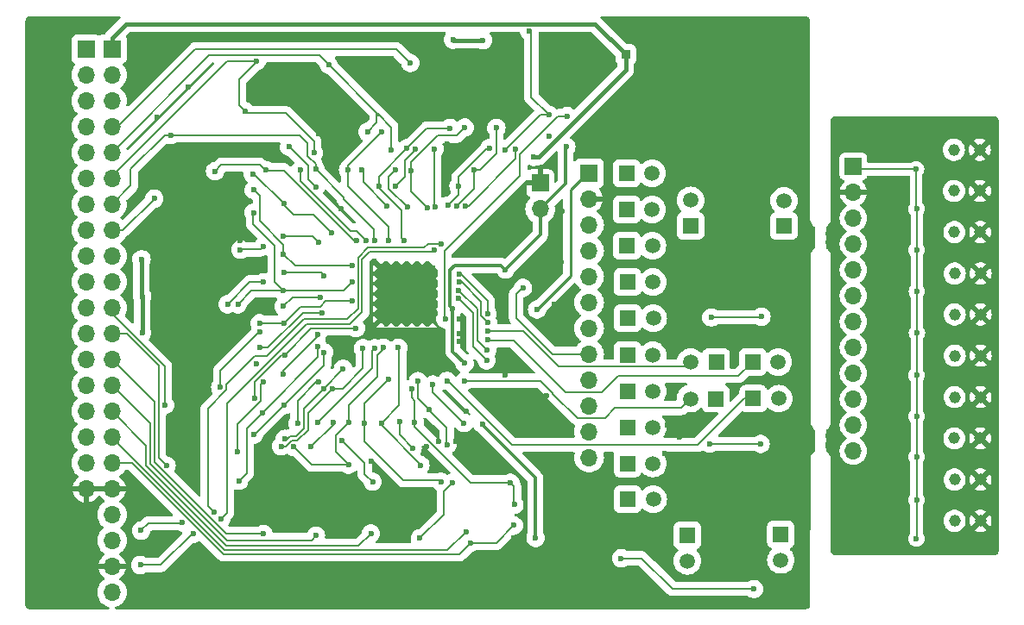
<source format=gbr>
%TF.GenerationSoftware,KiCad,Pcbnew,8.0.2*%
%TF.CreationDate,2024-12-22T13:37:01+01:00*%
%TF.ProjectId,FT25_AMS_Slave,46543235-5f41-44d5-935f-536c6176652e,rev?*%
%TF.SameCoordinates,Original*%
%TF.FileFunction,Copper,L4,Bot*%
%TF.FilePolarity,Positive*%
%FSLAX46Y46*%
G04 Gerber Fmt 4.6, Leading zero omitted, Abs format (unit mm)*
G04 Created by KiCad (PCBNEW 8.0.2) date 2024-12-22 13:37:01*
%MOMM*%
%LPD*%
G01*
G04 APERTURE LIST*
%TA.AperFunction,ComponentPad*%
%ADD10R,1.700000X1.700000*%
%TD*%
%TA.AperFunction,ComponentPad*%
%ADD11O,1.700000X1.700000*%
%TD*%
%TA.AperFunction,ComponentPad*%
%ADD12R,1.500000X1.500000*%
%TD*%
%TA.AperFunction,ComponentPad*%
%ADD13C,1.500000*%
%TD*%
%TA.AperFunction,ComponentPad*%
%ADD14C,1.173000*%
%TD*%
%TA.AperFunction,ComponentPad*%
%ADD15C,0.600000*%
%TD*%
%TA.AperFunction,SMDPad,CuDef*%
%ADD16R,5.600000X5.600000*%
%TD*%
%TA.AperFunction,ComponentPad*%
%ADD17R,0.850000X0.850000*%
%TD*%
%TA.AperFunction,ViaPad*%
%ADD18C,0.600000*%
%TD*%
%TA.AperFunction,Conductor*%
%ADD19C,0.200000*%
%TD*%
%TA.AperFunction,Conductor*%
%ADD20C,0.300000*%
%TD*%
%TA.AperFunction,Conductor*%
%ADD21C,0.400000*%
%TD*%
%TA.AperFunction,Conductor*%
%ADD22C,0.250000*%
%TD*%
G04 APERTURE END LIST*
D10*
%TO.P,J1,1,Pin_1*%
%TO.N,VBUS*%
X101047500Y-69805000D03*
D11*
%TO.P,J1,2,Pin_2*%
%TO.N,/Cell 16*%
X101047500Y-72345000D03*
%TO.P,J1,3,Pin_3*%
%TO.N,/Cell 15{slash}16*%
X101047500Y-74885000D03*
%TO.P,J1,4,Pin_4*%
%TO.N,/Cell 15{slash}14*%
X101047500Y-77425000D03*
%TO.P,J1,5,Pin_5*%
%TO.N,/Cell 14{slash}13*%
X101047500Y-79965000D03*
%TO.P,J1,6,Pin_6*%
%TO.N,/Cell 13{slash}12*%
X101047500Y-82505000D03*
%TO.P,J1,7,Pin_7*%
%TO.N,/Cell 12{slash}11*%
X101047500Y-85045000D03*
%TO.P,J1,8,Pin_8*%
%TO.N,/Cell 11{slash}10*%
X101047500Y-87585000D03*
%TO.P,J1,9,Pin_9*%
%TO.N,/Cell 10{slash}9*%
X101047500Y-90125000D03*
%TO.P,J1,10,Pin_10*%
%TO.N,/Cell 9{slash}8*%
X101047500Y-92665000D03*
%TO.P,J1,11,Pin_11*%
%TO.N,/Cell 8{slash}7*%
X101047500Y-95205000D03*
%TO.P,J1,12,Pin_12*%
%TO.N,/Cell 7{slash}6*%
X101047500Y-97745000D03*
%TO.P,J1,13,Pin_13*%
%TO.N,/Cell 6{slash}5*%
X101047500Y-100285000D03*
%TO.P,J1,14,Pin_14*%
%TO.N,/Cell 5{slash}4*%
X101047500Y-102825000D03*
%TO.P,J1,15,Pin_15*%
%TO.N,/Cell 4{slash}3*%
X101047500Y-105365000D03*
%TO.P,J1,16,Pin_16*%
%TO.N,/Cell 3{slash}2*%
X101047500Y-107905000D03*
%TO.P,J1,17,Pin_17*%
%TO.N,/Cell 2{slash}1*%
X101047500Y-110445000D03*
%TO.P,J1,18,Pin_18*%
%TO.N,GND*%
X101047500Y-112985000D03*
%TO.P,J1,19,Pin_19*%
%TO.N,/TMP_SCL*%
X101047500Y-115525000D03*
%TO.P,J1,20,Pin_20*%
%TO.N,/TMP_SDA*%
X101047500Y-118065000D03*
%TO.P,J1,21,Pin_21*%
%TO.N,GND*%
X101047500Y-120605000D03*
%TO.P,J1,22,Pin_22*%
%TO.N,+5V*%
X101047500Y-123145000D03*
%TD*%
D12*
%TO.P,TP11,1,1*%
%TO.N,Net-(J5-Pin_9)*%
X151570000Y-103405000D03*
D13*
X154070000Y-103405000D03*
%TD*%
D12*
%TO.P,TP1,1,1*%
%TO.N,Net-(U1-IPB)*%
X160290000Y-100520000D03*
D13*
X157790000Y-100520000D03*
%TD*%
D12*
%TO.P,TP13,1,1*%
%TO.N,Net-(J5-Pin_11)*%
X151590000Y-110495000D03*
D13*
X154090000Y-110495000D03*
%TD*%
D12*
%TO.P,TP6,1,1*%
%TO.N,Net-(J5-Pin_5)*%
X151540000Y-89125000D03*
D13*
X154040000Y-89125000D03*
%TD*%
D14*
%TO.P,TH1,1*%
%TO.N,Net-(R85-Pad2)*%
X183595000Y-79690000D03*
%TO.P,TH1,2*%
%TO.N,GND1*%
X186135000Y-79690000D03*
%TD*%
%TO.P,TH10,1*%
%TO.N,Net-(R102-Pad2)*%
X183680000Y-99910000D03*
%TO.P,TH10,2*%
%TO.N,GND1*%
X186220000Y-99910000D03*
%TD*%
D12*
%TO.P,TP9,1,1*%
%TO.N,Net-(J5-Pin_8)*%
X151580000Y-99855000D03*
D13*
X154080000Y-99855000D03*
%TD*%
D14*
%TO.P,TH3,1*%
%TO.N,Net-(R87-Pad2)*%
X183660000Y-103980000D03*
%TO.P,TH3,2*%
%TO.N,GND1*%
X186200000Y-103980000D03*
%TD*%
%TO.P,TH6,1*%
%TO.N,Net-(R94-Pad2)*%
X183670000Y-95860000D03*
%TO.P,TH6,2*%
%TO.N,GND1*%
X186210000Y-95860000D03*
%TD*%
D15*
%TO.P,U1,67,V-*%
%TO.N,GND*%
X132440000Y-91320000D03*
X131440000Y-91320000D03*
X130440000Y-91320000D03*
X129440000Y-91320000D03*
X128440000Y-91320000D03*
X127440000Y-91320000D03*
X132440000Y-92320000D03*
X131440000Y-92320000D03*
X130440000Y-92320000D03*
X129440000Y-92320000D03*
X128440000Y-92320000D03*
X127440000Y-92320000D03*
X132440000Y-93320000D03*
X131440000Y-93320000D03*
X130440000Y-93320000D03*
X129440000Y-93320000D03*
X128440000Y-93320000D03*
X127440000Y-93320000D03*
D16*
X129940000Y-93820000D03*
D15*
X132440000Y-94320000D03*
X131440000Y-94320000D03*
X130440000Y-94320000D03*
X129440000Y-94320000D03*
X128440000Y-94320000D03*
X127440000Y-94320000D03*
X132440000Y-95320000D03*
X131440000Y-95320000D03*
X130440000Y-95320000D03*
X129440000Y-95320000D03*
X128440000Y-95320000D03*
X127440000Y-95320000D03*
X132440000Y-96320000D03*
X131440000Y-96320000D03*
X130440000Y-96320000D03*
X129440000Y-96320000D03*
X128440000Y-96320000D03*
X127440000Y-96320000D03*
%TD*%
D12*
%TO.P,TP18,1,1*%
%TO.N,Net-(JP4-B)*%
X157460000Y-117560000D03*
D13*
X157460000Y-120060000D03*
%TD*%
D12*
%TO.P,TP2,1,1*%
%TO.N,Net-(U1-IMB)*%
X163870000Y-100520000D03*
D13*
X166370000Y-100520000D03*
%TD*%
D12*
%TO.P,TP4,1,1*%
%TO.N,Net-(U1-SCK(IPA))*%
X160250000Y-104140000D03*
D13*
X157750000Y-104140000D03*
%TD*%
D12*
%TO.P,TP10,1,1*%
%TO.N,Net-(J5-Pin_3)*%
X151510000Y-81985000D03*
D13*
X154010000Y-81985000D03*
%TD*%
D17*
%TO.P,J4,1,Pin_1*%
%TO.N,VBUS*%
X151410000Y-70340000D03*
%TD*%
D12*
%TO.P,TP8,1,1*%
%TO.N,Net-(J5-Pin_4)*%
X151510000Y-85565000D03*
D13*
X154010000Y-85565000D03*
%TD*%
D12*
%TO.P,TP16,1,1*%
%TO.N,Net-(JP2-B)*%
X166920000Y-87190000D03*
D13*
X166920000Y-84690000D03*
%TD*%
D10*
%TO.P,J5,1,Pin_1*%
%TO.N,+5V_ref2*%
X147830000Y-81970000D03*
D11*
%TO.P,J5,2,Pin_2*%
%TO.N,GND*%
X147830000Y-84510000D03*
%TO.P,J5,3,Pin_3*%
%TO.N,Net-(J5-Pin_3)*%
X147830000Y-87050000D03*
%TO.P,J5,4,Pin_4*%
%TO.N,Net-(J5-Pin_4)*%
X147830000Y-89590000D03*
%TO.P,J5,5,Pin_5*%
%TO.N,Net-(J5-Pin_5)*%
X147830000Y-92130000D03*
%TO.P,J5,6,Pin_6*%
%TO.N,Net-(J5-Pin_6)*%
X147830000Y-94670000D03*
%TO.P,J5,7,Pin_7*%
%TO.N,Net-(J5-Pin_7)*%
X147830000Y-97210000D03*
%TO.P,J5,8,Pin_8*%
%TO.N,Net-(J5-Pin_8)*%
X147830000Y-99750000D03*
%TO.P,J5,9,Pin_9*%
%TO.N,Net-(J5-Pin_9)*%
X147830000Y-102290000D03*
%TO.P,J5,10,Pin_10*%
%TO.N,Net-(J5-Pin_10)*%
X147830000Y-104830000D03*
%TO.P,J5,11,Pin_11*%
%TO.N,Net-(J5-Pin_11)*%
X147830000Y-107370000D03*
%TO.P,J5,12,Pin_12*%
%TO.N,Net-(J5-Pin_12)*%
X147830000Y-109910000D03*
%TD*%
D10*
%TO.P,J2,1,Pin_1*%
%TO.N,GND*%
X143030000Y-82965000D03*
D11*
%TO.P,J2,2,Pin_2*%
%TO.N,+5V*%
X143030000Y-85505000D03*
%TD*%
D14*
%TO.P,TH8,1*%
%TO.N,Net-(R100-Pad1)*%
X183650000Y-108030000D03*
%TO.P,TH8,2*%
%TO.N,GND1*%
X186190000Y-108030000D03*
%TD*%
%TO.P,TH2,1*%
%TO.N,Net-(R86-Pad2)*%
X183675000Y-91840000D03*
%TO.P,TH2,2*%
%TO.N,GND1*%
X186215000Y-91840000D03*
%TD*%
D10*
%TO.P,J3,1,Pin_1*%
%TO.N,VBUS*%
X98507500Y-69805000D03*
D11*
%TO.P,J3,2,Pin_2*%
X98507500Y-72345000D03*
%TO.P,J3,3,Pin_3*%
%TO.N,/C 15{slash}16*%
X98507500Y-74885000D03*
%TO.P,J3,4,Pin_4*%
%TO.N,/C 15{slash}14*%
X98507500Y-77425000D03*
%TO.P,J3,5,Pin_5*%
%TO.N,/C 14{slash}13*%
X98507500Y-79965000D03*
%TO.P,J3,6,Pin_6*%
%TO.N,/C 13{slash}12*%
X98507500Y-82505000D03*
%TO.P,J3,7,Pin_7*%
%TO.N,/C 12{slash}11*%
X98507500Y-85045000D03*
%TO.P,J3,8,Pin_8*%
%TO.N,/C 11{slash}10*%
X98507500Y-87585000D03*
%TO.P,J3,9,Pin_9*%
%TO.N,/C 10{slash}9*%
X98507500Y-90125000D03*
%TO.P,J3,10,Pin_10*%
%TO.N,/C 9{slash}8*%
X98507500Y-92665000D03*
%TO.P,J3,11,Pin_11*%
%TO.N,/C 8{slash}7*%
X98507500Y-95205000D03*
%TO.P,J3,12,Pin_12*%
%TO.N,/C 7{slash}6*%
X98507500Y-97745000D03*
%TO.P,J3,13,Pin_13*%
%TO.N,/C 6{slash}5*%
X98507500Y-100285000D03*
%TO.P,J3,14,Pin_14*%
%TO.N,/C 5{slash}4*%
X98507500Y-102825000D03*
%TO.P,J3,15,Pin_15*%
%TO.N,/C 4{slash}3*%
X98507500Y-105365000D03*
%TO.P,J3,16,Pin_16*%
%TO.N,/C 3{slash}2*%
X98507500Y-107905000D03*
%TO.P,J3,17,Pin_17*%
%TO.N,/C 2{slash}1*%
X98507500Y-110445000D03*
%TO.P,J3,18,Pin_18*%
%TO.N,GND*%
X98507500Y-112985000D03*
%TD*%
D12*
%TO.P,TP17,1,1*%
%TO.N,Net-(JP3-B)*%
X166630000Y-117470000D03*
D13*
X166630000Y-119970000D03*
%TD*%
D12*
%TO.P,TP14,1,1*%
%TO.N,Net-(J5-Pin_12)*%
X151610000Y-114015000D03*
D13*
X154110000Y-114015000D03*
%TD*%
D12*
%TO.P,TP12,1,1*%
%TO.N,Net-(J5-Pin_10)*%
X151570000Y-106955000D03*
D13*
X154070000Y-106955000D03*
%TD*%
D12*
%TO.P,TP7,1,1*%
%TO.N,Net-(J5-Pin_7)*%
X151610000Y-96235000D03*
D13*
X154110000Y-96235000D03*
%TD*%
D14*
%TO.P,TH5,1*%
%TO.N,Net-(R93-Pad2)*%
X183605000Y-83730000D03*
%TO.P,TH5,2*%
%TO.N,GND1*%
X186145000Y-83730000D03*
%TD*%
%TO.P,TH4,1*%
%TO.N,Net-(R88-Pad2)*%
X183660000Y-112080000D03*
%TO.P,TH4,2*%
%TO.N,GND1*%
X186200000Y-112080000D03*
%TD*%
%TO.P,TH9,1*%
%TO.N,Net-(R101-Pad2)*%
X183655000Y-87770000D03*
%TO.P,TH9,2*%
%TO.N,GND1*%
X186195000Y-87770000D03*
%TD*%
D12*
%TO.P,TP5,1,1*%
%TO.N,Net-(J5-Pin_6)*%
X151580000Y-92685000D03*
D13*
X154080000Y-92685000D03*
%TD*%
D12*
%TO.P,TP3,1,1*%
%TO.N,Net-(U1-CSB(IMA))*%
X163920000Y-104130000D03*
D13*
X166420000Y-104130000D03*
%TD*%
D12*
%TO.P,TP15,1,1*%
%TO.N,Net-(JP1-B)*%
X157770000Y-87160000D03*
D13*
X157770000Y-84660000D03*
%TD*%
D14*
%TO.P,TH7,1*%
%TO.N,Net-(R95-Pad2)*%
X183660000Y-116130000D03*
%TO.P,TH7,2*%
%TO.N,GND1*%
X186200000Y-116130000D03*
%TD*%
D10*
%TO.P,J16,1,Pin_1*%
%TO.N,+5V_NTC*%
X173745000Y-81330000D03*
D11*
%TO.P,J16,2,Pin_2*%
%TO.N,GND1*%
X173745000Y-83870000D03*
%TO.P,J16,3,Pin_3*%
%TO.N,/NTC/V_out_1*%
X173745000Y-86410000D03*
%TO.P,J16,4,Pin_4*%
%TO.N,/NTC/V_out_2*%
X173745000Y-88950000D03*
%TO.P,J16,5,Pin_5*%
%TO.N,/NTC/V_out_3*%
X173745000Y-91490000D03*
%TO.P,J16,6,Pin_6*%
%TO.N,/NTC/V_out_4*%
X173745000Y-94030000D03*
%TO.P,J16,7,Pin_7*%
%TO.N,/NTC/V_out_5*%
X173745000Y-96570000D03*
%TO.P,J16,8,Pin_8*%
%TO.N,/NTC/V_out_6*%
X173745000Y-99110000D03*
%TO.P,J16,9,Pin_9*%
%TO.N,/NTC/V_out_7*%
X173745000Y-101650000D03*
%TO.P,J16,10,Pin_10*%
%TO.N,/NTC/V_out_8*%
X173745000Y-104190000D03*
%TO.P,J16,11,Pin_11*%
%TO.N,/NTC/V_out_9*%
X173745000Y-106730000D03*
%TO.P,J16,12,Pin_12*%
%TO.N,/NTC/V_out_10*%
X173745000Y-109270000D03*
%TD*%
D18*
%TO.N,/FilterBalancingNetwork/CB:A*%
X140630000Y-79660000D03*
X135730000Y-85200000D03*
%TO.N,/Cell 15{slash}16*%
X134838218Y-85216521D03*
X138732485Y-77536379D03*
X136542606Y-81661094D03*
%TO.N,/S16P*%
X138030000Y-79530000D03*
X134041845Y-85140400D03*
X135032500Y-83232500D03*
%TO.N,/Cell 15{slash}14*%
X130290000Y-71160000D03*
X132655000Y-79600000D03*
X132758691Y-85285001D03*
%TO.N,/S15P*%
X135631250Y-77498750D03*
X130330000Y-81700000D03*
X131939265Y-85379265D03*
%TO.N,/FilterBalancingNetwork1/CB:A*%
X128800000Y-83250000D03*
X130754806Y-79631034D03*
%TO.N,/Cell 14{slash}13*%
X130030000Y-85280000D03*
X128830000Y-81680000D03*
X128430000Y-79700000D03*
X122280000Y-71330000D03*
X126090000Y-77920000D03*
%TO.N,/S14P*%
X134188495Y-77551736D03*
X127213668Y-83230000D03*
X129960000Y-79540000D03*
X129710000Y-88570000D03*
%TO.N,/Cell 13{slash}12*%
X114130000Y-75910000D03*
X128030000Y-85190000D03*
X125560000Y-81640000D03*
X115220000Y-71000000D03*
X120845374Y-80006073D03*
%TO.N,/S13P*%
X124180000Y-81660000D03*
X128160000Y-88610000D03*
X127510000Y-77920000D03*
%TO.N,/FilterBalancingNetwork2/CB:A*%
X121030000Y-83330000D03*
X118400000Y-79390000D03*
%TO.N,/Cell 12{slash}11*%
X106790000Y-78250000D03*
X126779987Y-88594969D03*
X121005000Y-81615000D03*
%TO.N,/S12P*%
X125980000Y-88600000D03*
X119500000Y-81690000D03*
%TO.N,/S11P*%
X122613096Y-87844430D03*
X117904620Y-84995380D03*
X114840000Y-82050000D03*
%TO.N,/Cell 11{slash}10*%
X105190000Y-84480000D03*
X111140000Y-81790000D03*
X125060000Y-88590000D03*
X116110000Y-81670000D03*
%TO.N,/S10P*%
X114940000Y-83630000D03*
X124570000Y-91070000D03*
X117830000Y-89925000D03*
%TO.N,/Cell 10{slash}9*%
X121300000Y-88790000D03*
X113620000Y-89500000D03*
X117860000Y-88170000D03*
X115890000Y-89170000D03*
%TO.N,/S9P*%
X113390000Y-94860000D03*
X117850000Y-93520000D03*
X114930000Y-85865000D03*
X124570000Y-92680000D03*
%TO.N,/Cell 9{slash}8*%
X115920000Y-92690000D03*
X121820196Y-92071228D03*
X112380000Y-94860000D03*
X117890000Y-91770000D03*
%TO.N,/S8P*%
X115520000Y-96720000D03*
X117893137Y-96698432D03*
X124570000Y-94550000D03*
%TO.N,/Cell 8{slash}7*%
X106240000Y-104770000D03*
X111659891Y-103007471D03*
X117860000Y-95060000D03*
X121500000Y-94200000D03*
X115534265Y-97554265D03*
%TO.N,/Cell 7{slash}6*%
X115879265Y-102459265D03*
X106400000Y-110710000D03*
X121601906Y-95687329D03*
X113320000Y-109360000D03*
X115560000Y-99100000D03*
%TO.N,/S7P*%
X124950000Y-97200000D03*
X115020000Y-104070000D03*
X117975000Y-99845000D03*
%TO.N,/FilterBalancingNetwork5/CB*%
X117800000Y-101720000D03*
X121191522Y-97846765D03*
%TO.N,/FilterBalancingNetwork5/CA*%
X121337172Y-102475590D03*
X119228478Y-106574016D03*
%TO.N,/S6P*%
X121850000Y-99570000D03*
X114970000Y-107640000D03*
X117877500Y-104797500D03*
%TO.N,/Cell 6{slash}5*%
X115890000Y-117400000D03*
X113500000Y-112207499D03*
X121250000Y-98991313D03*
X115780000Y-105510000D03*
%TO.N,/Cell 5{slash}4*%
X121040000Y-117590000D03*
X121780387Y-103141596D03*
X123690000Y-101190000D03*
X117970000Y-108080000D03*
%TO.N,/S5P*%
X125640000Y-99180000D03*
X122640256Y-103130256D03*
X117624475Y-108801537D03*
%TO.N,/FilterBalancingNetwork6/CB:A*%
X120510000Y-108840000D03*
X122710000Y-106500000D03*
%TO.N,/S4P*%
X124230000Y-110610000D03*
X118880000Y-108870000D03*
X124260000Y-106440000D03*
X127630000Y-99130000D03*
%TO.N,/Cell 4{slash}3*%
X121220000Y-106460000D03*
X126810000Y-99170000D03*
X123600000Y-108260000D03*
X126600000Y-112290000D03*
X126430000Y-117370000D03*
%TO.N,/S3P*%
X129100000Y-99140000D03*
X131293327Y-110664639D03*
X127450000Y-106540000D03*
%TO.N,/FilterBalancingNetwork7/CB:A*%
X130524265Y-108975735D03*
X129220000Y-106400000D03*
%TO.N,/S2P*%
X131240000Y-117840000D03*
X131050000Y-102408527D03*
X132150000Y-105190000D03*
X134440000Y-112370000D03*
X133940000Y-108640000D03*
%TO.N,GND*%
X146880000Y-72450000D03*
X155510000Y-94370000D03*
X160680000Y-69380000D03*
X135640000Y-70750000D03*
X124430000Y-78080000D03*
X109000000Y-122000000D03*
X162000000Y-117500000D03*
X162500000Y-67500000D03*
X144080000Y-119110000D03*
X152890000Y-94370000D03*
X156690000Y-107890000D03*
X145090000Y-90740000D03*
X143090000Y-109860000D03*
X157000000Y-67500000D03*
X121270000Y-78060000D03*
X148000000Y-112500000D03*
X96500000Y-115500000D03*
X103500000Y-73500000D03*
X142000000Y-107000000D03*
X98500000Y-119500000D03*
X164000000Y-69500000D03*
X133920000Y-79110000D03*
X93500000Y-70500000D03*
X145190000Y-85720000D03*
X166500000Y-67500000D03*
X162810000Y-79040000D03*
X168620000Y-73810000D03*
X166550000Y-77480000D03*
X130860000Y-120670000D03*
X113670000Y-91760000D03*
X151970000Y-117720000D03*
X142990000Y-123990000D03*
X156840000Y-93850000D03*
X153080000Y-112250000D03*
X162050000Y-103090000D03*
X95500000Y-70500000D03*
X152840000Y-83680000D03*
X130500000Y-98000000D03*
X167500000Y-96500000D03*
X98000000Y-67500000D03*
X147870000Y-72090000D03*
X131860735Y-108839265D03*
X123500000Y-85500000D03*
X133080000Y-108350000D03*
X146020000Y-120720000D03*
X140404125Y-84975000D03*
X116200000Y-120540000D03*
X168000000Y-95000000D03*
X93500000Y-67500000D03*
X113000000Y-122000000D03*
X96150000Y-113100000D03*
X106000000Y-68500000D03*
X154000000Y-116500000D03*
X155660000Y-103240000D03*
X135130000Y-98540000D03*
X105000000Y-124000000D03*
X165470000Y-94130000D03*
X103500000Y-71000000D03*
X169000000Y-112500000D03*
X126490000Y-110240000D03*
X151000000Y-67500000D03*
X109000000Y-124000000D03*
X96500000Y-120500000D03*
X103500000Y-114000000D03*
X155510000Y-106760000D03*
X122500000Y-124000000D03*
X140410000Y-117830000D03*
X127500000Y-122000000D03*
X98500000Y-117000000D03*
X154000000Y-124070000D03*
X168620000Y-75660000D03*
X155360000Y-112700000D03*
X162000000Y-100560000D03*
X98500000Y-122500000D03*
X156970000Y-110790000D03*
X95500000Y-69000000D03*
X144400000Y-80710000D03*
X155410000Y-98040000D03*
X154000000Y-119000000D03*
X147610000Y-79590000D03*
X105500000Y-76500000D03*
X167280000Y-93920000D03*
X168020000Y-99060000D03*
X94000000Y-120500000D03*
X93500000Y-69000000D03*
X121330000Y-120510000D03*
X169020000Y-81400000D03*
X95500000Y-67500000D03*
X140000000Y-124000000D03*
X169000000Y-97500000D03*
X126110000Y-120570000D03*
X144380000Y-94880000D03*
X123910000Y-70720000D03*
X155980000Y-98990000D03*
X94000000Y-118000000D03*
X155760000Y-90710000D03*
X167275000Y-110915000D03*
X107000000Y-70000000D03*
X133500000Y-122000000D03*
X135820000Y-105370000D03*
X134740000Y-108360000D03*
X135110000Y-97770000D03*
X108480000Y-119780000D03*
X127500000Y-124000000D03*
X169170000Y-88170000D03*
X96500000Y-123500000D03*
X106150000Y-85440000D03*
X168400000Y-106670000D03*
X155710000Y-87390000D03*
X113580000Y-88560000D03*
X148500000Y-123500000D03*
X150000000Y-121000000D03*
X113000000Y-124000000D03*
X155260000Y-109480000D03*
X168500000Y-124000000D03*
X169000000Y-102000000D03*
X153040000Y-97990000D03*
X139720000Y-106670000D03*
X105000000Y-72000000D03*
X153080000Y-90960000D03*
X94030000Y-112040000D03*
X136940000Y-121970000D03*
X94000000Y-123500000D03*
X115190000Y-100690000D03*
X160000000Y-67500000D03*
X103500000Y-68500000D03*
X155460000Y-83730000D03*
X117500000Y-124000000D03*
X132160000Y-99170000D03*
X162500000Y-87000000D03*
X117500000Y-122000000D03*
X169000000Y-118500000D03*
X154000000Y-67500000D03*
X166550000Y-75660000D03*
X106190000Y-98670000D03*
X142000000Y-104500000D03*
X166530000Y-73830000D03*
X152500000Y-76000000D03*
X150500000Y-76000000D03*
X108500000Y-73500000D03*
X100000000Y-67500000D03*
X145460000Y-97550000D03*
X167500000Y-122500000D03*
X148000000Y-115500000D03*
X156350000Y-124070000D03*
X169000000Y-91500000D03*
X133500000Y-124000000D03*
X106150000Y-92620000D03*
X106040000Y-118620000D03*
X139620000Y-101780000D03*
X126770000Y-97830000D03*
X94000000Y-115500000D03*
X143880000Y-96410000D03*
X146500000Y-122500000D03*
X143880000Y-78320000D03*
X135110000Y-96345786D03*
X122500000Y-122000000D03*
X153080000Y-87440000D03*
X168600000Y-77430000D03*
X96500000Y-118000000D03*
X158530000Y-94110000D03*
X143670000Y-103830000D03*
%TO.N,/S1P*%
X135560000Y-106520000D03*
X132510000Y-102750000D03*
%TO.N,Net-(U1-DRIVE)*%
X133723622Y-96310000D03*
X145680000Y-76380000D03*
%TO.N,+5V*%
X145600000Y-79400000D03*
X134390000Y-95260000D03*
X139610000Y-91460000D03*
X142570000Y-117810000D03*
X135630000Y-100660000D03*
X137390000Y-106650000D03*
%TO.N,Net-(U1-IPB)*%
X137918235Y-97531765D03*
%TO.N,Net-(U1-CSB(IMA))*%
X133900000Y-102380000D03*
%TO.N,Net-(U1-IMB)*%
X137910000Y-98360000D03*
%TO.N,Net-(U1-SCK(IPA))*%
X135630000Y-102380000D03*
%TO.N,Net-(C11-Pad2)*%
X159820000Y-96160000D03*
X164730000Y-96090000D03*
%TO.N,Net-(C12-Pad2)*%
X164640000Y-108580000D03*
X159650000Y-108570000D03*
%TO.N,Clamp*%
X103990000Y-97680000D03*
X134470000Y-68880000D03*
X104010000Y-94080000D03*
X137420000Y-68920000D03*
X103940000Y-90440000D03*
%TO.N,VBUS*%
X142390000Y-80400000D03*
%TO.N,Net-(J5-Pin_8)*%
X141344265Y-93254265D03*
%TO.N,/TMP_SDA*%
X133290000Y-88900000D03*
X103890000Y-117090000D03*
X107960050Y-116279950D03*
X111090000Y-115310000D03*
%TO.N,/TMP_SCL*%
X111740000Y-115920000D03*
X109060051Y-117379951D03*
X103830000Y-120470000D03*
X132680000Y-89500000D03*
%TO.N,Net-(U1-GPIO7)*%
X135132841Y-91881808D03*
X137870000Y-95790000D03*
%TO.N,Net-(U1-GPIO8)*%
X135075433Y-92679748D03*
X137901700Y-96670229D03*
%TO.N,Net-(U1-GPIO9)*%
X135021073Y-93477902D03*
X137820000Y-99370000D03*
%TO.N,Net-(U1-GPIO10)*%
X134988696Y-94294055D03*
X137780000Y-100360000D03*
%TO.N,GND1*%
X177400000Y-100540000D03*
X177410000Y-96520000D03*
X177370000Y-104770000D03*
X172500000Y-77000000D03*
X177480000Y-84380000D03*
X177530000Y-112760000D03*
X175000000Y-114000000D03*
X175500000Y-77000000D03*
X176000000Y-104000000D03*
X175000000Y-116000000D03*
X174000000Y-78500000D03*
X178500000Y-77000000D03*
X185000000Y-77000000D03*
X175000000Y-118000000D03*
X176000000Y-111000000D03*
X177420000Y-88380000D03*
X172500000Y-112000000D03*
X176000000Y-107500000D03*
X176000000Y-100500000D03*
X177480000Y-80620000D03*
X172500000Y-116000000D03*
X172500000Y-114000000D03*
X172500000Y-118000000D03*
X176000000Y-97000000D03*
X185500000Y-119000000D03*
X181500000Y-77000000D03*
X177000000Y-78500000D03*
X187500000Y-119000000D03*
X182500000Y-119000000D03*
X177330000Y-116800000D03*
X176500000Y-93500000D03*
X177440000Y-108595000D03*
X177000000Y-119000000D03*
X177430000Y-92390000D03*
X176500000Y-90000000D03*
%TO.N,+5V_NTC*%
X179965000Y-93590000D03*
X179935000Y-109860000D03*
X179955000Y-101840000D03*
X179945000Y-105880000D03*
X179975000Y-97660000D03*
X179935000Y-114070000D03*
X179925000Y-117880000D03*
X179895000Y-81610000D03*
X179955000Y-85500000D03*
X179955000Y-89530000D03*
%TO.N,/Cell 3{slash}2*%
X135740000Y-117190000D03*
X125780000Y-106590000D03*
X128124485Y-102254485D03*
X133302500Y-112280000D03*
%TO.N,/Cell 2{slash}1*%
X140500000Y-114545000D03*
X140104265Y-112375735D03*
X140440000Y-116580000D03*
X130740000Y-106460000D03*
X130440000Y-103160000D03*
X136210000Y-118280000D03*
%TO.N,/Cell 16*%
X143890000Y-76260000D03*
X141950000Y-68010000D03*
X139570000Y-79750000D03*
%TO.N,+5V_ref2*%
X142730000Y-95370000D03*
%TO.N,Net-(J11-Pin_3)*%
X164000000Y-122830000D03*
X150960000Y-119810000D03*
%TD*%
D19*
%TO.N,/FilterBalancingNetwork/CB:A*%
X140630000Y-80580000D02*
X140630000Y-79660000D01*
X135730000Y-85200000D02*
X136010000Y-85200000D01*
X136010000Y-85200000D02*
X140630000Y-80580000D01*
%TO.N,/Cell 15{slash}16*%
X138730000Y-80058529D02*
X138730000Y-77538864D01*
X138730000Y-77538864D02*
X138732485Y-77536379D01*
X136542606Y-81661094D02*
X137127435Y-81661094D01*
X136542606Y-83538865D02*
X136542606Y-81661094D01*
X134864950Y-85216521D02*
X136542606Y-83538865D01*
X137127435Y-81661094D02*
X138730000Y-80058529D01*
X134838218Y-85216521D02*
X134864950Y-85216521D01*
%TO.N,/S16P*%
X135032500Y-83232500D02*
X135032500Y-84137500D01*
X134922500Y-83232500D02*
X134870000Y-83180000D01*
X135032500Y-83232500D02*
X134975000Y-83290000D01*
X134975000Y-83290000D02*
X134850000Y-83290000D01*
X135032500Y-83232500D02*
X134922500Y-83232500D01*
X134041845Y-85128155D02*
X134041845Y-85140400D01*
X137825171Y-79530000D02*
X138030000Y-79530000D01*
X135032500Y-82322671D02*
X137825171Y-79530000D01*
X135032500Y-84137500D02*
X134041845Y-85128155D01*
X135032500Y-83232500D02*
X135032500Y-82322671D01*
%TO.N,/Cell 15{slash}14*%
X132660000Y-85186310D02*
X132660000Y-79605000D01*
X128930000Y-69800000D02*
X109230000Y-69800000D01*
X130290000Y-71160000D02*
X128930000Y-69800000D01*
X132660000Y-79605000D02*
X132655000Y-79600000D01*
X132758691Y-85285001D02*
X132660000Y-85186310D01*
X101605000Y-77425000D02*
X101047500Y-77425000D01*
X109230000Y-69800000D02*
X101605000Y-77425000D01*
%TO.N,/S15P*%
X130330000Y-81700000D02*
X130330000Y-80920000D01*
X130330000Y-81700000D02*
X130330000Y-83770000D01*
X132950000Y-78300000D02*
X134830000Y-78300000D01*
X130330000Y-83770000D02*
X131939265Y-85379265D01*
X134830000Y-78300000D02*
X135631250Y-77498750D01*
X130330000Y-80920000D02*
X132950000Y-78300000D01*
%TO.N,/FilterBalancingNetwork1/CB:A*%
X130754806Y-79675194D02*
X129730000Y-80700000D01*
X130754806Y-79631034D02*
X130754806Y-79675194D01*
X129730000Y-80700000D02*
X129730000Y-82320000D01*
X129730000Y-82320000D02*
X128800000Y-83250000D01*
%TO.N,/Cell 14{slash}13*%
X121350000Y-70400000D02*
X110580000Y-70400000D01*
X129981471Y-85280000D02*
X128200000Y-83498529D01*
X130030000Y-85280000D02*
X129981471Y-85280000D01*
X127190000Y-76240000D02*
X128430000Y-77480000D01*
X128200000Y-82310000D02*
X128830000Y-81680000D01*
X126985000Y-76450000D02*
X126985000Y-77025000D01*
X128430000Y-77480000D02*
X128430000Y-79700000D01*
X126985000Y-76035000D02*
X127190000Y-76240000D01*
X128200000Y-83498529D02*
X128200000Y-82310000D01*
X122280000Y-71330000D02*
X121350000Y-70400000D01*
X126985000Y-76450000D02*
X126985000Y-76445000D01*
X126985000Y-76035000D02*
X126985000Y-76450000D01*
X126985000Y-76445000D02*
X127190000Y-76240000D01*
X122280000Y-71330000D02*
X126985000Y-76035000D01*
X126985000Y-77025000D02*
X126090000Y-77920000D01*
X110580000Y-70400000D02*
X101047500Y-79932500D01*
X101047500Y-79932500D02*
X101047500Y-79965000D01*
%TO.N,/S14P*%
X131910000Y-77590000D02*
X134150231Y-77590000D01*
X129470000Y-85660000D02*
X129470000Y-88330000D01*
X127213668Y-83403668D02*
X129470000Y-85660000D01*
X127213668Y-83230000D02*
X127213668Y-83403668D01*
X127213668Y-82296332D02*
X129960000Y-79550000D01*
X129960000Y-79540000D02*
X131910000Y-77590000D01*
X134150231Y-77590000D02*
X134188495Y-77551736D01*
X129960000Y-79550000D02*
X129960000Y-79540000D01*
X127213668Y-83230000D02*
X127213668Y-82296332D01*
X129470000Y-88330000D02*
X129710000Y-88570000D01*
%TO.N,/Cell 13{slash}12*%
X114130000Y-75910000D02*
X113500000Y-75280000D01*
X120845374Y-78835374D02*
X120845374Y-80006073D01*
X112320000Y-71000000D02*
X101047500Y-82272500D01*
X113500000Y-72800000D02*
X115220000Y-71080000D01*
X118120000Y-76110000D02*
X120845374Y-78835374D01*
X114130000Y-75910000D02*
X114330000Y-76110000D01*
X125680000Y-82840000D02*
X128030000Y-85190000D01*
X115220000Y-71080000D02*
X115220000Y-71000000D01*
X125680000Y-81760000D02*
X125680000Y-82840000D01*
X114330000Y-76110000D02*
X118120000Y-76110000D01*
X115220000Y-71000000D02*
X112320000Y-71000000D01*
X125560000Y-81640000D02*
X125680000Y-81760000D01*
X113500000Y-75280000D02*
X113500000Y-72800000D01*
X101047500Y-82272500D02*
X101047500Y-82505000D01*
%TO.N,/S13P*%
X124180000Y-83280000D02*
X128160000Y-87260000D01*
X124180000Y-81240000D02*
X127500000Y-77920000D01*
X124180000Y-81660000D02*
X124160000Y-81680000D01*
X128160000Y-87260000D02*
X128160000Y-88610000D01*
X124160000Y-81680000D02*
X124160000Y-81690000D01*
X127500000Y-77920000D02*
X127510000Y-77920000D01*
X124180000Y-81660000D02*
X124180000Y-81240000D01*
X124180000Y-81660000D02*
X124180000Y-83280000D01*
%TO.N,/FilterBalancingNetwork2/CB:A*%
X120290000Y-82590000D02*
X120290000Y-81270000D01*
X118410000Y-79390000D02*
X118400000Y-79390000D01*
X120290000Y-81270000D02*
X118410000Y-79390000D01*
X121030000Y-83330000D02*
X120290000Y-82590000D01*
%TO.N,/Cell 12{slash}11*%
X121005000Y-81615000D02*
X121015000Y-81615000D01*
X102880000Y-83212500D02*
X102880000Y-81560000D01*
X120220000Y-80280000D02*
X121005000Y-81065000D01*
X120220000Y-79030000D02*
X120220000Y-80280000D01*
X126690000Y-88504982D02*
X126779987Y-88594969D01*
X121005000Y-81065000D02*
X121005000Y-81615000D01*
X102880000Y-81560000D02*
X106190000Y-78250000D01*
X126690000Y-87495686D02*
X126690000Y-88504982D01*
X106190000Y-78250000D02*
X106790000Y-78250000D01*
X106790000Y-78250000D02*
X119440000Y-78250000D01*
X121015000Y-81615000D02*
X123760000Y-84360000D01*
X119440000Y-78250000D02*
X120220000Y-79030000D01*
X123760000Y-84565686D02*
X126690000Y-87495686D01*
X123760000Y-84360000D02*
X123760000Y-84565686D01*
X101047500Y-85045000D02*
X102880000Y-83212500D01*
%TO.N,/S12P*%
X125021471Y-87641471D02*
X125980000Y-88600000D01*
X124417157Y-87641471D02*
X125021471Y-87641471D01*
X119500000Y-82724314D02*
X124417157Y-87641471D01*
X119500000Y-81690000D02*
X119500000Y-82724314D01*
%TO.N,/S11P*%
X114840000Y-82050000D02*
X114959240Y-82050000D01*
X122613096Y-87844430D02*
X120798666Y-86030000D01*
X120798666Y-86030000D02*
X118810000Y-86030000D01*
X118020000Y-84990000D02*
X117910000Y-84990000D01*
X117904620Y-85124620D02*
X117904620Y-84995380D01*
X117910000Y-84990000D02*
X117904620Y-84995380D01*
X114959240Y-82050000D02*
X117904620Y-84995380D01*
X118810000Y-86030000D02*
X117904620Y-85124620D01*
%TO.N,/Cell 11{slash}10*%
X102105000Y-87585000D02*
X101047500Y-87585000D01*
X105190000Y-84500000D02*
X102105000Y-87585000D01*
X111765000Y-81165000D02*
X115535000Y-81165000D01*
X115535000Y-81165000D02*
X116040000Y-81670000D01*
X124800000Y-88590000D02*
X125060000Y-88590000D01*
X105190000Y-84480000D02*
X105190000Y-84500000D01*
X116110000Y-81670000D02*
X116160000Y-81720000D01*
X116160000Y-81720000D02*
X117930000Y-81720000D01*
X117930000Y-81720000D02*
X124800000Y-88590000D01*
X111140000Y-81790000D02*
X111765000Y-81165000D01*
X116040000Y-81670000D02*
X116110000Y-81670000D01*
%TO.N,/S10P*%
X118985000Y-91080000D02*
X124560000Y-91080000D01*
X117830000Y-89925000D02*
X118985000Y-91080000D01*
X117830000Y-89925000D02*
X117830000Y-88988529D01*
X124560000Y-91080000D02*
X124570000Y-91070000D01*
X115530000Y-84220000D02*
X114940000Y-83630000D01*
X117830000Y-89925000D02*
X117830000Y-90100000D01*
X115530000Y-86688529D02*
X115530000Y-84220000D01*
X117830000Y-88988529D02*
X115530000Y-86688529D01*
%TO.N,/Cell 10{slash}9*%
X117860000Y-88170000D02*
X120680000Y-88170000D01*
X120680000Y-88170000D02*
X121300000Y-88790000D01*
X113620000Y-89500000D02*
X113650000Y-89470000D01*
X115590000Y-89470000D02*
X115890000Y-89170000D01*
X113650000Y-89470000D02*
X115590000Y-89470000D01*
%TO.N,/S9P*%
X116980000Y-92650000D02*
X117850000Y-93520000D01*
X114930000Y-85865000D02*
X114900000Y-85895000D01*
X114900000Y-86998529D02*
X116980000Y-89078529D01*
X114900000Y-85895000D02*
X114900000Y-86998529D01*
X117850000Y-93520000D02*
X123730000Y-93520000D01*
X117850000Y-93520000D02*
X114730000Y-93520000D01*
X114730000Y-93520000D02*
X113390000Y-94860000D01*
X123730000Y-93520000D02*
X124570000Y-92680000D01*
X116980000Y-89078529D02*
X116980000Y-92650000D01*
%TO.N,/Cell 9{slash}8*%
X114550000Y-92690000D02*
X112380000Y-94860000D01*
X115920000Y-92690000D02*
X114550000Y-92690000D01*
X121518968Y-91770000D02*
X121820196Y-92071228D01*
X117890000Y-91770000D02*
X121518968Y-91770000D01*
%TO.N,/S8P*%
X115520000Y-96720000D02*
X115541568Y-96698432D01*
X121998529Y-94550000D02*
X121438529Y-95110000D01*
X119481569Y-95110000D02*
X117893137Y-96698432D01*
X121438529Y-95110000D02*
X119481569Y-95110000D01*
X124570000Y-94550000D02*
X121998529Y-94550000D01*
X115541568Y-96698432D02*
X117893137Y-96698432D01*
%TO.N,/Cell 8{slash}7*%
X101047500Y-95205000D02*
X101047500Y-95757500D01*
X118720000Y-94200000D02*
X121500000Y-94200000D01*
X106240000Y-100950000D02*
X106240000Y-104770000D01*
X115455735Y-97554265D02*
X115534265Y-97554265D01*
X117860000Y-95060000D02*
X118720000Y-94200000D01*
X101047500Y-95757500D02*
X106240000Y-100950000D01*
X111659891Y-103007471D02*
X111659891Y-101350109D01*
X111659891Y-101350109D02*
X115455735Y-97554265D01*
%TO.N,/Cell 7{slash}6*%
X115620000Y-104360000D02*
X113320000Y-106660000D01*
X101047500Y-97745000D02*
X102469314Y-97745000D01*
X115879265Y-102459265D02*
X115620000Y-102718530D01*
X113320000Y-106660000D02*
X113320000Y-109360000D01*
X105640000Y-109950000D02*
X106400000Y-110710000D01*
X105640000Y-100915686D02*
X105640000Y-109950000D01*
X102469314Y-97745000D02*
X105640000Y-100915686D01*
X115620000Y-102718530D02*
X115620000Y-104360000D01*
X119752769Y-95687329D02*
X121601906Y-95687329D01*
X115560000Y-99100000D02*
X116340098Y-99100000D01*
X116340098Y-99100000D02*
X119752769Y-95687329D01*
%TO.N,/S7P*%
X117975000Y-99845000D02*
X117910000Y-99910000D01*
X115020000Y-102470000D02*
X115020000Y-104070000D01*
X117645000Y-99845000D02*
X115020000Y-102470000D01*
X117975000Y-99845000D02*
X120573235Y-97246765D01*
X120573235Y-97246765D02*
X124903235Y-97246765D01*
X117975000Y-99845000D02*
X117645000Y-99845000D01*
X117910000Y-99910000D02*
X117860000Y-99910000D01*
X124903235Y-97246765D02*
X124950000Y-97200000D01*
%TO.N,/FilterBalancingNetwork5/CB*%
X121191522Y-97846765D02*
X121191522Y-97958478D01*
X117800000Y-101350000D02*
X117800000Y-101720000D01*
X121191522Y-97958478D02*
X117800000Y-101350000D01*
%TO.N,/FilterBalancingNetwork5/CA*%
X119228478Y-104320052D02*
X119228478Y-106574016D01*
X121072940Y-102475590D02*
X119228478Y-104320052D01*
X121337172Y-102475590D02*
X121072940Y-102475590D01*
%TO.N,/S6P*%
X117902500Y-104797500D02*
X121850000Y-100850000D01*
X117877500Y-104802500D02*
X117877500Y-104797500D01*
X117877500Y-104797500D02*
X117902500Y-104797500D01*
X114970000Y-107640000D02*
X115040000Y-107640000D01*
X121850000Y-100850000D02*
X121850000Y-99570000D01*
X115040000Y-107640000D02*
X117877500Y-104802500D01*
%TO.N,/Cell 6{slash}5*%
X115780000Y-105510000D02*
X121250000Y-100040000D01*
X114250000Y-107040000D02*
X114250000Y-111457499D01*
X101047500Y-100285000D02*
X105200000Y-104437500D01*
X114250000Y-111457499D02*
X113500000Y-112207499D01*
X105200000Y-104437500D02*
X105200000Y-110370000D01*
X115780000Y-105510000D02*
X114250000Y-107040000D01*
X112230000Y-117400000D02*
X115890000Y-117400000D01*
X105200000Y-110370000D02*
X112230000Y-117400000D01*
X121250000Y-100040000D02*
X121250000Y-98991313D01*
%TO.N,/Cell 5{slash}4*%
X104800000Y-110535686D02*
X104800000Y-106577500D01*
X119850000Y-105071983D02*
X121780387Y-103141596D01*
X112294314Y-118030000D02*
X104800000Y-110535686D01*
X119850000Y-107020000D02*
X119850000Y-105071983D01*
X104800000Y-106577500D02*
X101047500Y-102825000D01*
X123690000Y-101190000D02*
X123690000Y-101231983D01*
X121040000Y-117590000D02*
X120600000Y-118030000D01*
X117970000Y-108080000D02*
X118255785Y-108080000D01*
X120600000Y-118030000D02*
X112294314Y-118030000D01*
X118255785Y-108080000D02*
X118535785Y-107800000D01*
X119070000Y-107800000D02*
X119850000Y-107020000D01*
X118535785Y-107800000D02*
X119070000Y-107800000D01*
X123690000Y-101231983D02*
X121780387Y-103141596D01*
%TO.N,/S5P*%
X125640000Y-101148529D02*
X125640000Y-99180000D01*
X120250000Y-107185686D02*
X120250000Y-105520512D01*
X120250000Y-105520512D02*
X122640256Y-103130256D01*
X117624475Y-108801537D02*
X118099934Y-108801537D01*
X123658273Y-103130256D02*
X125640000Y-101148529D01*
X118661471Y-108240000D02*
X119195686Y-108240000D01*
X119195686Y-108240000D02*
X120250000Y-107185686D01*
X118099934Y-108801537D02*
X118661471Y-108240000D01*
X122640256Y-103130256D02*
X123658273Y-103130256D01*
%TO.N,/FilterBalancingNetwork6/CB:A*%
X122710000Y-106700000D02*
X122710000Y-106500000D01*
X120570000Y-108840000D02*
X122710000Y-106700000D01*
X120510000Y-108840000D02*
X120570000Y-108840000D01*
%TO.N,/S4P*%
X124260000Y-106440000D02*
X123000000Y-107700000D01*
X124260000Y-104800000D02*
X127080000Y-101980000D01*
X123000000Y-107700000D02*
X123000000Y-109370000D01*
X120620000Y-110610000D02*
X118880000Y-108870000D01*
X124230000Y-110600000D02*
X124230000Y-110610000D01*
X124260000Y-106440000D02*
X124260000Y-104800000D01*
X127630000Y-99298529D02*
X127630000Y-99130000D01*
X123000000Y-109370000D02*
X124230000Y-110600000D01*
X127080000Y-99848529D02*
X127630000Y-99298529D01*
X127080000Y-101980000D02*
X127080000Y-99848529D01*
X124230000Y-110610000D02*
X120620000Y-110610000D01*
%TO.N,/Cell 4{slash}3*%
X121220000Y-106460000D02*
X121210000Y-106470000D01*
X125824314Y-111514314D02*
X126600000Y-112290000D01*
X123600000Y-108260000D02*
X125824314Y-110484314D01*
X125824314Y-110484314D02*
X125824314Y-111514314D01*
X104400000Y-110740000D02*
X104400000Y-108717500D01*
X112250000Y-118590000D02*
X104400000Y-110740000D01*
X125210000Y-118590000D02*
X112250000Y-118590000D01*
X126430000Y-117370000D02*
X125210000Y-118590000D01*
X126520000Y-99460000D02*
X126520000Y-101160000D01*
X126810000Y-99170000D02*
X126520000Y-99460000D01*
X126520000Y-101160000D02*
X121220000Y-106460000D01*
X121210000Y-106470000D02*
X121160000Y-106470000D01*
X104400000Y-108717500D02*
X101047500Y-105365000D01*
%TO.N,/S3P*%
X129210000Y-99250000D02*
X129210000Y-104780000D01*
X129100000Y-99140000D02*
X129210000Y-99250000D01*
X129210000Y-104780000D02*
X127450000Y-106540000D01*
X131293327Y-110593327D02*
X131293327Y-110664639D01*
X127450000Y-106750000D02*
X131293327Y-110593327D01*
X127450000Y-106540000D02*
X127450000Y-106750000D01*
%TO.N,/FilterBalancingNetwork7/CB:A*%
X129220000Y-106400000D02*
X129220000Y-107671470D01*
X129220000Y-107671470D02*
X130524265Y-108975735D01*
%TO.N,/S2P*%
X133560000Y-113250000D02*
X133560000Y-115520000D01*
X132150000Y-105190000D02*
X132150000Y-105290000D01*
X133870000Y-108570000D02*
X133940000Y-108640000D01*
X133560000Y-115520000D02*
X131240000Y-117840000D01*
X133870000Y-107010000D02*
X133870000Y-108570000D01*
X131050000Y-102408527D02*
X131050000Y-104090000D01*
X134440000Y-112370000D02*
X133560000Y-113250000D01*
X131050000Y-104090000D02*
X132150000Y-105190000D01*
X132150000Y-105290000D02*
X133870000Y-107010000D01*
%TO.N,/S1P*%
X135560000Y-106520000D02*
X132510000Y-103470000D01*
X132510000Y-103470000D02*
X132510000Y-102750000D01*
%TO.N,Net-(U1-DRIVE)*%
X144790000Y-76380000D02*
X145680000Y-76380000D01*
X133723622Y-96310000D02*
X133670000Y-96256378D01*
X141070000Y-82210000D02*
X141070000Y-80100000D01*
X133670000Y-96256378D02*
X133670000Y-89610000D01*
X133670000Y-89610000D02*
X141070000Y-82210000D01*
X141070000Y-80100000D02*
X144790000Y-76380000D01*
D20*
%TO.N,+5V*%
X139190000Y-91040000D02*
X134670000Y-91040000D01*
X134460000Y-95330000D02*
X134460000Y-99490000D01*
X139610000Y-91460000D02*
X143030000Y-88040000D01*
X134460000Y-99490000D02*
X135630000Y-100660000D01*
X134190000Y-91520000D02*
X134190000Y-95060000D01*
X143030000Y-88040000D02*
X143030000Y-85505000D01*
X142570000Y-111910000D02*
X142570000Y-117810000D01*
X139610000Y-91460000D02*
X139190000Y-91040000D01*
X134390000Y-95260000D02*
X134460000Y-95330000D01*
X145490000Y-79510000D02*
X145490000Y-83045000D01*
X134190000Y-95060000D02*
X134390000Y-95260000D01*
X145600000Y-79400000D02*
X145490000Y-79510000D01*
X137390000Y-106730000D02*
X142570000Y-111910000D01*
X145490000Y-83045000D02*
X143030000Y-85505000D01*
X134670000Y-91040000D02*
X134190000Y-91520000D01*
X137390000Y-106650000D02*
X137390000Y-106730000D01*
D19*
%TO.N,Net-(U1-IPB)*%
X157310000Y-101000000D02*
X157790000Y-100520000D01*
X141361765Y-97531765D02*
X144830000Y-101000000D01*
X144830000Y-101000000D02*
X157310000Y-101000000D01*
X137918235Y-97531765D02*
X141361765Y-97531765D01*
%TO.N,Net-(U1-CSB(IMA))*%
X158500000Y-108670000D02*
X163040000Y-104130000D01*
X133900000Y-102380000D02*
X133987867Y-102380000D01*
X133987867Y-102380000D02*
X140277867Y-108670000D01*
X140277867Y-108670000D02*
X158500000Y-108670000D01*
X163040000Y-104130000D02*
X163920000Y-104130000D01*
%TO.N,Net-(U1-IMB)*%
X162490000Y-101900000D02*
X163870000Y-100520000D01*
X150710000Y-101900000D02*
X162490000Y-101900000D01*
X140430000Y-98430000D02*
X145540000Y-103540000D01*
X137980000Y-98430000D02*
X140430000Y-98430000D01*
X145540000Y-103540000D02*
X149070000Y-103540000D01*
X137910000Y-98360000D02*
X137980000Y-98430000D01*
X149070000Y-103540000D02*
X150710000Y-101900000D01*
%TO.N,Net-(U1-SCK(IPA))*%
X150360000Y-105060000D02*
X156830000Y-105060000D01*
X146660000Y-106040000D02*
X149380000Y-106040000D01*
X156830000Y-105060000D02*
X157750000Y-104140000D01*
X135630000Y-102380000D02*
X143068529Y-102380000D01*
X149380000Y-106040000D02*
X150360000Y-105060000D01*
X144270000Y-103650000D02*
X146660000Y-106040000D01*
X144270000Y-103581471D02*
X144270000Y-103650000D01*
X143068529Y-102380000D02*
X144270000Y-103581471D01*
%TO.N,Net-(C11-Pad2)*%
X159820000Y-96160000D02*
X159860000Y-96120000D01*
X159860000Y-96120000D02*
X164700000Y-96120000D01*
X164700000Y-96120000D02*
X164730000Y-96090000D01*
%TO.N,Net-(C12-Pad2)*%
X159650000Y-108570000D02*
X164630000Y-108570000D01*
X164630000Y-108570000D02*
X164640000Y-108580000D01*
D21*
%TO.N,Clamp*%
X103940000Y-94010000D02*
X104010000Y-94080000D01*
X134510000Y-68920000D02*
X134470000Y-68880000D01*
X137420000Y-68920000D02*
X134510000Y-68920000D01*
X104010000Y-97660000D02*
X103990000Y-97680000D01*
X103940000Y-90440000D02*
X103940000Y-94010000D01*
X104010000Y-94080000D02*
X104010000Y-97660000D01*
%TO.N,VBUS*%
X142850000Y-80400000D02*
X151410000Y-71840000D01*
X101047500Y-69805000D02*
X101047500Y-68722500D01*
X151410000Y-71840000D02*
X151410000Y-70340000D01*
X142390000Y-80400000D02*
X142850000Y-80400000D01*
X102460000Y-67310000D02*
X148380000Y-67310000D01*
X101047500Y-68722500D02*
X102460000Y-67310000D01*
X148380000Y-67310000D02*
X151410000Y-70340000D01*
D19*
%TO.N,Net-(J5-Pin_8)*%
X140670000Y-96180000D02*
X144240000Y-99750000D01*
X141255735Y-93254265D02*
X140670000Y-93840000D01*
X144240000Y-99750000D02*
X147830000Y-99750000D01*
X141344265Y-93254265D02*
X141255735Y-93254265D01*
X140670000Y-93840000D02*
X140670000Y-96180000D01*
%TO.N,/TMP_SDA*%
X119867826Y-96296488D02*
X124133512Y-96296488D01*
X124133512Y-96296488D02*
X125170000Y-95260000D01*
X112266731Y-102703269D02*
X115000000Y-99970000D01*
X111090000Y-115310000D02*
X110430000Y-114650000D01*
X110430000Y-114650000D02*
X110430000Y-105097301D01*
X125170000Y-95260000D02*
X125170000Y-90264314D01*
X107960050Y-116279950D02*
X107880000Y-116360000D01*
X116194314Y-99970000D02*
X119867826Y-96296488D01*
X110430000Y-105097301D02*
X112266731Y-103260570D01*
X125170000Y-90264314D02*
X126164314Y-89270000D01*
X131660000Y-89270000D02*
X132030000Y-88900000D01*
X107880000Y-116360000D02*
X104620000Y-116360000D01*
X132030000Y-88900000D02*
X133290000Y-88900000D01*
X115000000Y-99970000D02*
X116194314Y-99970000D01*
X104620000Y-116360000D02*
X103890000Y-117090000D01*
X112266731Y-103260570D02*
X112266731Y-102703269D01*
X126164314Y-89270000D02*
X131660000Y-89270000D01*
%TO.N,/TMP_SCL*%
X124363235Y-96846765D02*
X125570000Y-95640000D01*
X120077549Y-96846765D02*
X124363235Y-96846765D01*
X132510000Y-89670000D02*
X132680000Y-89500000D01*
X125570000Y-95640000D02*
X125570000Y-90430000D01*
X109060051Y-117379951D02*
X108910049Y-117379951D01*
X112310000Y-104614314D02*
X120077549Y-96846765D01*
X112310000Y-115350000D02*
X112310000Y-104614314D01*
X111740000Y-115920000D02*
X112310000Y-115350000D01*
X108910049Y-117379951D02*
X105820000Y-120470000D01*
X105820000Y-120470000D02*
X103830000Y-120470000D01*
X126330000Y-89670000D02*
X132510000Y-89670000D01*
X125570000Y-90430000D02*
X126330000Y-89670000D01*
%TO.N,Net-(U1-GPIO7)*%
X135132841Y-91881808D02*
X135231808Y-91881808D01*
X137870000Y-94520000D02*
X137870000Y-95790000D01*
X135231808Y-91881808D02*
X137870000Y-94520000D01*
%TO.N,Net-(U1-GPIO8)*%
X137240000Y-94570000D02*
X135349748Y-92679748D01*
X137901700Y-96670229D02*
X137240000Y-96008529D01*
X135349748Y-92679748D02*
X135075433Y-92679748D01*
X137240000Y-96008529D02*
X137240000Y-94570000D01*
%TO.N,Net-(U1-GPIO9)*%
X135021073Y-93477902D02*
X136840000Y-95296829D01*
X136840000Y-98409255D02*
X137800745Y-99370000D01*
X137800745Y-99370000D02*
X137820000Y-99370000D01*
X136840000Y-95296829D02*
X136840000Y-98409255D01*
%TO.N,Net-(U1-GPIO10)*%
X134988696Y-94294055D02*
X136440000Y-95745359D01*
X136440000Y-95745359D02*
X136440000Y-99020000D01*
X136440000Y-99020000D02*
X137780000Y-100360000D01*
%TO.N,+5V_NTC*%
X179955000Y-93580000D02*
X179965000Y-93590000D01*
X179955000Y-85500000D02*
X179955000Y-89530000D01*
X174025000Y-81610000D02*
X173745000Y-81330000D01*
X179975000Y-101820000D02*
X179955000Y-101840000D01*
X179945000Y-109850000D02*
X179935000Y-109860000D01*
X179895000Y-81610000D02*
X174025000Y-81610000D01*
X179965000Y-93590000D02*
X179965000Y-97650000D01*
X179955000Y-89530000D02*
X179955000Y-93580000D01*
X179955000Y-101840000D02*
X179955000Y-105870000D01*
X179935000Y-117870000D02*
X179935000Y-114070000D01*
X179965000Y-97650000D02*
X179975000Y-97660000D01*
X179975000Y-97660000D02*
X179975000Y-101820000D01*
X179945000Y-105880000D02*
X179945000Y-109850000D01*
X179925000Y-117880000D02*
X179935000Y-117870000D01*
X179895000Y-85440000D02*
X179955000Y-85500000D01*
X179895000Y-81610000D02*
X179895000Y-85440000D01*
X179955000Y-105870000D02*
X179945000Y-105880000D01*
X179935000Y-109860000D02*
X179935000Y-114070000D01*
%TO.N,/Cell 3{slash}2*%
X101047500Y-107953185D02*
X112114315Y-119020000D01*
X133162500Y-112140000D02*
X133302500Y-112280000D01*
X125780000Y-108330000D02*
X129590000Y-112140000D01*
X133910000Y-119020000D02*
X135740000Y-117190000D01*
X125780000Y-106590000D02*
X125780000Y-104598970D01*
X101047500Y-107905000D02*
X101047500Y-107953185D01*
X112114315Y-119020000D02*
X133910000Y-119020000D01*
X125780000Y-106590000D02*
X125780000Y-108330000D01*
X129590000Y-112140000D02*
X133162500Y-112140000D01*
X125780000Y-104598970D02*
X128124485Y-102254485D01*
%TO.N,/Cell 2{slash}1*%
X111948629Y-119420000D02*
X102973629Y-110445000D01*
X130740000Y-104345686D02*
X130440000Y-104045686D01*
X102973629Y-110445000D02*
X101047500Y-110445000D01*
X130740000Y-106870000D02*
X136240000Y-112370000D01*
X130740000Y-106460000D02*
X130740000Y-106870000D01*
X140500000Y-114545000D02*
X140470000Y-114515000D01*
X136210000Y-118280000D02*
X135070000Y-119420000D01*
X136240000Y-112370000D02*
X140098530Y-112370000D01*
X140470000Y-112741470D02*
X140104265Y-112375735D01*
X140440000Y-116580000D02*
X138740000Y-118280000D01*
X135070000Y-119420000D02*
X111948629Y-119420000D01*
X140098530Y-112370000D02*
X140104265Y-112375735D01*
X140470000Y-114515000D02*
X140470000Y-112741470D01*
X130440000Y-104045686D02*
X130440000Y-103160000D01*
X130740000Y-106460000D02*
X130740000Y-104345686D01*
X138740000Y-118280000D02*
X136210000Y-118280000D01*
%TO.N,/Cell 16*%
X141950000Y-68010000D02*
X142150000Y-68210000D01*
X142150000Y-68210000D02*
X142150000Y-74520000D01*
X142150000Y-74520000D02*
X143890000Y-76260000D01*
X143060000Y-76260000D02*
X139570000Y-79750000D01*
X143890000Y-76260000D02*
X143060000Y-76260000D01*
D22*
%TO.N,+5V_ref2*%
X146010000Y-83620000D02*
X147660000Y-81970000D01*
X146010000Y-92100000D02*
X146010000Y-83620000D01*
X142730000Y-95370000D02*
X142740000Y-95370000D01*
X147660000Y-81970000D02*
X147830000Y-81970000D01*
X142740000Y-95370000D02*
X146010000Y-92100000D01*
D19*
%TO.N,Net-(J11-Pin_3)*%
X152980000Y-119810000D02*
X155980000Y-122810000D01*
X163980000Y-122810000D02*
X164000000Y-122830000D01*
X155980000Y-122810000D02*
X163980000Y-122810000D01*
X150960000Y-119810000D02*
X152980000Y-119810000D01*
%TD*%
%TA.AperFunction,Conductor*%
%TO.N,GND1*%
G36*
X187471841Y-76390497D02*
G01*
X187488283Y-76392293D01*
X187488289Y-76392230D01*
X187496384Y-76392932D01*
X187496387Y-76392931D01*
X187496388Y-76392932D01*
X187548362Y-76390621D01*
X187553868Y-76390500D01*
X187561858Y-76390500D01*
X187573254Y-76391025D01*
X187593916Y-76392932D01*
X187656237Y-76398684D01*
X187689088Y-76406322D01*
X187761002Y-76433793D01*
X187761395Y-76433944D01*
X187790975Y-76450155D01*
X187853159Y-76496238D01*
X187877275Y-76519820D01*
X187924739Y-76580955D01*
X187941609Y-76610165D01*
X187970842Y-76681833D01*
X187979215Y-76714506D01*
X187989061Y-76800167D01*
X187989842Y-76817053D01*
X187988585Y-76874187D01*
X187989161Y-76879455D01*
X187989894Y-76892951D01*
X187979516Y-119001803D01*
X187977716Y-119018285D01*
X187977770Y-119018290D01*
X187977068Y-119026386D01*
X187979374Y-119078302D01*
X187979496Y-119083835D01*
X187979494Y-119091937D01*
X187978969Y-119103302D01*
X187971315Y-119186236D01*
X187963676Y-119219090D01*
X187936055Y-119291395D01*
X187919844Y-119320975D01*
X187873761Y-119383159D01*
X187850179Y-119407275D01*
X187789044Y-119454739D01*
X187759834Y-119471609D01*
X187688166Y-119500842D01*
X187655492Y-119509215D01*
X187569828Y-119519061D01*
X187552943Y-119519842D01*
X187495805Y-119518585D01*
X187491671Y-119519037D01*
X187477968Y-119519770D01*
X172048512Y-119489632D01*
X172031200Y-119487725D01*
X172023610Y-119487067D01*
X171972248Y-119489350D01*
X171966498Y-119489472D01*
X171957414Y-119489454D01*
X171946264Y-119488929D01*
X171863763Y-119481315D01*
X171830909Y-119473676D01*
X171758604Y-119446055D01*
X171729024Y-119429844D01*
X171666840Y-119383761D01*
X171642724Y-119360179D01*
X171595260Y-119299044D01*
X171578390Y-119269834D01*
X171549157Y-119198166D01*
X171540784Y-119165494D01*
X171530936Y-119079819D01*
X171530156Y-119062954D01*
X171531414Y-119005812D01*
X171531412Y-119005805D01*
X171530704Y-118999323D01*
X171529968Y-118986030D01*
X171527180Y-117217000D01*
X171515871Y-110040450D01*
X171517778Y-110018599D01*
X171519599Y-110008340D01*
X171516201Y-109969014D01*
X171515742Y-109958570D01*
X171515681Y-109919092D01*
X171512968Y-109909031D01*
X171509152Y-109887416D01*
X171508256Y-109877047D01*
X171508256Y-109877045D01*
X171508256Y-109877044D01*
X171494798Y-109839948D01*
X171491646Y-109829958D01*
X171489982Y-109823785D01*
X171481372Y-109791852D01*
X171476025Y-109782624D01*
X171466715Y-109762650D01*
X171456227Y-109733664D01*
X171452685Y-109723874D01*
X171353427Y-109557078D01*
X171224627Y-109411877D01*
X171154343Y-109357737D01*
X171148829Y-109353489D01*
X171107732Y-109296984D01*
X171100500Y-109255255D01*
X171100500Y-109117527D01*
X171100500Y-109117525D01*
X171062984Y-108977515D01*
X171036612Y-108931837D01*
X171020000Y-108869838D01*
X171020000Y-108485520D01*
X171036614Y-108423518D01*
X171042984Y-108412485D01*
X171080500Y-108272475D01*
X171080500Y-108127525D01*
X171042984Y-107987515D01*
X171036611Y-107976476D01*
X171020000Y-107914479D01*
X171020000Y-107647481D01*
X171036612Y-107585482D01*
X171072984Y-107522485D01*
X171110500Y-107382475D01*
X171110500Y-107237525D01*
X171110500Y-107229397D01*
X171111848Y-107229397D01*
X171121299Y-107168769D01*
X171161264Y-107122186D01*
X171160835Y-107121660D01*
X171163772Y-107119263D01*
X171164190Y-107118776D01*
X171165223Y-107118081D01*
X171296623Y-106989252D01*
X171402451Y-106838709D01*
X171479189Y-106671454D01*
X171500564Y-106586488D01*
X171501053Y-106584611D01*
X171516864Y-106525733D01*
X171516866Y-106525727D01*
X171516866Y-106525717D01*
X171516955Y-106525046D01*
X171517072Y-106524435D01*
X171517244Y-106522973D01*
X171517476Y-106521108D01*
X171517670Y-106519639D01*
X171517706Y-106519032D01*
X171517785Y-106518347D01*
X171517787Y-106518343D01*
X171516915Y-106457011D01*
X171516903Y-106455249D01*
X171516936Y-106395373D01*
X171525755Y-90100903D01*
X171527667Y-90079280D01*
X171529595Y-90068430D01*
X171526256Y-90029702D01*
X171525799Y-90019024D01*
X171525821Y-89980152D01*
X171522973Y-89969500D01*
X171519221Y-89948111D01*
X171518275Y-89937133D01*
X171505026Y-89900588D01*
X171501819Y-89890385D01*
X171491781Y-89852840D01*
X171486151Y-89843077D01*
X171476963Y-89823307D01*
X171465751Y-89792305D01*
X171462727Y-89783942D01*
X171418294Y-89709249D01*
X171363489Y-89617119D01*
X171363482Y-89617109D01*
X171286230Y-89530000D01*
X171234687Y-89471879D01*
X171234682Y-89471875D01*
X171234680Y-89471873D01*
X171150735Y-89407197D01*
X171109644Y-89350688D01*
X171105626Y-89280934D01*
X171106626Y-89276929D01*
X171110500Y-89262475D01*
X171110500Y-89117525D01*
X171072984Y-88977515D01*
X171072982Y-88977511D01*
X171036613Y-88914518D01*
X171020000Y-88852518D01*
X171020000Y-88647481D01*
X171036612Y-88585482D01*
X171072984Y-88522485D01*
X171110500Y-88382475D01*
X171110500Y-88237525D01*
X171072984Y-88097515D01*
X171072982Y-88097511D01*
X171036613Y-88034518D01*
X171020000Y-87972518D01*
X171020000Y-87797481D01*
X171036612Y-87735482D01*
X171072984Y-87672485D01*
X171110500Y-87532475D01*
X171110500Y-87387525D01*
X171093459Y-87323928D01*
X171095122Y-87254080D01*
X171130761Y-87199238D01*
X171264766Y-87079890D01*
X171379638Y-86932570D01*
X171466128Y-86766985D01*
X171521414Y-86588540D01*
X171527286Y-86539928D01*
X171530596Y-86522781D01*
X171536227Y-86501721D01*
X171536209Y-86473375D01*
X171537093Y-86458531D01*
X171540474Y-86430386D01*
X171537553Y-86409999D01*
X172389341Y-86409999D01*
X172389341Y-86410000D01*
X172409936Y-86645403D01*
X172409938Y-86645413D01*
X172471094Y-86873655D01*
X172471096Y-86873659D01*
X172471097Y-86873663D01*
X172567262Y-87079889D01*
X172570965Y-87087830D01*
X172570967Y-87087834D01*
X172706501Y-87281395D01*
X172706506Y-87281402D01*
X172873597Y-87448493D01*
X172873603Y-87448498D01*
X173059158Y-87578425D01*
X173102783Y-87633002D01*
X173109977Y-87702500D01*
X173078454Y-87764855D01*
X173059158Y-87781575D01*
X172873597Y-87911505D01*
X172706505Y-88078597D01*
X172570965Y-88272169D01*
X172570964Y-88272171D01*
X172471098Y-88486335D01*
X172471094Y-88486344D01*
X172409938Y-88714586D01*
X172409936Y-88714596D01*
X172389341Y-88949999D01*
X172389341Y-88950000D01*
X172409936Y-89185403D01*
X172409938Y-89185413D01*
X172471094Y-89413655D01*
X172471096Y-89413659D01*
X172471097Y-89413663D01*
X172565966Y-89617109D01*
X172570965Y-89627830D01*
X172570967Y-89627834D01*
X172706501Y-89821395D01*
X172706506Y-89821402D01*
X172873597Y-89988493D01*
X172873603Y-89988498D01*
X173059158Y-90118425D01*
X173102783Y-90173002D01*
X173109977Y-90242500D01*
X173078454Y-90304855D01*
X173059158Y-90321575D01*
X172873597Y-90451505D01*
X172706505Y-90618597D01*
X172570965Y-90812169D01*
X172570964Y-90812171D01*
X172471098Y-91026335D01*
X172471094Y-91026344D01*
X172409938Y-91254586D01*
X172409936Y-91254596D01*
X172389341Y-91489999D01*
X172389341Y-91490000D01*
X172409936Y-91725403D01*
X172409938Y-91725413D01*
X172471094Y-91953655D01*
X172471096Y-91953659D01*
X172471097Y-91953663D01*
X172537500Y-92096064D01*
X172570965Y-92167830D01*
X172570967Y-92167834D01*
X172706501Y-92361395D01*
X172706506Y-92361402D01*
X172873597Y-92528493D01*
X172873603Y-92528498D01*
X173059158Y-92658425D01*
X173102783Y-92713002D01*
X173109977Y-92782500D01*
X173078454Y-92844855D01*
X173059158Y-92861575D01*
X172873597Y-92991505D01*
X172706505Y-93158597D01*
X172570965Y-93352169D01*
X172570964Y-93352171D01*
X172471098Y-93566335D01*
X172471094Y-93566344D01*
X172409938Y-93794586D01*
X172409936Y-93794596D01*
X172389341Y-94029999D01*
X172389341Y-94030000D01*
X172409936Y-94265403D01*
X172409938Y-94265413D01*
X172471094Y-94493655D01*
X172471096Y-94493659D01*
X172471097Y-94493663D01*
X172570965Y-94707830D01*
X172570967Y-94707834D01*
X172642855Y-94810500D01*
X172693786Y-94883237D01*
X172706501Y-94901395D01*
X172706506Y-94901402D01*
X172873597Y-95068493D01*
X172873603Y-95068498D01*
X173059158Y-95198425D01*
X173102783Y-95253002D01*
X173109977Y-95322500D01*
X173078454Y-95384855D01*
X173059158Y-95401575D01*
X172873597Y-95531505D01*
X172706505Y-95698597D01*
X172570965Y-95892169D01*
X172570964Y-95892171D01*
X172471098Y-96106335D01*
X172471094Y-96106344D01*
X172409938Y-96334586D01*
X172409936Y-96334596D01*
X172389341Y-96569999D01*
X172389341Y-96570000D01*
X172409936Y-96805403D01*
X172409938Y-96805413D01*
X172471094Y-97033655D01*
X172471096Y-97033659D01*
X172471097Y-97033663D01*
X172570965Y-97247830D01*
X172570967Y-97247834D01*
X172706501Y-97441395D01*
X172706506Y-97441402D01*
X172873597Y-97608493D01*
X172873603Y-97608498D01*
X173059158Y-97738425D01*
X173102783Y-97793002D01*
X173109977Y-97862500D01*
X173078454Y-97924855D01*
X173059158Y-97941575D01*
X172873597Y-98071505D01*
X172706505Y-98238597D01*
X172570965Y-98432169D01*
X172570964Y-98432171D01*
X172471098Y-98646335D01*
X172471094Y-98646344D01*
X172409938Y-98874586D01*
X172409936Y-98874596D01*
X172389341Y-99109999D01*
X172389341Y-99110000D01*
X172409936Y-99345403D01*
X172409938Y-99345413D01*
X172471094Y-99573655D01*
X172471096Y-99573659D01*
X172471097Y-99573663D01*
X172536312Y-99713516D01*
X172570965Y-99787830D01*
X172570967Y-99787834D01*
X172706501Y-99981395D01*
X172706506Y-99981402D01*
X172873597Y-100148493D01*
X172873603Y-100148498D01*
X173059158Y-100278425D01*
X173102783Y-100333002D01*
X173109977Y-100402500D01*
X173078454Y-100464855D01*
X173059158Y-100481575D01*
X172873597Y-100611505D01*
X172706505Y-100778597D01*
X172570965Y-100972169D01*
X172570964Y-100972171D01*
X172471098Y-101186335D01*
X172471094Y-101186344D01*
X172409938Y-101414586D01*
X172409936Y-101414596D01*
X172389341Y-101649999D01*
X172389341Y-101650000D01*
X172409936Y-101885403D01*
X172409938Y-101885413D01*
X172471094Y-102113655D01*
X172471096Y-102113659D01*
X172471097Y-102113663D01*
X172570965Y-102327830D01*
X172570967Y-102327834D01*
X172706501Y-102521395D01*
X172706506Y-102521402D01*
X172873597Y-102688493D01*
X172873603Y-102688498D01*
X173059158Y-102818425D01*
X173102783Y-102873002D01*
X173109977Y-102942500D01*
X173078454Y-103004855D01*
X173059158Y-103021575D01*
X172873597Y-103151505D01*
X172706505Y-103318597D01*
X172570965Y-103512169D01*
X172570964Y-103512171D01*
X172471098Y-103726335D01*
X172471094Y-103726344D01*
X172409938Y-103954586D01*
X172409936Y-103954596D01*
X172389341Y-104189999D01*
X172389341Y-104190000D01*
X172409936Y-104425403D01*
X172409938Y-104425413D01*
X172471094Y-104653655D01*
X172471096Y-104653659D01*
X172471097Y-104653663D01*
X172563194Y-104851166D01*
X172570965Y-104867830D01*
X172570967Y-104867834D01*
X172706501Y-105061395D01*
X172706506Y-105061402D01*
X172873597Y-105228493D01*
X172873603Y-105228498D01*
X173059158Y-105358425D01*
X173102783Y-105413002D01*
X173109977Y-105482500D01*
X173078454Y-105544855D01*
X173059158Y-105561575D01*
X172873597Y-105691505D01*
X172706505Y-105858597D01*
X172570965Y-106052169D01*
X172570964Y-106052171D01*
X172471098Y-106266335D01*
X172471094Y-106266344D01*
X172409938Y-106494586D01*
X172409936Y-106494596D01*
X172389341Y-106729999D01*
X172389341Y-106730000D01*
X172409936Y-106965403D01*
X172409938Y-106965413D01*
X172471094Y-107193655D01*
X172471096Y-107193659D01*
X172471097Y-107193663D01*
X172518144Y-107294555D01*
X172570965Y-107407830D01*
X172570967Y-107407834D01*
X172706501Y-107601395D01*
X172706506Y-107601402D01*
X172873597Y-107768493D01*
X172873603Y-107768498D01*
X173059158Y-107898425D01*
X173102783Y-107953002D01*
X173109977Y-108022500D01*
X173078454Y-108084855D01*
X173059158Y-108101575D01*
X172873597Y-108231505D01*
X172706505Y-108398597D01*
X172570965Y-108592169D01*
X172570964Y-108592171D01*
X172471098Y-108806335D01*
X172471094Y-108806344D01*
X172409938Y-109034586D01*
X172409936Y-109034596D01*
X172389341Y-109269999D01*
X172389341Y-109270000D01*
X172409936Y-109505403D01*
X172409938Y-109505413D01*
X172471094Y-109733655D01*
X172471096Y-109733659D01*
X172471097Y-109733663D01*
X172557564Y-109919091D01*
X172570965Y-109947830D01*
X172570967Y-109947834D01*
X172679281Y-110102521D01*
X172706505Y-110141401D01*
X172873599Y-110308495D01*
X172958807Y-110368158D01*
X173067165Y-110444032D01*
X173067167Y-110444033D01*
X173067170Y-110444035D01*
X173281337Y-110543903D01*
X173509592Y-110605063D01*
X173697918Y-110621539D01*
X173744999Y-110625659D01*
X173745000Y-110625659D01*
X173745001Y-110625659D01*
X173784234Y-110622226D01*
X173980408Y-110605063D01*
X174208663Y-110543903D01*
X174422830Y-110444035D01*
X174616401Y-110308495D01*
X174783495Y-110141401D01*
X174919035Y-109947830D01*
X175018903Y-109733663D01*
X175080063Y-109505408D01*
X175100659Y-109270000D01*
X175080063Y-109034592D01*
X175018903Y-108806337D01*
X174919035Y-108592171D01*
X174844358Y-108485520D01*
X174783494Y-108398597D01*
X174616402Y-108231506D01*
X174616396Y-108231501D01*
X174430842Y-108101575D01*
X174387217Y-108046998D01*
X174380023Y-107977500D01*
X174411546Y-107915145D01*
X174430842Y-107898425D01*
X174453026Y-107882891D01*
X174616401Y-107768495D01*
X174783495Y-107601401D01*
X174919035Y-107407830D01*
X175018903Y-107193663D01*
X175080063Y-106965408D01*
X175100659Y-106730000D01*
X175080063Y-106494592D01*
X175018903Y-106266337D01*
X174919035Y-106052171D01*
X174881980Y-105999250D01*
X174783494Y-105858597D01*
X174616402Y-105691506D01*
X174616396Y-105691501D01*
X174430842Y-105561575D01*
X174387217Y-105506998D01*
X174380023Y-105437500D01*
X174411546Y-105375145D01*
X174430842Y-105358425D01*
X174498182Y-105311273D01*
X174616401Y-105228495D01*
X174783495Y-105061401D01*
X174919035Y-104867830D01*
X175018903Y-104653663D01*
X175080063Y-104425408D01*
X175100659Y-104190000D01*
X175099476Y-104176484D01*
X175080063Y-103954596D01*
X175080063Y-103954592D01*
X175018903Y-103726337D01*
X174919035Y-103512171D01*
X174844216Y-103405317D01*
X174783494Y-103318597D01*
X174616402Y-103151506D01*
X174616396Y-103151501D01*
X174430842Y-103021575D01*
X174387217Y-102966998D01*
X174380023Y-102897500D01*
X174411546Y-102835145D01*
X174430842Y-102818425D01*
X174453026Y-102802891D01*
X174616401Y-102688495D01*
X174783495Y-102521401D01*
X174919035Y-102327830D01*
X175018903Y-102113663D01*
X175080063Y-101885408D01*
X175100659Y-101650000D01*
X175080063Y-101414592D01*
X175018903Y-101186337D01*
X174919035Y-100972171D01*
X174910162Y-100959498D01*
X174783494Y-100778597D01*
X174616402Y-100611506D01*
X174616396Y-100611501D01*
X174430842Y-100481575D01*
X174387217Y-100426998D01*
X174380023Y-100357500D01*
X174411546Y-100295145D01*
X174430842Y-100278425D01*
X174531145Y-100208192D01*
X174616401Y-100148495D01*
X174783495Y-99981401D01*
X174919035Y-99787830D01*
X175018903Y-99573663D01*
X175080063Y-99345408D01*
X175100659Y-99110000D01*
X175080063Y-98874592D01*
X175018903Y-98646337D01*
X174919035Y-98432171D01*
X174783495Y-98238599D01*
X174783494Y-98238597D01*
X174616402Y-98071506D01*
X174616396Y-98071501D01*
X174430842Y-97941575D01*
X174387217Y-97886998D01*
X174380023Y-97817500D01*
X174411546Y-97755145D01*
X174430842Y-97738425D01*
X174542850Y-97659996D01*
X174616401Y-97608495D01*
X174783495Y-97441401D01*
X174919035Y-97247830D01*
X175018903Y-97033663D01*
X175080063Y-96805408D01*
X175100659Y-96570000D01*
X175080063Y-96334592D01*
X175018903Y-96106337D01*
X174919035Y-95892171D01*
X174783495Y-95698599D01*
X174783494Y-95698597D01*
X174616402Y-95531506D01*
X174616396Y-95531501D01*
X174430842Y-95401575D01*
X174387217Y-95346998D01*
X174380023Y-95277500D01*
X174411546Y-95215145D01*
X174430842Y-95198425D01*
X174536339Y-95124555D01*
X174616401Y-95068495D01*
X174783495Y-94901401D01*
X174919035Y-94707830D01*
X175018903Y-94493663D01*
X175080063Y-94265408D01*
X175100659Y-94030000D01*
X175080063Y-93794592D01*
X175018903Y-93566337D01*
X174919035Y-93352171D01*
X174783495Y-93158599D01*
X174783494Y-93158597D01*
X174616402Y-92991506D01*
X174616396Y-92991501D01*
X174430842Y-92861575D01*
X174387217Y-92806998D01*
X174380023Y-92737500D01*
X174411546Y-92675145D01*
X174430842Y-92658425D01*
X174453026Y-92642891D01*
X174616401Y-92528495D01*
X174783495Y-92361401D01*
X174919035Y-92167830D01*
X175018903Y-91953663D01*
X175080063Y-91725408D01*
X175100659Y-91490000D01*
X175080063Y-91254592D01*
X175018903Y-91026337D01*
X174919035Y-90812171D01*
X174877954Y-90753500D01*
X174783494Y-90618597D01*
X174616402Y-90451506D01*
X174616396Y-90451501D01*
X174430842Y-90321575D01*
X174387217Y-90266998D01*
X174380023Y-90197500D01*
X174411546Y-90135145D01*
X174430842Y-90118425D01*
X174502242Y-90068430D01*
X174616401Y-89988495D01*
X174783495Y-89821401D01*
X174919035Y-89627830D01*
X175018903Y-89413663D01*
X175080063Y-89185408D01*
X175100659Y-88950000D01*
X175080063Y-88714592D01*
X175018903Y-88486337D01*
X174919035Y-88272171D01*
X174894778Y-88237527D01*
X174783494Y-88078597D01*
X174616402Y-87911506D01*
X174616396Y-87911501D01*
X174430842Y-87781575D01*
X174387217Y-87726998D01*
X174380023Y-87657500D01*
X174411546Y-87595145D01*
X174430842Y-87578425D01*
X174496465Y-87532475D01*
X174616401Y-87448495D01*
X174783495Y-87281401D01*
X174919035Y-87087830D01*
X175018903Y-86873663D01*
X175080063Y-86645408D01*
X175100659Y-86410000D01*
X175099041Y-86391512D01*
X175080063Y-86174596D01*
X175080063Y-86174592D01*
X175018903Y-85946337D01*
X174919035Y-85732171D01*
X174881983Y-85679254D01*
X174783494Y-85538597D01*
X174616402Y-85371506D01*
X174616401Y-85371505D01*
X174430405Y-85241269D01*
X174386781Y-85186692D01*
X174379588Y-85117193D01*
X174411110Y-85054839D01*
X174430405Y-85038119D01*
X174616082Y-84908105D01*
X174783105Y-84741082D01*
X174918600Y-84547578D01*
X175018429Y-84333492D01*
X175018432Y-84333486D01*
X175075636Y-84120000D01*
X174178012Y-84120000D01*
X174210925Y-84062993D01*
X174245000Y-83935826D01*
X174245000Y-83804174D01*
X174210925Y-83677007D01*
X174178012Y-83620000D01*
X175075636Y-83620000D01*
X175075635Y-83619999D01*
X175018432Y-83406513D01*
X175018429Y-83406507D01*
X174918600Y-83192422D01*
X174918599Y-83192420D01*
X174783113Y-82998926D01*
X174783108Y-82998920D01*
X174661053Y-82876865D01*
X174627568Y-82815542D01*
X174632552Y-82745850D01*
X174674424Y-82689917D01*
X174705400Y-82673002D01*
X174837331Y-82623796D01*
X174952546Y-82537546D01*
X175038796Y-82422331D01*
X175087717Y-82291167D01*
X175129588Y-82235233D01*
X175195052Y-82210816D01*
X175203899Y-82210500D01*
X179170500Y-82210500D01*
X179237539Y-82230185D01*
X179283294Y-82282989D01*
X179294500Y-82334500D01*
X179294500Y-85010846D01*
X179275494Y-85076818D01*
X179229211Y-85150477D01*
X179229209Y-85150481D01*
X179169633Y-85320737D01*
X179169630Y-85320750D01*
X179149435Y-85499996D01*
X179149435Y-85500003D01*
X179169630Y-85679249D01*
X179169631Y-85679254D01*
X179229211Y-85849523D01*
X179325185Y-86002263D01*
X179327445Y-86005097D01*
X179328334Y-86007275D01*
X179328889Y-86008158D01*
X179328734Y-86008255D01*
X179353855Y-86069783D01*
X179354500Y-86082412D01*
X179354500Y-88947587D01*
X179334815Y-89014626D01*
X179327450Y-89024896D01*
X179325186Y-89027734D01*
X179229211Y-89180476D01*
X179169631Y-89350745D01*
X179169630Y-89350750D01*
X179149435Y-89529996D01*
X179149435Y-89530003D01*
X179169630Y-89709249D01*
X179169631Y-89709254D01*
X179229211Y-89879523D01*
X179325185Y-90032263D01*
X179327445Y-90035097D01*
X179328334Y-90037275D01*
X179328889Y-90038158D01*
X179328734Y-90038255D01*
X179353855Y-90099783D01*
X179354500Y-90112412D01*
X179354500Y-93021273D01*
X179335494Y-93087245D01*
X179239211Y-93240476D01*
X179179631Y-93410745D01*
X179179630Y-93410750D01*
X179159435Y-93589996D01*
X179159435Y-93590003D01*
X179179630Y-93769249D01*
X179179631Y-93769254D01*
X179239211Y-93939523D01*
X179335185Y-94092263D01*
X179337445Y-94095097D01*
X179338334Y-94097275D01*
X179338889Y-94098158D01*
X179338734Y-94098255D01*
X179363855Y-94159783D01*
X179364500Y-94172412D01*
X179364500Y-97091273D01*
X179345494Y-97157245D01*
X179249211Y-97310476D01*
X179189631Y-97480745D01*
X179189630Y-97480750D01*
X179169435Y-97659996D01*
X179169435Y-97660003D01*
X179189630Y-97839249D01*
X179189631Y-97839254D01*
X179249211Y-98009523D01*
X179345185Y-98162263D01*
X179347445Y-98165097D01*
X179348334Y-98167275D01*
X179348889Y-98168158D01*
X179348734Y-98168255D01*
X179373855Y-98229783D01*
X179374500Y-98242412D01*
X179374500Y-101237060D01*
X179354815Y-101304099D01*
X179338181Y-101324741D01*
X179325184Y-101337737D01*
X179229211Y-101490476D01*
X179169631Y-101660745D01*
X179169630Y-101660750D01*
X179149435Y-101839996D01*
X179149435Y-101840003D01*
X179169630Y-102019249D01*
X179169631Y-102019254D01*
X179229211Y-102189523D01*
X179289515Y-102285496D01*
X179316118Y-102327834D01*
X179325185Y-102342263D01*
X179327445Y-102345097D01*
X179328334Y-102347275D01*
X179328889Y-102348158D01*
X179328734Y-102348255D01*
X179353855Y-102409783D01*
X179354500Y-102422412D01*
X179354500Y-105287060D01*
X179334815Y-105354099D01*
X179318181Y-105374741D01*
X179315184Y-105377737D01*
X179219211Y-105530476D01*
X179159631Y-105700745D01*
X179159630Y-105700750D01*
X179139435Y-105879996D01*
X179139435Y-105880003D01*
X179159630Y-106059249D01*
X179159631Y-106059254D01*
X179219211Y-106229523D01*
X179315185Y-106382263D01*
X179317445Y-106385097D01*
X179318334Y-106387275D01*
X179318889Y-106388158D01*
X179318734Y-106388255D01*
X179343855Y-106449783D01*
X179344500Y-106462412D01*
X179344500Y-109267060D01*
X179324815Y-109334099D01*
X179308181Y-109354741D01*
X179305184Y-109357737D01*
X179209211Y-109510476D01*
X179149631Y-109680745D01*
X179149630Y-109680750D01*
X179129435Y-109859996D01*
X179129435Y-109860003D01*
X179149630Y-110039249D01*
X179149631Y-110039254D01*
X179209211Y-110209523D01*
X179215051Y-110218817D01*
X179283355Y-110327522D01*
X179305185Y-110362263D01*
X179307445Y-110365097D01*
X179308334Y-110367275D01*
X179308889Y-110368158D01*
X179308734Y-110368255D01*
X179333855Y-110429783D01*
X179334500Y-110442412D01*
X179334500Y-113487587D01*
X179314815Y-113554626D01*
X179307450Y-113564896D01*
X179305186Y-113567734D01*
X179209211Y-113720476D01*
X179149631Y-113890745D01*
X179149630Y-113890750D01*
X179129435Y-114069996D01*
X179129435Y-114070003D01*
X179149630Y-114249249D01*
X179149631Y-114249254D01*
X179209211Y-114419523D01*
X179305185Y-114572263D01*
X179307445Y-114575097D01*
X179308334Y-114577275D01*
X179308889Y-114578158D01*
X179308734Y-114578255D01*
X179333855Y-114639783D01*
X179334500Y-114652412D01*
X179334500Y-117287060D01*
X179314815Y-117354099D01*
X179298181Y-117374741D01*
X179295184Y-117377737D01*
X179199211Y-117530476D01*
X179139631Y-117700745D01*
X179139630Y-117700750D01*
X179119435Y-117879996D01*
X179119435Y-117880003D01*
X179139630Y-118059249D01*
X179139631Y-118059254D01*
X179199211Y-118229523D01*
X179295184Y-118382262D01*
X179422738Y-118509816D01*
X179575478Y-118605789D01*
X179745745Y-118665368D01*
X179745750Y-118665369D01*
X179924996Y-118685565D01*
X179925000Y-118685565D01*
X179925004Y-118685565D01*
X180104249Y-118665369D01*
X180104252Y-118665368D01*
X180104255Y-118665368D01*
X180274522Y-118605789D01*
X180427262Y-118509816D01*
X180554816Y-118382262D01*
X180650789Y-118229522D01*
X180710368Y-118059255D01*
X180730565Y-117880000D01*
X180710368Y-117700745D01*
X180650789Y-117530478D01*
X180554816Y-117377738D01*
X180554815Y-117377737D01*
X180554506Y-117377245D01*
X180535500Y-117311273D01*
X180535500Y-116130000D01*
X182568343Y-116130000D01*
X182586930Y-116330588D01*
X182642060Y-116524354D01*
X182731851Y-116704677D01*
X182731856Y-116704685D01*
X182772876Y-116759003D01*
X182853256Y-116865445D01*
X183002130Y-117001161D01*
X183002135Y-117001164D01*
X183002138Y-117001166D01*
X183173403Y-117107209D01*
X183173409Y-117107212D01*
X183210976Y-117121765D01*
X183361254Y-117179984D01*
X183559275Y-117217000D01*
X183559278Y-117217000D01*
X183760722Y-117217000D01*
X183760725Y-117217000D01*
X183958746Y-117179984D01*
X184146593Y-117107211D01*
X184231833Y-117054433D01*
X185629119Y-117054433D01*
X185629119Y-117054434D01*
X185713626Y-117106760D01*
X185713630Y-117106762D01*
X185901388Y-117179499D01*
X186099324Y-117216500D01*
X186300676Y-117216500D01*
X186498616Y-117179498D01*
X186686366Y-117106763D01*
X186686372Y-117106760D01*
X186770880Y-117054434D01*
X186770880Y-117054433D01*
X186200001Y-116483553D01*
X186200000Y-116483553D01*
X185629119Y-117054433D01*
X184231833Y-117054433D01*
X184317870Y-117001161D01*
X184466744Y-116865445D01*
X184588145Y-116704683D01*
X184677940Y-116524352D01*
X184733069Y-116330591D01*
X184751657Y-116130000D01*
X184751657Y-116129999D01*
X185108845Y-116129999D01*
X185108845Y-116130000D01*
X185127423Y-116330494D01*
X185182529Y-116524174D01*
X185272196Y-116704249D01*
X185846446Y-116130000D01*
X185846446Y-116129999D01*
X185804318Y-116087871D01*
X185880000Y-116087871D01*
X185880000Y-116172129D01*
X185901808Y-116253515D01*
X185943936Y-116326484D01*
X186003516Y-116386064D01*
X186076485Y-116428192D01*
X186157871Y-116450000D01*
X186242129Y-116450000D01*
X186323515Y-116428192D01*
X186396484Y-116386064D01*
X186456064Y-116326484D01*
X186498192Y-116253515D01*
X186520000Y-116172129D01*
X186520000Y-116130000D01*
X186553553Y-116130000D01*
X187127802Y-116704248D01*
X187127803Y-116704248D01*
X187217470Y-116524174D01*
X187272576Y-116330494D01*
X187291155Y-116130000D01*
X187291155Y-116129999D01*
X187272576Y-115929505D01*
X187217470Y-115735825D01*
X187127803Y-115555749D01*
X186553553Y-116130000D01*
X186520000Y-116130000D01*
X186520000Y-116087871D01*
X186498192Y-116006485D01*
X186456064Y-115933516D01*
X186396484Y-115873936D01*
X186323515Y-115831808D01*
X186242129Y-115810000D01*
X186157871Y-115810000D01*
X186076485Y-115831808D01*
X186003516Y-115873936D01*
X185943936Y-115933516D01*
X185901808Y-116006485D01*
X185880000Y-116087871D01*
X185804318Y-116087871D01*
X185272196Y-115555749D01*
X185272195Y-115555749D01*
X185182531Y-115735820D01*
X185182527Y-115735830D01*
X185127423Y-115929505D01*
X185108845Y-116129999D01*
X184751657Y-116129999D01*
X184733069Y-115929409D01*
X184677940Y-115735648D01*
X184677939Y-115735645D01*
X184588148Y-115555322D01*
X184588143Y-115555314D01*
X184566803Y-115527056D01*
X184466744Y-115394555D01*
X184317870Y-115258839D01*
X184317864Y-115258835D01*
X184317861Y-115258833D01*
X184231830Y-115205565D01*
X185629118Y-115205565D01*
X186200000Y-115776446D01*
X186200001Y-115776446D01*
X186770880Y-115205565D01*
X186770879Y-115205564D01*
X186686370Y-115153238D01*
X186686369Y-115153237D01*
X186498611Y-115080500D01*
X186300676Y-115043500D01*
X186099324Y-115043500D01*
X185901388Y-115080500D01*
X185713632Y-115153236D01*
X185713631Y-115153237D01*
X185629118Y-115205565D01*
X184231830Y-115205565D01*
X184146596Y-115152790D01*
X184146590Y-115152787D01*
X183959995Y-115080500D01*
X183958746Y-115080016D01*
X183760725Y-115043000D01*
X183559275Y-115043000D01*
X183361254Y-115080016D01*
X183361247Y-115080018D01*
X183361246Y-115080019D01*
X183173409Y-115152787D01*
X183173403Y-115152790D01*
X183002138Y-115258833D01*
X183002135Y-115258835D01*
X183002131Y-115258837D01*
X183002130Y-115258839D01*
X182873611Y-115375998D01*
X182853257Y-115394554D01*
X182731856Y-115555314D01*
X182731851Y-115555322D01*
X182642060Y-115735645D01*
X182586930Y-115929411D01*
X182568343Y-116130000D01*
X180535500Y-116130000D01*
X180535500Y-114652412D01*
X180555185Y-114585373D01*
X180562555Y-114575097D01*
X180564810Y-114572267D01*
X180564816Y-114572262D01*
X180660789Y-114419522D01*
X180720368Y-114249255D01*
X180740565Y-114070000D01*
X180720368Y-113890745D01*
X180660789Y-113720478D01*
X180564816Y-113567738D01*
X180564814Y-113567736D01*
X180564813Y-113567734D01*
X180562550Y-113564896D01*
X180561659Y-113562715D01*
X180561111Y-113561842D01*
X180561264Y-113561745D01*
X180536144Y-113500209D01*
X180535500Y-113487587D01*
X180535500Y-112080000D01*
X182568343Y-112080000D01*
X182586930Y-112280588D01*
X182642060Y-112474354D01*
X182731851Y-112654677D01*
X182731856Y-112654685D01*
X182772876Y-112709003D01*
X182853256Y-112815445D01*
X183002130Y-112951161D01*
X183002135Y-112951164D01*
X183002138Y-112951166D01*
X183173403Y-113057209D01*
X183173409Y-113057212D01*
X183210976Y-113071765D01*
X183361254Y-113129984D01*
X183559275Y-113167000D01*
X183559278Y-113167000D01*
X183760722Y-113167000D01*
X183760725Y-113167000D01*
X183958746Y-113129984D01*
X184146593Y-113057211D01*
X184231833Y-113004433D01*
X185629119Y-113004433D01*
X185629119Y-113004434D01*
X185713626Y-113056760D01*
X185713630Y-113056762D01*
X185901388Y-113129499D01*
X186099324Y-113166500D01*
X186300676Y-113166500D01*
X186498616Y-113129498D01*
X186686366Y-113056763D01*
X186686372Y-113056760D01*
X186770880Y-113004434D01*
X186770880Y-113004433D01*
X186200001Y-112433553D01*
X186200000Y-112433553D01*
X185629119Y-113004433D01*
X184231833Y-113004433D01*
X184317870Y-112951161D01*
X184466744Y-112815445D01*
X184588145Y-112654683D01*
X184677940Y-112474352D01*
X184733069Y-112280591D01*
X184751657Y-112080000D01*
X184751657Y-112079999D01*
X185108845Y-112079999D01*
X185108845Y-112080000D01*
X185127423Y-112280494D01*
X185182529Y-112474174D01*
X185272196Y-112654249D01*
X185846446Y-112080000D01*
X185846446Y-112079999D01*
X185804318Y-112037871D01*
X185880000Y-112037871D01*
X185880000Y-112122129D01*
X185901808Y-112203515D01*
X185943936Y-112276484D01*
X186003516Y-112336064D01*
X186076485Y-112378192D01*
X186157871Y-112400000D01*
X186242129Y-112400000D01*
X186323515Y-112378192D01*
X186396484Y-112336064D01*
X186456064Y-112276484D01*
X186498192Y-112203515D01*
X186520000Y-112122129D01*
X186520000Y-112080000D01*
X186553553Y-112080000D01*
X187127802Y-112654248D01*
X187127803Y-112654248D01*
X187217470Y-112474174D01*
X187272576Y-112280494D01*
X187291155Y-112080000D01*
X187291155Y-112079999D01*
X187272576Y-111879505D01*
X187217470Y-111685825D01*
X187127803Y-111505749D01*
X186553553Y-112080000D01*
X186520000Y-112080000D01*
X186520000Y-112037871D01*
X186498192Y-111956485D01*
X186456064Y-111883516D01*
X186396484Y-111823936D01*
X186323515Y-111781808D01*
X186242129Y-111760000D01*
X186157871Y-111760000D01*
X186076485Y-111781808D01*
X186003516Y-111823936D01*
X185943936Y-111883516D01*
X185901808Y-111956485D01*
X185880000Y-112037871D01*
X185804318Y-112037871D01*
X185272196Y-111505749D01*
X185272195Y-111505749D01*
X185182531Y-111685820D01*
X185182527Y-111685830D01*
X185127423Y-111879505D01*
X185108845Y-112079999D01*
X184751657Y-112079999D01*
X184733069Y-111879409D01*
X184677940Y-111685648D01*
X184677939Y-111685645D01*
X184588148Y-111505322D01*
X184588143Y-111505314D01*
X184566803Y-111477056D01*
X184466744Y-111344555D01*
X184317870Y-111208839D01*
X184317864Y-111208835D01*
X184317861Y-111208833D01*
X184231830Y-111155565D01*
X185629118Y-111155565D01*
X186200000Y-111726446D01*
X186200001Y-111726446D01*
X186770880Y-111155565D01*
X186770879Y-111155564D01*
X186686370Y-111103238D01*
X186686369Y-111103237D01*
X186498611Y-111030500D01*
X186300676Y-110993500D01*
X186099324Y-110993500D01*
X185901388Y-111030500D01*
X185713632Y-111103236D01*
X185713631Y-111103237D01*
X185629118Y-111155565D01*
X184231830Y-111155565D01*
X184146596Y-111102790D01*
X184146590Y-111102787D01*
X183959995Y-111030500D01*
X183958746Y-111030016D01*
X183760725Y-110993000D01*
X183559275Y-110993000D01*
X183361254Y-111030016D01*
X183361247Y-111030018D01*
X183361246Y-111030019D01*
X183173409Y-111102787D01*
X183173403Y-111102790D01*
X183002138Y-111208833D01*
X183002135Y-111208835D01*
X183002131Y-111208837D01*
X183002130Y-111208839D01*
X182873611Y-111325998D01*
X182853257Y-111344554D01*
X182731856Y-111505314D01*
X182731851Y-111505322D01*
X182642060Y-111685645D01*
X182586930Y-111879411D01*
X182568343Y-112080000D01*
X180535500Y-112080000D01*
X180535500Y-110442412D01*
X180555185Y-110375373D01*
X180562555Y-110365097D01*
X180564810Y-110362267D01*
X180564816Y-110362262D01*
X180660789Y-110209522D01*
X180720368Y-110039255D01*
X180721474Y-110029440D01*
X180740565Y-109860003D01*
X180740565Y-109859996D01*
X180720369Y-109680750D01*
X180720368Y-109680745D01*
X180660788Y-109510476D01*
X180564506Y-109357245D01*
X180545500Y-109291273D01*
X180545500Y-108030000D01*
X182558343Y-108030000D01*
X182576930Y-108230588D01*
X182632060Y-108424354D01*
X182721851Y-108604677D01*
X182721856Y-108604685D01*
X182748909Y-108640509D01*
X182843256Y-108765445D01*
X182992130Y-108901161D01*
X182992135Y-108901164D01*
X182992138Y-108901166D01*
X183163403Y-109007209D01*
X183163409Y-109007212D01*
X183200976Y-109021765D01*
X183351254Y-109079984D01*
X183549275Y-109117000D01*
X183549278Y-109117000D01*
X183750722Y-109117000D01*
X183750725Y-109117000D01*
X183948746Y-109079984D01*
X184136593Y-109007211D01*
X184221833Y-108954433D01*
X185619119Y-108954433D01*
X185619119Y-108954434D01*
X185703626Y-109006760D01*
X185703630Y-109006762D01*
X185891388Y-109079499D01*
X186089324Y-109116500D01*
X186290676Y-109116500D01*
X186488616Y-109079498D01*
X186676366Y-109006763D01*
X186676372Y-109006760D01*
X186760880Y-108954434D01*
X186760880Y-108954433D01*
X186190001Y-108383553D01*
X186190000Y-108383553D01*
X185619119Y-108954433D01*
X184221833Y-108954433D01*
X184307870Y-108901161D01*
X184456744Y-108765445D01*
X184578145Y-108604683D01*
X184667940Y-108424352D01*
X184723069Y-108230591D01*
X184741657Y-108030000D01*
X184741657Y-108029999D01*
X185098845Y-108029999D01*
X185098845Y-108030000D01*
X185117423Y-108230494D01*
X185172529Y-108424174D01*
X185262196Y-108604249D01*
X185836446Y-108030000D01*
X185836446Y-108029999D01*
X185794318Y-107987871D01*
X185870000Y-107987871D01*
X185870000Y-108072129D01*
X185891808Y-108153515D01*
X185933936Y-108226484D01*
X185993516Y-108286064D01*
X186066485Y-108328192D01*
X186147871Y-108350000D01*
X186232129Y-108350000D01*
X186313515Y-108328192D01*
X186386484Y-108286064D01*
X186446064Y-108226484D01*
X186488192Y-108153515D01*
X186510000Y-108072129D01*
X186510000Y-108030000D01*
X186543553Y-108030000D01*
X187117802Y-108604248D01*
X187117803Y-108604248D01*
X187207470Y-108424174D01*
X187262576Y-108230494D01*
X187281155Y-108030000D01*
X187281155Y-108029999D01*
X187262576Y-107829505D01*
X187207470Y-107635825D01*
X187117803Y-107455749D01*
X186543553Y-108030000D01*
X186510000Y-108030000D01*
X186510000Y-107987871D01*
X186488192Y-107906485D01*
X186446064Y-107833516D01*
X186386484Y-107773936D01*
X186313515Y-107731808D01*
X186232129Y-107710000D01*
X186147871Y-107710000D01*
X186066485Y-107731808D01*
X185993516Y-107773936D01*
X185933936Y-107833516D01*
X185891808Y-107906485D01*
X185870000Y-107987871D01*
X185794318Y-107987871D01*
X185262196Y-107455749D01*
X185262195Y-107455749D01*
X185172531Y-107635820D01*
X185172527Y-107635830D01*
X185117423Y-107829505D01*
X185098845Y-108029999D01*
X184741657Y-108029999D01*
X184723069Y-107829409D01*
X184667940Y-107635648D01*
X184667939Y-107635645D01*
X184578148Y-107455322D01*
X184578143Y-107455314D01*
X184542285Y-107407830D01*
X184456744Y-107294555D01*
X184307870Y-107158839D01*
X184307864Y-107158835D01*
X184307861Y-107158833D01*
X184221830Y-107105565D01*
X185619118Y-107105565D01*
X186190000Y-107676446D01*
X186190001Y-107676446D01*
X186760880Y-107105565D01*
X186760879Y-107105564D01*
X186676370Y-107053238D01*
X186676369Y-107053237D01*
X186488611Y-106980500D01*
X186290676Y-106943500D01*
X186089324Y-106943500D01*
X185891388Y-106980500D01*
X185703632Y-107053236D01*
X185703631Y-107053237D01*
X185619118Y-107105565D01*
X184221830Y-107105565D01*
X184136596Y-107052790D01*
X184136590Y-107052787D01*
X183996825Y-106998642D01*
X183948746Y-106980016D01*
X183750725Y-106943000D01*
X183549275Y-106943000D01*
X183351254Y-106980016D01*
X183351247Y-106980018D01*
X183351246Y-106980019D01*
X183163409Y-107052787D01*
X183163403Y-107052790D01*
X182992138Y-107158833D01*
X182992135Y-107158835D01*
X182992131Y-107158837D01*
X182992130Y-107158839D01*
X182977057Y-107172580D01*
X182843257Y-107294554D01*
X182721856Y-107455314D01*
X182721851Y-107455322D01*
X182632060Y-107635645D01*
X182576930Y-107829411D01*
X182558343Y-108030000D01*
X180545500Y-108030000D01*
X180545500Y-106462412D01*
X180565185Y-106395373D01*
X180572555Y-106385097D01*
X180574810Y-106382267D01*
X180574816Y-106382262D01*
X180670789Y-106229522D01*
X180730368Y-106059255D01*
X180731166Y-106052171D01*
X180750565Y-105880003D01*
X180750565Y-105879996D01*
X180730369Y-105700750D01*
X180730368Y-105700745D01*
X180679707Y-105555965D01*
X180670789Y-105530478D01*
X180574816Y-105377738D01*
X180574815Y-105377737D01*
X180574506Y-105377245D01*
X180555500Y-105311273D01*
X180555500Y-103980000D01*
X182568343Y-103980000D01*
X182586930Y-104180588D01*
X182642060Y-104374354D01*
X182731851Y-104554677D01*
X182731856Y-104554685D01*
X182772876Y-104609003D01*
X182853256Y-104715445D01*
X183002130Y-104851161D01*
X183002135Y-104851164D01*
X183002138Y-104851166D01*
X183173403Y-104957209D01*
X183173409Y-104957212D01*
X183210976Y-104971765D01*
X183361254Y-105029984D01*
X183559275Y-105067000D01*
X183559278Y-105067000D01*
X183760722Y-105067000D01*
X183760725Y-105067000D01*
X183958746Y-105029984D01*
X184146593Y-104957211D01*
X184231833Y-104904433D01*
X185629119Y-104904433D01*
X185629119Y-104904434D01*
X185713626Y-104956760D01*
X185713630Y-104956762D01*
X185901388Y-105029499D01*
X186099324Y-105066500D01*
X186300676Y-105066500D01*
X186498616Y-105029498D01*
X186686366Y-104956763D01*
X186686372Y-104956760D01*
X186770880Y-104904434D01*
X186770880Y-104904433D01*
X186200001Y-104333553D01*
X186200000Y-104333553D01*
X185629119Y-104904433D01*
X184231833Y-104904433D01*
X184317870Y-104851161D01*
X184466744Y-104715445D01*
X184588145Y-104554683D01*
X184677940Y-104374352D01*
X184733069Y-104180591D01*
X184751657Y-103980000D01*
X184751657Y-103979999D01*
X185108845Y-103979999D01*
X185108845Y-103980000D01*
X185127423Y-104180494D01*
X185182529Y-104374174D01*
X185272196Y-104554249D01*
X185846446Y-103980000D01*
X185846446Y-103979999D01*
X185804318Y-103937871D01*
X185880000Y-103937871D01*
X185880000Y-104022129D01*
X185901808Y-104103515D01*
X185943936Y-104176484D01*
X186003516Y-104236064D01*
X186076485Y-104278192D01*
X186157871Y-104300000D01*
X186242129Y-104300000D01*
X186323515Y-104278192D01*
X186396484Y-104236064D01*
X186456064Y-104176484D01*
X186498192Y-104103515D01*
X186520000Y-104022129D01*
X186520000Y-103980000D01*
X186553553Y-103980000D01*
X187127802Y-104554248D01*
X187127803Y-104554248D01*
X187217470Y-104374174D01*
X187272576Y-104180494D01*
X187291155Y-103980000D01*
X187291155Y-103979999D01*
X187272576Y-103779505D01*
X187217470Y-103585825D01*
X187127803Y-103405749D01*
X186553553Y-103980000D01*
X186520000Y-103980000D01*
X186520000Y-103937871D01*
X186498192Y-103856485D01*
X186456064Y-103783516D01*
X186396484Y-103723936D01*
X186323515Y-103681808D01*
X186242129Y-103660000D01*
X186157871Y-103660000D01*
X186076485Y-103681808D01*
X186003516Y-103723936D01*
X185943936Y-103783516D01*
X185901808Y-103856485D01*
X185880000Y-103937871D01*
X185804318Y-103937871D01*
X185272196Y-103405749D01*
X185272195Y-103405749D01*
X185182531Y-103585820D01*
X185182527Y-103585830D01*
X185127423Y-103779505D01*
X185108845Y-103979999D01*
X184751657Y-103979999D01*
X184733069Y-103779409D01*
X184677940Y-103585648D01*
X184677939Y-103585645D01*
X184588148Y-103405322D01*
X184588143Y-103405314D01*
X184522659Y-103318599D01*
X184466744Y-103244555D01*
X184317870Y-103108839D01*
X184317864Y-103108835D01*
X184317861Y-103108833D01*
X184231830Y-103055565D01*
X185629118Y-103055565D01*
X186200000Y-103626446D01*
X186200001Y-103626446D01*
X186770880Y-103055565D01*
X186770879Y-103055564D01*
X186686370Y-103003238D01*
X186686369Y-103003237D01*
X186498611Y-102930500D01*
X186300676Y-102893500D01*
X186099324Y-102893500D01*
X185901388Y-102930500D01*
X185713632Y-103003236D01*
X185713631Y-103003237D01*
X185629118Y-103055565D01*
X184231830Y-103055565D01*
X184146596Y-103002790D01*
X184146590Y-103002787D01*
X184006825Y-102948642D01*
X183958746Y-102930016D01*
X183760725Y-102893000D01*
X183559275Y-102893000D01*
X183361254Y-102930016D01*
X183361247Y-102930018D01*
X183361246Y-102930019D01*
X183173409Y-103002787D01*
X183173403Y-103002790D01*
X183002138Y-103108833D01*
X183002135Y-103108835D01*
X183002131Y-103108837D01*
X183002130Y-103108839D01*
X182873611Y-103225998D01*
X182853257Y-103244554D01*
X182731856Y-103405314D01*
X182731851Y-103405322D01*
X182642060Y-103585645D01*
X182586930Y-103779411D01*
X182568343Y-103980000D01*
X180555500Y-103980000D01*
X180555500Y-102422412D01*
X180575185Y-102355373D01*
X180582555Y-102345097D01*
X180584810Y-102342267D01*
X180584816Y-102342262D01*
X180680789Y-102189522D01*
X180740368Y-102019255D01*
X180740369Y-102019249D01*
X180760565Y-101840003D01*
X180760565Y-101839996D01*
X180740369Y-101660750D01*
X180740368Y-101660745D01*
X180680788Y-101490476D01*
X180594506Y-101353159D01*
X180575500Y-101287187D01*
X180575500Y-99910000D01*
X182588343Y-99910000D01*
X182606930Y-100110588D01*
X182662060Y-100304354D01*
X182751851Y-100484677D01*
X182751856Y-100484685D01*
X182792876Y-100539003D01*
X182873256Y-100645445D01*
X183022130Y-100781161D01*
X183022135Y-100781164D01*
X183022138Y-100781166D01*
X183193403Y-100887209D01*
X183193409Y-100887212D01*
X183230976Y-100901765D01*
X183381254Y-100959984D01*
X183579275Y-100997000D01*
X183579278Y-100997000D01*
X183780722Y-100997000D01*
X183780725Y-100997000D01*
X183978746Y-100959984D01*
X184166593Y-100887211D01*
X184251833Y-100834433D01*
X185649119Y-100834433D01*
X185649119Y-100834434D01*
X185733626Y-100886760D01*
X185733630Y-100886762D01*
X185921388Y-100959499D01*
X186119324Y-100996500D01*
X186320676Y-100996500D01*
X186518616Y-100959498D01*
X186706366Y-100886763D01*
X186706372Y-100886760D01*
X186790880Y-100834434D01*
X186790880Y-100834433D01*
X186220001Y-100263553D01*
X186220000Y-100263553D01*
X185649119Y-100834433D01*
X184251833Y-100834433D01*
X184337870Y-100781161D01*
X184486744Y-100645445D01*
X184608145Y-100484683D01*
X184697940Y-100304352D01*
X184753069Y-100110591D01*
X184771657Y-99910000D01*
X184771657Y-99909999D01*
X185128845Y-99909999D01*
X185128845Y-99910000D01*
X185147423Y-100110494D01*
X185202529Y-100304174D01*
X185292196Y-100484249D01*
X185866446Y-99910000D01*
X185866446Y-99909999D01*
X185824318Y-99867871D01*
X185900000Y-99867871D01*
X185900000Y-99952129D01*
X185921808Y-100033515D01*
X185963936Y-100106484D01*
X186023516Y-100166064D01*
X186096485Y-100208192D01*
X186177871Y-100230000D01*
X186262129Y-100230000D01*
X186343515Y-100208192D01*
X186416484Y-100166064D01*
X186476064Y-100106484D01*
X186518192Y-100033515D01*
X186540000Y-99952129D01*
X186540000Y-99910000D01*
X186573553Y-99910000D01*
X187147802Y-100484248D01*
X187147803Y-100484248D01*
X187237470Y-100304174D01*
X187292576Y-100110494D01*
X187311155Y-99910000D01*
X187311155Y-99909999D01*
X187292576Y-99709505D01*
X187237470Y-99515825D01*
X187147803Y-99335749D01*
X186573553Y-99910000D01*
X186540000Y-99910000D01*
X186540000Y-99867871D01*
X186518192Y-99786485D01*
X186476064Y-99713516D01*
X186416484Y-99653936D01*
X186343515Y-99611808D01*
X186262129Y-99590000D01*
X186177871Y-99590000D01*
X186096485Y-99611808D01*
X186023516Y-99653936D01*
X185963936Y-99713516D01*
X185921808Y-99786485D01*
X185900000Y-99867871D01*
X185824318Y-99867871D01*
X185292196Y-99335749D01*
X185292195Y-99335749D01*
X185202531Y-99515820D01*
X185202527Y-99515830D01*
X185147423Y-99709505D01*
X185128845Y-99909999D01*
X184771657Y-99909999D01*
X184753069Y-99709409D01*
X184697940Y-99515648D01*
X184697939Y-99515645D01*
X184608148Y-99335322D01*
X184608143Y-99335314D01*
X184586803Y-99307056D01*
X184486744Y-99174555D01*
X184337870Y-99038839D01*
X184337864Y-99038835D01*
X184337861Y-99038833D01*
X184251830Y-98985565D01*
X185649118Y-98985565D01*
X186220000Y-99556446D01*
X186220001Y-99556446D01*
X186790880Y-98985565D01*
X186790879Y-98985564D01*
X186706370Y-98933238D01*
X186706369Y-98933237D01*
X186518611Y-98860500D01*
X186320676Y-98823500D01*
X186119324Y-98823500D01*
X185921388Y-98860500D01*
X185733632Y-98933236D01*
X185733631Y-98933237D01*
X185649118Y-98985565D01*
X184251830Y-98985565D01*
X184166596Y-98932790D01*
X184166590Y-98932787D01*
X184016381Y-98874596D01*
X183978746Y-98860016D01*
X183780725Y-98823000D01*
X183579275Y-98823000D01*
X183381254Y-98860016D01*
X183381247Y-98860018D01*
X183381246Y-98860019D01*
X183193409Y-98932787D01*
X183193403Y-98932790D01*
X183022138Y-99038833D01*
X183022135Y-99038835D01*
X183022131Y-99038837D01*
X183022130Y-99038839D01*
X182944071Y-99109999D01*
X182873257Y-99174554D01*
X182751856Y-99335314D01*
X182751851Y-99335322D01*
X182662060Y-99515645D01*
X182606930Y-99709411D01*
X182588343Y-99910000D01*
X180575500Y-99910000D01*
X180575500Y-98242412D01*
X180595185Y-98175373D01*
X180602555Y-98165097D01*
X180604810Y-98162267D01*
X180604816Y-98162262D01*
X180700789Y-98009522D01*
X180760368Y-97839255D01*
X180760369Y-97839249D01*
X180780565Y-97660003D01*
X180780565Y-97659996D01*
X180760369Y-97480750D01*
X180760368Y-97480745D01*
X180700788Y-97310476D01*
X180604815Y-97157737D01*
X180601819Y-97154741D01*
X180600501Y-97152328D01*
X180600475Y-97152295D01*
X180600480Y-97152290D01*
X180568334Y-97093418D01*
X180565500Y-97067060D01*
X180565500Y-95860000D01*
X182578343Y-95860000D01*
X182596930Y-96060588D01*
X182652060Y-96254354D01*
X182741851Y-96434677D01*
X182741856Y-96434685D01*
X182782876Y-96489003D01*
X182863256Y-96595445D01*
X183012130Y-96731161D01*
X183012135Y-96731164D01*
X183012138Y-96731166D01*
X183183403Y-96837209D01*
X183183409Y-96837212D01*
X183220976Y-96851765D01*
X183371254Y-96909984D01*
X183569275Y-96947000D01*
X183569278Y-96947000D01*
X183770722Y-96947000D01*
X183770725Y-96947000D01*
X183968746Y-96909984D01*
X184156593Y-96837211D01*
X184241833Y-96784433D01*
X185639119Y-96784433D01*
X185639119Y-96784434D01*
X185723626Y-96836760D01*
X185723630Y-96836762D01*
X185911388Y-96909499D01*
X186109324Y-96946500D01*
X186310676Y-96946500D01*
X186508616Y-96909498D01*
X186696366Y-96836763D01*
X186696372Y-96836760D01*
X186780880Y-96784434D01*
X186780880Y-96784433D01*
X186210001Y-96213553D01*
X186210000Y-96213553D01*
X185639119Y-96784433D01*
X184241833Y-96784433D01*
X184327870Y-96731161D01*
X184476744Y-96595445D01*
X184598145Y-96434683D01*
X184687940Y-96254352D01*
X184743069Y-96060591D01*
X184761657Y-95860000D01*
X184761657Y-95859999D01*
X185118845Y-95859999D01*
X185118845Y-95860000D01*
X185137423Y-96060494D01*
X185192529Y-96254174D01*
X185282196Y-96434249D01*
X185856446Y-95860000D01*
X185856446Y-95859999D01*
X185814318Y-95817871D01*
X185890000Y-95817871D01*
X185890000Y-95902129D01*
X185911808Y-95983515D01*
X185953936Y-96056484D01*
X186013516Y-96116064D01*
X186086485Y-96158192D01*
X186167871Y-96180000D01*
X186252129Y-96180000D01*
X186333515Y-96158192D01*
X186406484Y-96116064D01*
X186466064Y-96056484D01*
X186508192Y-95983515D01*
X186530000Y-95902129D01*
X186530000Y-95860000D01*
X186563553Y-95860000D01*
X187137802Y-96434248D01*
X187137803Y-96434248D01*
X187227470Y-96254174D01*
X187282576Y-96060494D01*
X187301155Y-95860000D01*
X187301155Y-95859999D01*
X187282576Y-95659505D01*
X187227470Y-95465825D01*
X187137803Y-95285749D01*
X186563553Y-95860000D01*
X186530000Y-95860000D01*
X186530000Y-95817871D01*
X186508192Y-95736485D01*
X186466064Y-95663516D01*
X186406484Y-95603936D01*
X186333515Y-95561808D01*
X186252129Y-95540000D01*
X186167871Y-95540000D01*
X186086485Y-95561808D01*
X186013516Y-95603936D01*
X185953936Y-95663516D01*
X185911808Y-95736485D01*
X185890000Y-95817871D01*
X185814318Y-95817871D01*
X185282196Y-95285749D01*
X185282195Y-95285749D01*
X185192531Y-95465820D01*
X185192527Y-95465830D01*
X185137423Y-95659505D01*
X185118845Y-95859999D01*
X184761657Y-95859999D01*
X184743069Y-95659409D01*
X184687940Y-95465648D01*
X184687939Y-95465645D01*
X184598148Y-95285322D01*
X184598143Y-95285314D01*
X184536764Y-95204035D01*
X184476744Y-95124555D01*
X184327870Y-94988839D01*
X184327864Y-94988835D01*
X184327861Y-94988833D01*
X184241830Y-94935565D01*
X185639118Y-94935565D01*
X186210000Y-95506446D01*
X186210001Y-95506446D01*
X186780880Y-94935565D01*
X186780879Y-94935564D01*
X186696370Y-94883238D01*
X186696369Y-94883237D01*
X186508611Y-94810500D01*
X186310676Y-94773500D01*
X186109324Y-94773500D01*
X185911388Y-94810500D01*
X185723632Y-94883236D01*
X185723631Y-94883237D01*
X185639118Y-94935565D01*
X184241830Y-94935565D01*
X184156596Y-94882790D01*
X184156590Y-94882787D01*
X183969995Y-94810500D01*
X183968746Y-94810016D01*
X183770725Y-94773000D01*
X183569275Y-94773000D01*
X183371254Y-94810016D01*
X183371247Y-94810018D01*
X183371246Y-94810019D01*
X183183409Y-94882787D01*
X183183403Y-94882790D01*
X183012138Y-94988833D01*
X183012135Y-94988835D01*
X183012131Y-94988837D01*
X183012130Y-94988839D01*
X182924751Y-95068495D01*
X182863257Y-95124554D01*
X182741856Y-95285314D01*
X182741851Y-95285322D01*
X182652060Y-95465645D01*
X182596930Y-95659411D01*
X182578343Y-95860000D01*
X180565500Y-95860000D01*
X180565500Y-94172412D01*
X180585185Y-94105373D01*
X180592555Y-94095097D01*
X180594810Y-94092267D01*
X180594816Y-94092262D01*
X180690789Y-93939522D01*
X180750368Y-93769255D01*
X180770565Y-93590000D01*
X180750368Y-93410745D01*
X180690789Y-93240478D01*
X180594816Y-93087738D01*
X180591819Y-93084741D01*
X180590501Y-93082328D01*
X180590475Y-93082295D01*
X180590480Y-93082290D01*
X180558334Y-93023418D01*
X180555500Y-92997060D01*
X180555500Y-91840000D01*
X182583343Y-91840000D01*
X182601930Y-92040588D01*
X182657060Y-92234354D01*
X182746851Y-92414677D01*
X182746856Y-92414685D01*
X182787876Y-92469003D01*
X182868256Y-92575445D01*
X183017130Y-92711161D01*
X183017135Y-92711164D01*
X183017138Y-92711166D01*
X183188403Y-92817209D01*
X183188409Y-92817212D01*
X183225976Y-92831765D01*
X183376254Y-92889984D01*
X183574275Y-92927000D01*
X183574278Y-92927000D01*
X183775722Y-92927000D01*
X183775725Y-92927000D01*
X183973746Y-92889984D01*
X184161593Y-92817211D01*
X184246833Y-92764433D01*
X185644119Y-92764433D01*
X185644119Y-92764434D01*
X185728626Y-92816760D01*
X185728630Y-92816762D01*
X185916388Y-92889499D01*
X186114324Y-92926500D01*
X186315676Y-92926500D01*
X186513616Y-92889498D01*
X186701366Y-92816763D01*
X186701372Y-92816760D01*
X186785880Y-92764434D01*
X186785880Y-92764433D01*
X186215001Y-92193553D01*
X186215000Y-92193553D01*
X185644119Y-92764433D01*
X184246833Y-92764433D01*
X184332870Y-92711161D01*
X184481744Y-92575445D01*
X184603145Y-92414683D01*
X184692940Y-92234352D01*
X184748069Y-92040591D01*
X184766657Y-91840000D01*
X184766657Y-91839999D01*
X185123845Y-91839999D01*
X185123845Y-91840000D01*
X185142423Y-92040494D01*
X185197529Y-92234174D01*
X185287196Y-92414249D01*
X185861446Y-91840000D01*
X185861446Y-91839999D01*
X185819318Y-91797871D01*
X185895000Y-91797871D01*
X185895000Y-91882129D01*
X185916808Y-91963515D01*
X185958936Y-92036484D01*
X186018516Y-92096064D01*
X186091485Y-92138192D01*
X186172871Y-92160000D01*
X186257129Y-92160000D01*
X186338515Y-92138192D01*
X186411484Y-92096064D01*
X186471064Y-92036484D01*
X186513192Y-91963515D01*
X186535000Y-91882129D01*
X186535000Y-91840000D01*
X186568553Y-91840000D01*
X187142802Y-92414248D01*
X187142803Y-92414248D01*
X187232470Y-92234174D01*
X187287576Y-92040494D01*
X187306155Y-91840000D01*
X187306155Y-91839999D01*
X187287576Y-91639505D01*
X187232470Y-91445825D01*
X187142803Y-91265749D01*
X186568553Y-91840000D01*
X186535000Y-91840000D01*
X186535000Y-91797871D01*
X186513192Y-91716485D01*
X186471064Y-91643516D01*
X186411484Y-91583936D01*
X186338515Y-91541808D01*
X186257129Y-91520000D01*
X186172871Y-91520000D01*
X186091485Y-91541808D01*
X186018516Y-91583936D01*
X185958936Y-91643516D01*
X185916808Y-91716485D01*
X185895000Y-91797871D01*
X185819318Y-91797871D01*
X185287196Y-91265749D01*
X185287195Y-91265749D01*
X185197531Y-91445820D01*
X185197527Y-91445830D01*
X185142423Y-91639505D01*
X185123845Y-91839999D01*
X184766657Y-91839999D01*
X184748069Y-91639409D01*
X184692940Y-91445648D01*
X184692939Y-91445645D01*
X184603148Y-91265322D01*
X184603143Y-91265314D01*
X184581803Y-91237056D01*
X184481744Y-91104555D01*
X184332870Y-90968839D01*
X184332864Y-90968835D01*
X184332861Y-90968833D01*
X184246830Y-90915565D01*
X185644118Y-90915565D01*
X186215000Y-91486446D01*
X186215001Y-91486446D01*
X186785880Y-90915565D01*
X186785879Y-90915564D01*
X186701370Y-90863238D01*
X186701369Y-90863237D01*
X186513611Y-90790500D01*
X186315676Y-90753500D01*
X186114324Y-90753500D01*
X185916388Y-90790500D01*
X185728632Y-90863236D01*
X185728631Y-90863237D01*
X185644118Y-90915565D01*
X184246830Y-90915565D01*
X184161596Y-90862790D01*
X184161590Y-90862787D01*
X183974995Y-90790500D01*
X183973746Y-90790016D01*
X183775725Y-90753000D01*
X183574275Y-90753000D01*
X183376254Y-90790016D01*
X183376247Y-90790018D01*
X183376246Y-90790019D01*
X183188409Y-90862787D01*
X183188403Y-90862790D01*
X183017138Y-90968833D01*
X183017135Y-90968835D01*
X183017131Y-90968837D01*
X183017130Y-90968839D01*
X182954050Y-91026344D01*
X182868257Y-91104554D01*
X182746856Y-91265314D01*
X182746851Y-91265322D01*
X182657060Y-91445645D01*
X182601930Y-91639411D01*
X182583343Y-91840000D01*
X180555500Y-91840000D01*
X180555500Y-90112412D01*
X180575185Y-90045373D01*
X180582555Y-90035097D01*
X180584810Y-90032267D01*
X180584816Y-90032262D01*
X180680789Y-89879522D01*
X180740368Y-89709255D01*
X180749542Y-89627834D01*
X180760565Y-89530003D01*
X180760565Y-89529996D01*
X180740369Y-89350750D01*
X180740368Y-89350745D01*
X180680788Y-89180476D01*
X180584813Y-89027734D01*
X180582550Y-89024896D01*
X180581659Y-89022715D01*
X180581111Y-89021842D01*
X180581264Y-89021745D01*
X180556144Y-88960209D01*
X180555500Y-88947587D01*
X180555500Y-87770000D01*
X182563343Y-87770000D01*
X182581930Y-87970588D01*
X182637060Y-88164354D01*
X182726851Y-88344677D01*
X182726856Y-88344685D01*
X182755392Y-88382472D01*
X182848256Y-88505445D01*
X182997130Y-88641161D01*
X182997135Y-88641164D01*
X182997138Y-88641166D01*
X183168403Y-88747209D01*
X183168409Y-88747212D01*
X183175606Y-88750000D01*
X183356254Y-88819984D01*
X183554275Y-88857000D01*
X183554278Y-88857000D01*
X183755722Y-88857000D01*
X183755725Y-88857000D01*
X183953746Y-88819984D01*
X184141593Y-88747211D01*
X184226833Y-88694433D01*
X185624119Y-88694433D01*
X185624119Y-88694434D01*
X185708626Y-88746760D01*
X185708630Y-88746762D01*
X185896388Y-88819499D01*
X186094324Y-88856500D01*
X186295676Y-88856500D01*
X186493616Y-88819498D01*
X186681366Y-88746763D01*
X186681372Y-88746760D01*
X186765880Y-88694434D01*
X186765880Y-88694433D01*
X186195001Y-88123553D01*
X186195000Y-88123553D01*
X185624119Y-88694433D01*
X184226833Y-88694433D01*
X184312870Y-88641161D01*
X184461744Y-88505445D01*
X184583145Y-88344683D01*
X184672940Y-88164352D01*
X184728069Y-87970591D01*
X184746657Y-87770000D01*
X184746657Y-87769999D01*
X185103845Y-87769999D01*
X185103845Y-87770000D01*
X185122423Y-87970494D01*
X185177529Y-88164174D01*
X185267196Y-88344249D01*
X185841446Y-87770000D01*
X185841446Y-87769999D01*
X185799318Y-87727871D01*
X185875000Y-87727871D01*
X185875000Y-87812129D01*
X185896808Y-87893515D01*
X185938936Y-87966484D01*
X185998516Y-88026064D01*
X186071485Y-88068192D01*
X186152871Y-88090000D01*
X186237129Y-88090000D01*
X186318515Y-88068192D01*
X186391484Y-88026064D01*
X186451064Y-87966484D01*
X186493192Y-87893515D01*
X186515000Y-87812129D01*
X186515000Y-87770000D01*
X186548553Y-87770000D01*
X187122802Y-88344248D01*
X187122803Y-88344248D01*
X187212470Y-88164174D01*
X187267576Y-87970494D01*
X187286155Y-87770000D01*
X187286155Y-87769999D01*
X187267576Y-87569505D01*
X187212470Y-87375825D01*
X187122803Y-87195749D01*
X186548553Y-87770000D01*
X186515000Y-87770000D01*
X186515000Y-87727871D01*
X186493192Y-87646485D01*
X186451064Y-87573516D01*
X186391484Y-87513936D01*
X186318515Y-87471808D01*
X186237129Y-87450000D01*
X186152871Y-87450000D01*
X186071485Y-87471808D01*
X185998516Y-87513936D01*
X185938936Y-87573516D01*
X185896808Y-87646485D01*
X185875000Y-87727871D01*
X185799318Y-87727871D01*
X185267196Y-87195749D01*
X185267195Y-87195749D01*
X185177531Y-87375820D01*
X185177527Y-87375830D01*
X185122423Y-87569505D01*
X185103845Y-87769999D01*
X184746657Y-87769999D01*
X184728069Y-87569409D01*
X184672940Y-87375648D01*
X184672939Y-87375645D01*
X184583148Y-87195322D01*
X184583143Y-87195314D01*
X184561803Y-87167056D01*
X184461744Y-87034555D01*
X184312870Y-86898839D01*
X184312864Y-86898835D01*
X184312861Y-86898833D01*
X184226830Y-86845565D01*
X185624118Y-86845565D01*
X186195000Y-87416446D01*
X186195001Y-87416446D01*
X186765880Y-86845565D01*
X186765879Y-86845564D01*
X186681370Y-86793238D01*
X186681369Y-86793237D01*
X186493611Y-86720500D01*
X186295676Y-86683500D01*
X186094324Y-86683500D01*
X185896388Y-86720500D01*
X185708632Y-86793236D01*
X185708631Y-86793237D01*
X185624118Y-86845565D01*
X184226830Y-86845565D01*
X184141596Y-86792790D01*
X184141590Y-86792787D01*
X183954995Y-86720500D01*
X183953746Y-86720016D01*
X183755725Y-86683000D01*
X183554275Y-86683000D01*
X183356254Y-86720016D01*
X183356247Y-86720018D01*
X183356246Y-86720019D01*
X183168409Y-86792787D01*
X183168403Y-86792790D01*
X182997138Y-86898833D01*
X182997135Y-86898835D01*
X182997131Y-86898837D01*
X182997130Y-86898839D01*
X182960130Y-86932569D01*
X182848257Y-87034554D01*
X182726856Y-87195314D01*
X182726851Y-87195322D01*
X182637060Y-87375645D01*
X182581930Y-87569411D01*
X182563343Y-87770000D01*
X180555500Y-87770000D01*
X180555500Y-86082412D01*
X180575185Y-86015373D01*
X180582555Y-86005097D01*
X180584810Y-86002267D01*
X180584816Y-86002262D01*
X180680789Y-85849522D01*
X180740368Y-85679255D01*
X180756216Y-85538599D01*
X180760565Y-85500003D01*
X180760565Y-85499996D01*
X180740369Y-85320750D01*
X180740368Y-85320745D01*
X180710702Y-85235965D01*
X180680789Y-85150478D01*
X180584816Y-84997738D01*
X180531819Y-84944741D01*
X180498334Y-84883418D01*
X180495500Y-84857060D01*
X180495500Y-83730000D01*
X182513343Y-83730000D01*
X182531930Y-83930588D01*
X182587060Y-84124354D01*
X182676851Y-84304677D01*
X182676856Y-84304685D01*
X182717876Y-84359003D01*
X182798256Y-84465445D01*
X182947130Y-84601161D01*
X182947135Y-84601164D01*
X182947138Y-84601166D01*
X183118403Y-84707209D01*
X183118409Y-84707212D01*
X183155976Y-84721765D01*
X183306254Y-84779984D01*
X183504275Y-84817000D01*
X183504278Y-84817000D01*
X183705722Y-84817000D01*
X183705725Y-84817000D01*
X183903746Y-84779984D01*
X184091593Y-84707211D01*
X184176833Y-84654433D01*
X185574119Y-84654433D01*
X185574119Y-84654434D01*
X185658626Y-84706760D01*
X185658630Y-84706762D01*
X185846388Y-84779499D01*
X186044324Y-84816500D01*
X186245676Y-84816500D01*
X186443616Y-84779498D01*
X186631366Y-84706763D01*
X186631372Y-84706760D01*
X186715880Y-84654434D01*
X186715880Y-84654433D01*
X186145001Y-84083553D01*
X186145000Y-84083553D01*
X185574119Y-84654433D01*
X184176833Y-84654433D01*
X184262870Y-84601161D01*
X184411744Y-84465445D01*
X184533145Y-84304683D01*
X184622940Y-84124352D01*
X184678069Y-83930591D01*
X184696657Y-83730000D01*
X184696657Y-83729999D01*
X185053845Y-83729999D01*
X185053845Y-83730000D01*
X185072423Y-83930494D01*
X185127529Y-84124174D01*
X185217196Y-84304249D01*
X185791446Y-83730000D01*
X185791446Y-83729999D01*
X185749318Y-83687871D01*
X185825000Y-83687871D01*
X185825000Y-83772129D01*
X185846808Y-83853515D01*
X185888936Y-83926484D01*
X185948516Y-83986064D01*
X186021485Y-84028192D01*
X186102871Y-84050000D01*
X186187129Y-84050000D01*
X186268515Y-84028192D01*
X186341484Y-83986064D01*
X186401064Y-83926484D01*
X186443192Y-83853515D01*
X186465000Y-83772129D01*
X186465000Y-83730000D01*
X186498553Y-83730000D01*
X187072802Y-84304248D01*
X187072803Y-84304248D01*
X187162470Y-84124174D01*
X187217576Y-83930494D01*
X187236155Y-83730000D01*
X187236155Y-83729999D01*
X187217576Y-83529505D01*
X187162470Y-83335825D01*
X187072803Y-83155749D01*
X186498553Y-83730000D01*
X186465000Y-83730000D01*
X186465000Y-83687871D01*
X186443192Y-83606485D01*
X186401064Y-83533516D01*
X186341484Y-83473936D01*
X186268515Y-83431808D01*
X186187129Y-83410000D01*
X186102871Y-83410000D01*
X186021485Y-83431808D01*
X185948516Y-83473936D01*
X185888936Y-83533516D01*
X185846808Y-83606485D01*
X185825000Y-83687871D01*
X185749318Y-83687871D01*
X185217196Y-83155749D01*
X185217195Y-83155749D01*
X185127531Y-83335820D01*
X185127527Y-83335830D01*
X185072423Y-83529505D01*
X185053845Y-83729999D01*
X184696657Y-83729999D01*
X184678069Y-83529409D01*
X184622940Y-83335648D01*
X184622939Y-83335645D01*
X184533148Y-83155322D01*
X184533143Y-83155314D01*
X184511803Y-83127056D01*
X184411744Y-82994555D01*
X184262870Y-82858839D01*
X184262864Y-82858835D01*
X184262861Y-82858833D01*
X184176830Y-82805565D01*
X185574118Y-82805565D01*
X186145000Y-83376446D01*
X186145001Y-83376446D01*
X186715880Y-82805565D01*
X186715879Y-82805564D01*
X186631370Y-82753238D01*
X186631369Y-82753237D01*
X186443611Y-82680500D01*
X186245676Y-82643500D01*
X186044324Y-82643500D01*
X185846388Y-82680500D01*
X185658632Y-82753236D01*
X185658631Y-82753237D01*
X185574118Y-82805565D01*
X184176830Y-82805565D01*
X184091596Y-82752790D01*
X184091590Y-82752787D01*
X183904995Y-82680500D01*
X183903746Y-82680016D01*
X183705725Y-82643000D01*
X183504275Y-82643000D01*
X183306254Y-82680016D01*
X183306247Y-82680018D01*
X183306246Y-82680019D01*
X183118409Y-82752787D01*
X183118403Y-82752790D01*
X182947138Y-82858833D01*
X182947135Y-82858835D01*
X182947131Y-82858837D01*
X182947130Y-82858839D01*
X182818611Y-82975998D01*
X182798257Y-82994554D01*
X182676856Y-83155314D01*
X182676851Y-83155322D01*
X182587060Y-83335645D01*
X182531930Y-83529411D01*
X182513343Y-83730000D01*
X180495500Y-83730000D01*
X180495500Y-82192412D01*
X180515185Y-82125373D01*
X180522555Y-82115097D01*
X180524810Y-82112267D01*
X180524816Y-82112262D01*
X180620789Y-81959522D01*
X180680368Y-81789255D01*
X180700565Y-81610000D01*
X180680368Y-81430745D01*
X180620789Y-81260478D01*
X180524816Y-81107738D01*
X180397262Y-80980184D01*
X180328553Y-80937011D01*
X180244523Y-80884211D01*
X180074254Y-80824631D01*
X180074249Y-80824630D01*
X179895004Y-80804435D01*
X179894996Y-80804435D01*
X179715750Y-80824630D01*
X179715745Y-80824631D01*
X179545476Y-80884211D01*
X179392736Y-80980185D01*
X179389903Y-80982445D01*
X179387724Y-80983334D01*
X179386842Y-80983889D01*
X179386744Y-80983734D01*
X179325217Y-81008855D01*
X179312588Y-81009500D01*
X175219499Y-81009500D01*
X175152460Y-80989815D01*
X175106705Y-80937011D01*
X175095499Y-80885500D01*
X175095499Y-80432129D01*
X175095498Y-80432123D01*
X175095497Y-80432116D01*
X175089091Y-80372517D01*
X175048872Y-80264685D01*
X175038797Y-80237671D01*
X175038793Y-80237664D01*
X174952547Y-80122455D01*
X174952544Y-80122452D01*
X174837335Y-80036206D01*
X174837328Y-80036202D01*
X174702482Y-79985908D01*
X174702483Y-79985908D01*
X174642883Y-79979501D01*
X174642881Y-79979500D01*
X174642873Y-79979500D01*
X174642864Y-79979500D01*
X172847129Y-79979500D01*
X172847123Y-79979501D01*
X172787516Y-79985908D01*
X172652671Y-80036202D01*
X172652664Y-80036206D01*
X172537455Y-80122452D01*
X172537452Y-80122455D01*
X172451206Y-80237664D01*
X172451202Y-80237671D01*
X172400908Y-80372517D01*
X172395218Y-80425445D01*
X172394501Y-80432123D01*
X172394500Y-80432135D01*
X172394500Y-82227870D01*
X172394501Y-82227876D01*
X172400908Y-82287483D01*
X172451202Y-82422328D01*
X172451206Y-82422335D01*
X172537452Y-82537544D01*
X172537455Y-82537547D01*
X172652664Y-82623793D01*
X172652671Y-82623797D01*
X172652674Y-82623798D01*
X172784598Y-82673002D01*
X172840531Y-82714873D01*
X172864949Y-82780337D01*
X172850098Y-82848610D01*
X172828947Y-82876865D01*
X172706886Y-82998926D01*
X172571400Y-83192420D01*
X172571399Y-83192422D01*
X172471570Y-83406507D01*
X172471567Y-83406513D01*
X172414364Y-83619999D01*
X172414364Y-83620000D01*
X173311988Y-83620000D01*
X173279075Y-83677007D01*
X173245000Y-83804174D01*
X173245000Y-83935826D01*
X173279075Y-84062993D01*
X173311988Y-84120000D01*
X172414364Y-84120000D01*
X172471567Y-84333486D01*
X172471570Y-84333492D01*
X172571399Y-84547578D01*
X172706894Y-84741082D01*
X172873917Y-84908105D01*
X173059595Y-85038119D01*
X173103219Y-85092696D01*
X173110412Y-85162195D01*
X173078890Y-85224549D01*
X173059595Y-85241269D01*
X172873594Y-85371508D01*
X172706505Y-85538597D01*
X172570965Y-85732169D01*
X172570964Y-85732171D01*
X172471098Y-85946335D01*
X172471094Y-85946344D01*
X172409938Y-86174586D01*
X172409936Y-86174596D01*
X172389341Y-86409999D01*
X171537553Y-86409999D01*
X171537413Y-86409025D01*
X171536160Y-86391523D01*
X171532189Y-79690000D01*
X182503343Y-79690000D01*
X182521930Y-79890588D01*
X182577060Y-80084354D01*
X182666851Y-80264677D01*
X182666856Y-80264685D01*
X182707876Y-80319003D01*
X182788256Y-80425445D01*
X182937130Y-80561161D01*
X182937135Y-80561164D01*
X182937138Y-80561166D01*
X183108403Y-80667209D01*
X183108409Y-80667212D01*
X183145976Y-80681765D01*
X183296254Y-80739984D01*
X183494275Y-80777000D01*
X183494278Y-80777000D01*
X183695722Y-80777000D01*
X183695725Y-80777000D01*
X183893746Y-80739984D01*
X184081593Y-80667211D01*
X184166833Y-80614433D01*
X185564119Y-80614433D01*
X185564119Y-80614434D01*
X185648626Y-80666760D01*
X185648630Y-80666762D01*
X185836388Y-80739499D01*
X186034324Y-80776500D01*
X186235676Y-80776500D01*
X186433616Y-80739498D01*
X186621366Y-80666763D01*
X186621372Y-80666760D01*
X186705880Y-80614434D01*
X186705880Y-80614433D01*
X186135001Y-80043553D01*
X186135000Y-80043553D01*
X185564119Y-80614433D01*
X184166833Y-80614433D01*
X184252870Y-80561161D01*
X184401744Y-80425445D01*
X184523145Y-80264683D01*
X184536597Y-80237669D01*
X184612939Y-80084354D01*
X184612940Y-80084352D01*
X184668069Y-79890591D01*
X184686657Y-79690000D01*
X184686657Y-79689999D01*
X185043845Y-79689999D01*
X185043845Y-79690000D01*
X185062423Y-79890494D01*
X185117529Y-80084174D01*
X185207196Y-80264249D01*
X185781446Y-79690000D01*
X185781446Y-79689999D01*
X185739318Y-79647871D01*
X185815000Y-79647871D01*
X185815000Y-79732129D01*
X185836808Y-79813515D01*
X185878936Y-79886484D01*
X185938516Y-79946064D01*
X186011485Y-79988192D01*
X186092871Y-80010000D01*
X186177129Y-80010000D01*
X186258515Y-79988192D01*
X186331484Y-79946064D01*
X186391064Y-79886484D01*
X186433192Y-79813515D01*
X186455000Y-79732129D01*
X186455000Y-79690000D01*
X186488553Y-79690000D01*
X187062802Y-80264248D01*
X187062803Y-80264248D01*
X187152470Y-80084174D01*
X187207576Y-79890494D01*
X187226155Y-79690000D01*
X187226155Y-79689999D01*
X187207576Y-79489505D01*
X187152470Y-79295825D01*
X187062803Y-79115749D01*
X186488553Y-79690000D01*
X186455000Y-79690000D01*
X186455000Y-79647871D01*
X186433192Y-79566485D01*
X186391064Y-79493516D01*
X186331484Y-79433936D01*
X186258515Y-79391808D01*
X186177129Y-79370000D01*
X186092871Y-79370000D01*
X186011485Y-79391808D01*
X185938516Y-79433936D01*
X185878936Y-79493516D01*
X185836808Y-79566485D01*
X185815000Y-79647871D01*
X185739318Y-79647871D01*
X185207196Y-79115749D01*
X185207195Y-79115749D01*
X185117531Y-79295820D01*
X185117527Y-79295830D01*
X185062423Y-79489505D01*
X185043845Y-79689999D01*
X184686657Y-79689999D01*
X184668069Y-79489409D01*
X184612940Y-79295648D01*
X184612939Y-79295645D01*
X184523148Y-79115322D01*
X184523143Y-79115314D01*
X184501803Y-79087056D01*
X184401744Y-78954555D01*
X184252870Y-78818839D01*
X184252864Y-78818835D01*
X184252861Y-78818833D01*
X184166830Y-78765565D01*
X185564118Y-78765565D01*
X186135000Y-79336446D01*
X186135001Y-79336446D01*
X186705880Y-78765565D01*
X186705879Y-78765564D01*
X186621370Y-78713238D01*
X186621369Y-78713237D01*
X186433611Y-78640500D01*
X186235676Y-78603500D01*
X186034324Y-78603500D01*
X185836388Y-78640500D01*
X185648632Y-78713236D01*
X185648631Y-78713237D01*
X185564118Y-78765565D01*
X184166830Y-78765565D01*
X184081596Y-78712790D01*
X184081590Y-78712787D01*
X183894995Y-78640500D01*
X183893746Y-78640016D01*
X183695725Y-78603000D01*
X183494275Y-78603000D01*
X183296254Y-78640016D01*
X183296247Y-78640018D01*
X183296246Y-78640019D01*
X183108409Y-78712787D01*
X183108403Y-78712790D01*
X182937138Y-78818833D01*
X182937135Y-78818835D01*
X182937131Y-78818837D01*
X182937130Y-78818839D01*
X182808611Y-78935998D01*
X182788257Y-78954554D01*
X182666856Y-79115314D01*
X182666851Y-79115322D01*
X182577060Y-79295645D01*
X182521930Y-79489411D01*
X182503343Y-79690000D01*
X171532189Y-79690000D01*
X171530540Y-76908047D01*
X171532317Y-76891719D01*
X171532230Y-76891712D01*
X171532932Y-76883616D01*
X171532513Y-76874187D01*
X171530612Y-76831422D01*
X171530491Y-76826003D01*
X171530487Y-76818353D01*
X171531012Y-76806892D01*
X171531633Y-76800167D01*
X171538684Y-76723759D01*
X171546322Y-76690913D01*
X171573945Y-76618601D01*
X171590153Y-76589026D01*
X171636241Y-76526835D01*
X171659816Y-76502727D01*
X171720958Y-76455257D01*
X171750160Y-76438392D01*
X171821835Y-76409156D01*
X171854503Y-76400784D01*
X171940178Y-76390936D01*
X171957044Y-76390156D01*
X172014188Y-76391414D01*
X172014188Y-76391413D01*
X172014190Y-76391414D01*
X172019593Y-76390823D01*
X172033075Y-76390087D01*
X187471841Y-76390497D01*
G37*
%TD.AperFunction*%
%TD*%
%TA.AperFunction,Conductor*%
%TO.N,GND*%
G36*
X169017526Y-66561202D02*
G01*
X169033796Y-66562276D01*
X169126018Y-66574499D01*
X169157470Y-66582984D01*
X169241007Y-66617839D01*
X169269162Y-66634224D01*
X169340735Y-66689633D01*
X169363656Y-66712791D01*
X169418322Y-66784928D01*
X169434415Y-66813248D01*
X169468408Y-66897142D01*
X169476569Y-66928682D01*
X169488534Y-67026720D01*
X169489440Y-67043019D01*
X169488832Y-67102034D01*
X169489557Y-67113985D01*
X169505125Y-86466373D01*
X169503328Y-86483077D01*
X169503338Y-86483078D01*
X169502653Y-86491174D01*
X169505056Y-86542705D01*
X169505191Y-86548378D01*
X169505233Y-86599981D01*
X169506300Y-86608035D01*
X169506291Y-86608036D01*
X169507348Y-86614820D01*
X169507357Y-86614819D01*
X169508790Y-86622812D01*
X169524451Y-86671974D01*
X169526049Y-86677418D01*
X169539443Y-86727241D01*
X169542032Y-86733478D01*
X169549494Y-86750336D01*
X169556661Y-86772780D01*
X169557233Y-86774569D01*
X169645036Y-86939462D01*
X169761069Y-87085858D01*
X169761072Y-87085861D01*
X169761074Y-87085863D01*
X169901561Y-87208999D01*
X169901563Y-87209000D01*
X169901564Y-87209001D01*
X169919619Y-87219793D01*
X169967063Y-87271084D01*
X169980000Y-87326229D01*
X169980000Y-89294828D01*
X169960315Y-89361867D01*
X169932558Y-89392372D01*
X169823190Y-89478209D01*
X169695703Y-89624590D01*
X169695701Y-89624592D01*
X169597958Y-89792307D01*
X169584825Y-89829663D01*
X169575285Y-89850442D01*
X169571264Y-89857420D01*
X169571263Y-89857421D01*
X169560534Y-89897592D01*
X169557684Y-89906807D01*
X169543867Y-89946011D01*
X169543867Y-89946013D01*
X169543228Y-89954292D01*
X169539399Y-89976726D01*
X169537259Y-89984739D01*
X169537259Y-89984740D01*
X169537292Y-90026315D01*
X169536924Y-90035954D01*
X169533724Y-90077407D01*
X169533724Y-90077408D01*
X169535248Y-90085561D01*
X169537358Y-90108238D01*
X169550591Y-106445399D01*
X169548467Y-106468352D01*
X169547070Y-106475800D01*
X169547069Y-106475808D01*
X169550296Y-106517986D01*
X169550657Y-106527337D01*
X169550693Y-106569615D01*
X169552659Y-106576931D01*
X169556546Y-106599646D01*
X169557124Y-106607202D01*
X169562001Y-106621070D01*
X169571162Y-106647121D01*
X169573926Y-106656048D01*
X169584904Y-106696882D01*
X169584905Y-106696883D01*
X169588656Y-106703368D01*
X169598339Y-106724441D01*
X169602524Y-106736382D01*
X169609462Y-106756182D01*
X169700342Y-106914641D01*
X169701012Y-106915808D01*
X169820021Y-107056163D01*
X169934448Y-107149637D01*
X169973912Y-107207291D01*
X169980000Y-107245667D01*
X169980000Y-108115602D01*
X169979500Y-108123232D01*
X169979500Y-108276769D01*
X169980000Y-108284399D01*
X169980000Y-109227041D01*
X169960315Y-109294080D01*
X169932549Y-109324593D01*
X169813248Y-109418207D01*
X169685761Y-109564551D01*
X169685752Y-109564564D01*
X169588000Y-109732235D01*
X169587999Y-109732237D01*
X169575129Y-109768825D01*
X169565428Y-109789874D01*
X169561797Y-109796135D01*
X169561795Y-109796139D01*
X169561795Y-109796141D01*
X169559810Y-109803495D01*
X169550747Y-109837055D01*
X169547978Y-109845962D01*
X169533886Y-109885925D01*
X169533309Y-109893387D01*
X169529392Y-109916143D01*
X169527441Y-109923369D01*
X169527358Y-109965736D01*
X169526989Y-109975054D01*
X169523720Y-110017319D01*
X169525094Y-110024680D01*
X169527199Y-110047671D01*
X169499630Y-124281488D01*
X169497721Y-124298833D01*
X169497067Y-124306384D01*
X169497067Y-124306387D01*
X169497067Y-124306388D01*
X169497455Y-124315121D01*
X169499350Y-124357779D01*
X169499472Y-124363528D01*
X169499454Y-124372573D01*
X169498929Y-124383721D01*
X169491314Y-124466235D01*
X169483675Y-124499091D01*
X169456054Y-124571395D01*
X169439844Y-124600973D01*
X169393761Y-124663158D01*
X169370177Y-124687276D01*
X169309043Y-124734738D01*
X169279835Y-124751606D01*
X169208165Y-124780841D01*
X169175490Y-124789215D01*
X169089833Y-124799060D01*
X169072948Y-124799841D01*
X169015807Y-124798584D01*
X169010375Y-124799178D01*
X168996905Y-124799912D01*
X101439967Y-124798941D01*
X101372928Y-124779255D01*
X101327174Y-124726451D01*
X101317231Y-124657292D01*
X101346257Y-124593737D01*
X101400405Y-124558938D01*
X101399946Y-124557600D01*
X101570376Y-124499091D01*
X101632156Y-124477882D01*
X101843567Y-124363472D01*
X101850882Y-124357779D01*
X101929949Y-124296238D01*
X102033264Y-124215825D01*
X102196071Y-124038969D01*
X102327549Y-123837728D01*
X102424110Y-123617591D01*
X102483120Y-123384563D01*
X102498556Y-123198284D01*
X102502971Y-123145005D01*
X102502971Y-123144994D01*
X102483120Y-122905440D01*
X102483120Y-122905437D01*
X102424110Y-122672409D01*
X102327549Y-122452272D01*
X102196071Y-122251031D01*
X102033264Y-122074175D01*
X101843567Y-121926528D01*
X101843566Y-121926527D01*
X101843563Y-121926525D01*
X101843556Y-121926521D01*
X101834066Y-121921385D01*
X101784477Y-121872164D01*
X101769372Y-121803946D01*
X101793546Y-121738392D01*
X101821965Y-121710758D01*
X101918580Y-121643107D01*
X102085605Y-121476082D01*
X102221100Y-121282578D01*
X102320929Y-121068492D01*
X102320932Y-121068486D01*
X102378136Y-120855000D01*
X101480512Y-120855000D01*
X101513425Y-120797993D01*
X101547500Y-120670826D01*
X101547500Y-120539174D01*
X101513425Y-120412007D01*
X101480512Y-120355000D01*
X102378136Y-120355000D01*
X102378135Y-120354999D01*
X102320932Y-120141513D01*
X102320929Y-120141507D01*
X102221100Y-119927422D01*
X102221099Y-119927420D01*
X102085613Y-119733926D01*
X102085608Y-119733920D01*
X101918578Y-119566890D01*
X101821964Y-119499239D01*
X101778339Y-119444662D01*
X101771147Y-119375163D01*
X101802670Y-119312809D01*
X101834072Y-119288610D01*
X101843567Y-119283472D01*
X102033264Y-119135825D01*
X102196071Y-118958969D01*
X102327549Y-118757728D01*
X102424110Y-118537591D01*
X102483120Y-118304563D01*
X102493584Y-118178284D01*
X102502971Y-118065005D01*
X102502971Y-118064994D01*
X102483120Y-117825440D01*
X102483120Y-117825437D01*
X102424110Y-117592409D01*
X102327549Y-117372272D01*
X102322243Y-117364151D01*
X102229189Y-117221722D01*
X102196071Y-117171031D01*
X102033264Y-116994175D01*
X101903085Y-116892852D01*
X101862273Y-116836143D01*
X101858598Y-116766370D01*
X101893230Y-116705687D01*
X101903085Y-116697147D01*
X102033264Y-116595825D01*
X102196071Y-116418969D01*
X102327549Y-116217728D01*
X102424110Y-115997591D01*
X102483120Y-115764563D01*
X102497668Y-115588994D01*
X102502971Y-115525005D01*
X102502971Y-115524994D01*
X102486742Y-115329148D01*
X102483120Y-115285437D01*
X102424110Y-115052409D01*
X102327549Y-114832272D01*
X102196071Y-114631031D01*
X102033264Y-114454175D01*
X101843567Y-114306528D01*
X101843566Y-114306527D01*
X101843563Y-114306525D01*
X101843556Y-114306521D01*
X101834066Y-114301385D01*
X101784477Y-114252164D01*
X101769372Y-114183946D01*
X101793546Y-114118392D01*
X101821965Y-114090758D01*
X101918580Y-114023107D01*
X102085605Y-113856082D01*
X102221100Y-113662578D01*
X102320929Y-113448492D01*
X102320932Y-113448486D01*
X102378136Y-113235000D01*
X101480512Y-113235000D01*
X101513425Y-113177993D01*
X101547500Y-113050826D01*
X101547500Y-112919174D01*
X101513425Y-112792007D01*
X101480512Y-112735000D01*
X102378136Y-112735000D01*
X102378135Y-112734999D01*
X102320932Y-112521513D01*
X102320929Y-112521507D01*
X102221100Y-112307422D01*
X102221099Y-112307420D01*
X102085613Y-112113926D01*
X102085608Y-112113920D01*
X101918578Y-111946890D01*
X101821964Y-111879239D01*
X101778339Y-111824662D01*
X101771147Y-111755163D01*
X101802670Y-111692809D01*
X101834072Y-111668610D01*
X101843567Y-111663472D01*
X102033264Y-111515825D01*
X102196071Y-111338969D01*
X102247353Y-111260476D01*
X102285769Y-111201678D01*
X102338916Y-111156321D01*
X102389577Y-111145500D01*
X102632110Y-111145500D01*
X102699149Y-111165185D01*
X102719791Y-111181819D01*
X106985791Y-115447819D01*
X107019276Y-115509142D01*
X107014292Y-115578834D01*
X106972420Y-115634767D01*
X106906956Y-115659184D01*
X106898110Y-115659500D01*
X104551004Y-115659500D01*
X104415677Y-115686418D01*
X104415667Y-115686421D01*
X104288192Y-115739222D01*
X104173454Y-115815887D01*
X104173453Y-115815888D01*
X103827026Y-116162316D01*
X103765703Y-116195801D01*
X103765126Y-116195925D01*
X103610197Y-116228855D01*
X103610192Y-116228857D01*
X103437270Y-116305848D01*
X103437265Y-116305851D01*
X103284129Y-116417111D01*
X103157466Y-116557785D01*
X103062821Y-116721715D01*
X103062818Y-116721722D01*
X103004327Y-116901740D01*
X103004326Y-116901744D01*
X102984540Y-117090000D01*
X103004326Y-117278256D01*
X103004327Y-117278259D01*
X103062818Y-117458277D01*
X103062821Y-117458284D01*
X103157467Y-117622216D01*
X103274810Y-117752538D01*
X103284129Y-117762888D01*
X103437265Y-117874148D01*
X103437270Y-117874151D01*
X103610192Y-117951142D01*
X103610197Y-117951144D01*
X103795354Y-117990500D01*
X103795355Y-117990500D01*
X103984644Y-117990500D01*
X103984646Y-117990500D01*
X104169803Y-117951144D01*
X104342730Y-117874151D01*
X104495871Y-117762888D01*
X104622533Y-117622216D01*
X104717179Y-117458284D01*
X104775674Y-117278256D01*
X104780864Y-117228870D01*
X104807447Y-117164259D01*
X104816493Y-117154163D01*
X104873840Y-117096817D01*
X104935164Y-117063333D01*
X104961520Y-117060500D01*
X107472875Y-117060500D01*
X107523311Y-117071221D01*
X107680242Y-117141092D01*
X107680243Y-117141092D01*
X107680247Y-117141094D01*
X107851068Y-117177402D01*
X107912549Y-117210594D01*
X107946326Y-117271757D01*
X107941674Y-117341471D01*
X107912968Y-117386373D01*
X105566162Y-119733181D01*
X105504839Y-119766666D01*
X105478481Y-119769500D01*
X104438156Y-119769500D01*
X104371117Y-119749815D01*
X104365271Y-119745818D01*
X104282734Y-119685851D01*
X104282729Y-119685848D01*
X104109807Y-119608857D01*
X104109802Y-119608855D01*
X103964001Y-119577865D01*
X103924646Y-119569500D01*
X103735354Y-119569500D01*
X103702897Y-119576398D01*
X103550197Y-119608855D01*
X103550192Y-119608857D01*
X103377270Y-119685848D01*
X103377265Y-119685851D01*
X103224129Y-119797111D01*
X103097466Y-119937785D01*
X103002821Y-120101715D01*
X103002818Y-120101722D01*
X102944327Y-120281740D01*
X102944326Y-120281744D01*
X102924540Y-120470000D01*
X102944326Y-120658256D01*
X102944327Y-120658259D01*
X103002818Y-120838277D01*
X103002821Y-120838284D01*
X103097467Y-121002216D01*
X103224129Y-121142888D01*
X103377265Y-121254148D01*
X103377270Y-121254151D01*
X103550192Y-121331142D01*
X103550197Y-121331144D01*
X103735354Y-121370500D01*
X103735355Y-121370500D01*
X103924644Y-121370500D01*
X103924646Y-121370500D01*
X104109803Y-121331144D01*
X104282730Y-121254151D01*
X104310419Y-121234034D01*
X104365271Y-121194182D01*
X104431077Y-121170702D01*
X104438156Y-121170500D01*
X105888996Y-121170500D01*
X105980040Y-121152389D01*
X106024328Y-121143580D01*
X106117469Y-121105000D01*
X106151807Y-121090777D01*
X106151808Y-121090776D01*
X106151811Y-121090775D01*
X106266543Y-121014114D01*
X108963887Y-118316770D01*
X109025210Y-118283285D01*
X109051568Y-118280451D01*
X109154695Y-118280451D01*
X109154697Y-118280451D01*
X109339854Y-118241095D01*
X109512781Y-118164102D01*
X109536737Y-118146696D01*
X109602539Y-118123216D01*
X109670594Y-118139038D01*
X109697304Y-118159332D01*
X111502082Y-119964111D01*
X111502083Y-119964112D01*
X111616821Y-120040777D01*
X111744296Y-120093578D01*
X111744301Y-120093580D01*
X111744305Y-120093580D01*
X111744306Y-120093581D01*
X111879632Y-120120500D01*
X111879635Y-120120500D01*
X135138996Y-120120500D01*
X135233431Y-120101715D01*
X135274328Y-120093580D01*
X135355400Y-120059999D01*
X135401807Y-120040777D01*
X135401808Y-120040776D01*
X135401811Y-120040775D01*
X135516543Y-119964114D01*
X135670657Y-119810000D01*
X150054540Y-119810000D01*
X150074326Y-119998256D01*
X150074327Y-119998259D01*
X150132818Y-120178277D01*
X150132821Y-120178284D01*
X150227467Y-120342216D01*
X150342525Y-120470000D01*
X150354129Y-120482888D01*
X150507265Y-120594148D01*
X150507270Y-120594151D01*
X150680192Y-120671142D01*
X150680197Y-120671144D01*
X150865354Y-120710500D01*
X150865355Y-120710500D01*
X151054644Y-120710500D01*
X151054646Y-120710500D01*
X151239803Y-120671144D01*
X151412730Y-120594151D01*
X151488400Y-120539174D01*
X151495271Y-120534182D01*
X151561077Y-120510702D01*
X151568156Y-120510500D01*
X152638481Y-120510500D01*
X152705520Y-120530185D01*
X152726162Y-120546819D01*
X155533453Y-123354111D01*
X155533454Y-123354112D01*
X155648192Y-123430777D01*
X155775667Y-123483578D01*
X155775672Y-123483580D01*
X155775676Y-123483580D01*
X155775677Y-123483581D01*
X155911003Y-123510500D01*
X155911006Y-123510500D01*
X155911007Y-123510500D01*
X163364316Y-123510500D01*
X163431355Y-123530185D01*
X163437201Y-123534182D01*
X163547265Y-123614148D01*
X163547270Y-123614151D01*
X163720192Y-123691142D01*
X163720197Y-123691144D01*
X163905354Y-123730500D01*
X163905355Y-123730500D01*
X164094644Y-123730500D01*
X164094646Y-123730500D01*
X164279803Y-123691144D01*
X164452730Y-123614151D01*
X164605871Y-123502888D01*
X164732533Y-123362216D01*
X164827179Y-123198284D01*
X164885674Y-123018256D01*
X164905460Y-122830000D01*
X164885674Y-122641744D01*
X164827179Y-122461716D01*
X164732533Y-122297784D01*
X164605871Y-122157112D01*
X164605870Y-122157111D01*
X164452734Y-122045851D01*
X164452729Y-122045848D01*
X164279807Y-121968857D01*
X164279802Y-121968855D01*
X164134001Y-121937865D01*
X164094646Y-121929500D01*
X163905354Y-121929500D01*
X163872897Y-121936398D01*
X163720197Y-121968855D01*
X163720192Y-121968857D01*
X163547270Y-122045848D01*
X163509651Y-122073181D01*
X163492256Y-122085818D01*
X163426451Y-122109298D01*
X163419372Y-122109500D01*
X156321519Y-122109500D01*
X156254480Y-122089815D01*
X156233838Y-122073181D01*
X154220657Y-120059999D01*
X156104341Y-120059999D01*
X156104341Y-120060000D01*
X156124936Y-120295403D01*
X156124938Y-120295413D01*
X156186094Y-120523655D01*
X156186096Y-120523659D01*
X156186097Y-120523663D01*
X156254868Y-120671142D01*
X156285965Y-120737830D01*
X156285967Y-120737834D01*
X156358482Y-120841395D01*
X156421505Y-120931401D01*
X156588599Y-121098495D01*
X156653637Y-121144035D01*
X156782165Y-121234032D01*
X156782167Y-121234033D01*
X156782170Y-121234035D01*
X156996337Y-121333903D01*
X157224592Y-121395063D01*
X157412918Y-121411539D01*
X157459999Y-121415659D01*
X157460000Y-121415659D01*
X157460001Y-121415659D01*
X157499234Y-121412226D01*
X157695408Y-121395063D01*
X157923663Y-121333903D01*
X158137830Y-121234035D01*
X158331401Y-121098495D01*
X158498495Y-120931401D01*
X158634035Y-120737830D01*
X158733903Y-120523663D01*
X158795063Y-120295408D01*
X158815659Y-120060000D01*
X158807785Y-119969999D01*
X165274341Y-119969999D01*
X165274341Y-119970000D01*
X165294936Y-120205403D01*
X165294938Y-120205413D01*
X165356094Y-120433655D01*
X165356096Y-120433659D01*
X165356097Y-120433663D01*
X165401106Y-120530185D01*
X165455965Y-120647830D01*
X165455967Y-120647834D01*
X165561110Y-120797993D01*
X165591505Y-120841401D01*
X165758599Y-121008495D01*
X165766624Y-121014114D01*
X165952165Y-121144032D01*
X165952167Y-121144033D01*
X165952170Y-121144035D01*
X166166337Y-121243903D01*
X166166343Y-121243904D01*
X166166344Y-121243905D01*
X166221285Y-121258626D01*
X166394592Y-121305063D01*
X166582918Y-121321539D01*
X166629999Y-121325659D01*
X166630000Y-121325659D01*
X166630001Y-121325659D01*
X166669234Y-121322226D01*
X166865408Y-121305063D01*
X167093663Y-121243903D01*
X167307830Y-121144035D01*
X167501401Y-121008495D01*
X167668495Y-120841401D01*
X167804035Y-120647830D01*
X167903903Y-120433663D01*
X167965063Y-120205408D01*
X167985659Y-119970000D01*
X167982840Y-119937785D01*
X167981539Y-119922918D01*
X167965063Y-119734592D01*
X167903903Y-119506337D01*
X167804035Y-119292171D01*
X167801540Y-119288608D01*
X167668496Y-119098600D01*
X167619152Y-119049256D01*
X167553558Y-118983662D01*
X167520075Y-118922342D01*
X167525059Y-118852650D01*
X167566930Y-118796716D01*
X167593785Y-118781424D01*
X167682841Y-118744536D01*
X167808282Y-118648282D01*
X167904536Y-118522841D01*
X167965044Y-118376762D01*
X167980500Y-118259361D01*
X167980499Y-116680640D01*
X167980499Y-116680639D01*
X167980499Y-116680636D01*
X167965046Y-116563246D01*
X167965044Y-116563239D01*
X167965044Y-116563238D01*
X167904536Y-116417159D01*
X167808282Y-116291718D01*
X167682841Y-116195464D01*
X167536762Y-116134956D01*
X167536760Y-116134955D01*
X167419370Y-116119501D01*
X167419367Y-116119500D01*
X167419361Y-116119500D01*
X167419354Y-116119500D01*
X165840636Y-116119500D01*
X165723246Y-116134953D01*
X165723237Y-116134956D01*
X165577160Y-116195463D01*
X165451718Y-116291718D01*
X165355463Y-116417160D01*
X165294956Y-116563237D01*
X165294955Y-116563239D01*
X165279608Y-116679815D01*
X165279501Y-116680636D01*
X165279500Y-116680645D01*
X165279500Y-118259363D01*
X165294953Y-118376753D01*
X165294956Y-118376762D01*
X165332231Y-118466753D01*
X165355464Y-118522841D01*
X165451718Y-118648282D01*
X165577159Y-118744536D01*
X165577160Y-118744536D01*
X165577161Y-118744537D01*
X165666210Y-118781422D01*
X165720614Y-118825263D01*
X165742679Y-118891557D01*
X165725400Y-118959256D01*
X165706439Y-118983664D01*
X165591505Y-119098597D01*
X165455965Y-119292169D01*
X165455964Y-119292171D01*
X165356098Y-119506335D01*
X165356094Y-119506344D01*
X165294938Y-119734586D01*
X165294936Y-119734596D01*
X165274341Y-119969999D01*
X158807785Y-119969999D01*
X158795063Y-119824592D01*
X158737258Y-119608857D01*
X158733905Y-119596344D01*
X158733904Y-119596343D01*
X158733903Y-119596337D01*
X158634035Y-119382171D01*
X158602984Y-119337826D01*
X158498496Y-119188600D01*
X158445721Y-119135825D01*
X158383558Y-119073662D01*
X158350075Y-119012342D01*
X158355059Y-118942650D01*
X158396930Y-118886716D01*
X158423785Y-118871424D01*
X158512841Y-118834536D01*
X158638282Y-118738282D01*
X158734536Y-118612841D01*
X158795044Y-118466762D01*
X158810500Y-118349361D01*
X158810499Y-116770640D01*
X158810499Y-116770639D01*
X158810499Y-116770636D01*
X158795046Y-116653246D01*
X158795044Y-116653239D01*
X158795044Y-116653238D01*
X158734536Y-116507159D01*
X158638282Y-116381718D01*
X158512841Y-116285464D01*
X158366762Y-116224956D01*
X158366760Y-116224955D01*
X158249370Y-116209501D01*
X158249367Y-116209500D01*
X158249361Y-116209500D01*
X158249354Y-116209500D01*
X156670636Y-116209500D01*
X156553246Y-116224953D01*
X156553237Y-116224956D01*
X156407160Y-116285463D01*
X156281718Y-116381718D01*
X156185463Y-116507160D01*
X156124956Y-116653237D01*
X156124955Y-116653239D01*
X156109813Y-116768259D01*
X156109501Y-116770636D01*
X156109500Y-116770645D01*
X156109500Y-118349363D01*
X156124953Y-118466753D01*
X156124956Y-118466762D01*
X156154293Y-118537589D01*
X156185464Y-118612841D01*
X156281718Y-118738282D01*
X156407159Y-118834536D01*
X156407160Y-118834536D01*
X156407161Y-118834537D01*
X156496210Y-118871422D01*
X156550614Y-118915263D01*
X156572679Y-118981557D01*
X156555400Y-119049256D01*
X156536439Y-119073664D01*
X156421505Y-119188597D01*
X156285965Y-119382169D01*
X156285964Y-119382171D01*
X156186098Y-119596335D01*
X156186094Y-119596344D01*
X156124938Y-119824586D01*
X156124936Y-119824596D01*
X156104341Y-120059999D01*
X154220657Y-120059999D01*
X153426546Y-119265888D01*
X153426545Y-119265887D01*
X153311807Y-119189222D01*
X153184332Y-119136421D01*
X153184322Y-119136418D01*
X153048996Y-119109500D01*
X153048994Y-119109500D01*
X153048993Y-119109500D01*
X151568156Y-119109500D01*
X151501117Y-119089815D01*
X151495271Y-119085818D01*
X151412734Y-119025851D01*
X151412729Y-119025848D01*
X151239807Y-118948857D01*
X151239802Y-118948855D01*
X151081759Y-118915263D01*
X151054646Y-118909500D01*
X150865354Y-118909500D01*
X150838241Y-118915263D01*
X150680197Y-118948855D01*
X150680192Y-118948857D01*
X150507270Y-119025848D01*
X150507265Y-119025851D01*
X150354129Y-119137111D01*
X150227466Y-119277785D01*
X150132821Y-119441715D01*
X150132818Y-119441722D01*
X150078513Y-119608857D01*
X150074326Y-119621744D01*
X150054540Y-119810000D01*
X135670657Y-119810000D01*
X136272973Y-119207682D01*
X136334294Y-119174199D01*
X136334710Y-119174109D01*
X136489803Y-119141144D01*
X136662730Y-119064151D01*
X136715446Y-119025851D01*
X136745271Y-119004182D01*
X136811077Y-118980702D01*
X136818156Y-118980500D01*
X138808996Y-118980500D01*
X138917251Y-118958966D01*
X138944328Y-118953580D01*
X139008069Y-118927177D01*
X139071807Y-118900777D01*
X139071808Y-118900776D01*
X139071811Y-118900775D01*
X139186543Y-118824114D01*
X140502975Y-117507681D01*
X140564296Y-117474198D01*
X140564362Y-117474183D01*
X140719803Y-117441144D01*
X140719807Y-117441142D01*
X140719808Y-117441142D01*
X140808296Y-117401744D01*
X140892730Y-117364151D01*
X141045871Y-117252888D01*
X141172533Y-117112216D01*
X141267179Y-116948284D01*
X141325674Y-116768256D01*
X141345460Y-116580000D01*
X141325674Y-116391744D01*
X141267179Y-116211716D01*
X141172533Y-116047784D01*
X141045871Y-115907112D01*
X141045870Y-115907111D01*
X140892734Y-115795851D01*
X140892729Y-115795848D01*
X140719807Y-115718857D01*
X140719802Y-115718855D01*
X140583658Y-115689917D01*
X140522176Y-115656724D01*
X140488400Y-115595561D01*
X140493052Y-115525847D01*
X140534657Y-115469715D01*
X140588621Y-115448413D01*
X140588289Y-115446851D01*
X140594645Y-115445500D01*
X140594646Y-115445500D01*
X140779803Y-115406144D01*
X140952730Y-115329151D01*
X141105871Y-115217888D01*
X141232533Y-115077216D01*
X141327179Y-114913284D01*
X141385674Y-114733256D01*
X141405460Y-114545000D01*
X141385674Y-114356744D01*
X141327179Y-114176716D01*
X141238492Y-114023105D01*
X141232534Y-114012785D01*
X141232529Y-114012778D01*
X141202350Y-113979261D01*
X141172120Y-113916269D01*
X141170500Y-113896289D01*
X141170500Y-112672474D01*
X141144011Y-112539310D01*
X141143580Y-112537141D01*
X141119189Y-112478256D01*
X141090775Y-112409659D01*
X141090774Y-112409658D01*
X141090771Y-112409652D01*
X141015844Y-112297517D01*
X140995626Y-112241589D01*
X140989939Y-112187479D01*
X140931444Y-112007451D01*
X140836798Y-111843519D01*
X140710136Y-111702847D01*
X140693943Y-111691082D01*
X140556999Y-111591586D01*
X140556994Y-111591583D01*
X140384072Y-111514592D01*
X140384067Y-111514590D01*
X140238266Y-111483600D01*
X140198911Y-111475235D01*
X140009619Y-111475235D01*
X139977162Y-111482133D01*
X139824462Y-111514590D01*
X139824457Y-111514592D01*
X139651535Y-111591583D01*
X139651530Y-111591586D01*
X139576887Y-111645818D01*
X139511081Y-111669298D01*
X139504002Y-111669500D01*
X136581519Y-111669500D01*
X136514480Y-111649815D01*
X136493838Y-111633181D01*
X134432884Y-109572227D01*
X134399399Y-109510904D01*
X134404383Y-109441212D01*
X134446255Y-109385279D01*
X134447680Y-109384228D01*
X134489081Y-109354148D01*
X134545871Y-109312888D01*
X134672533Y-109172216D01*
X134767179Y-109008284D01*
X134825674Y-108828256D01*
X134845460Y-108640000D01*
X134825674Y-108451744D01*
X134767179Y-108271716D01*
X134672533Y-108107784D01*
X134644383Y-108076520D01*
X134602350Y-108029837D01*
X134572120Y-107966845D01*
X134570500Y-107946865D01*
X134570500Y-107069910D01*
X134590185Y-107002871D01*
X134642989Y-106957116D01*
X134712147Y-106947172D01*
X134775703Y-106976197D01*
X134801886Y-107007909D01*
X134819261Y-107038003D01*
X134827467Y-107052216D01*
X134954129Y-107192888D01*
X135107265Y-107304148D01*
X135107270Y-107304151D01*
X135280192Y-107381142D01*
X135280197Y-107381144D01*
X135465354Y-107420500D01*
X135465355Y-107420500D01*
X135654644Y-107420500D01*
X135654646Y-107420500D01*
X135839803Y-107381144D01*
X136012730Y-107304151D01*
X136165871Y-107192888D01*
X136292533Y-107052216D01*
X136333288Y-106981626D01*
X136383853Y-106933412D01*
X136452460Y-106920188D01*
X136517325Y-106946156D01*
X136557854Y-107003070D01*
X136558605Y-107005310D01*
X136562817Y-107018275D01*
X136562821Y-107018284D01*
X136657467Y-107182216D01*
X136730959Y-107263837D01*
X136784129Y-107322888D01*
X136937265Y-107434148D01*
X136937266Y-107434148D01*
X136937270Y-107434151D01*
X137088444Y-107501458D01*
X137125688Y-107527056D01*
X139454463Y-109855831D01*
X141783181Y-112184548D01*
X141816666Y-112245871D01*
X141819500Y-112272229D01*
X141819500Y-117275677D01*
X141802887Y-117337677D01*
X141742821Y-117441714D01*
X141693857Y-117592410D01*
X141684326Y-117621744D01*
X141664540Y-117810000D01*
X141684326Y-117998256D01*
X141684327Y-117998259D01*
X141742818Y-118178277D01*
X141742821Y-118178284D01*
X141837467Y-118342216D01*
X141949601Y-118466753D01*
X141964129Y-118482888D01*
X142117265Y-118594148D01*
X142117270Y-118594151D01*
X142290192Y-118671142D01*
X142290197Y-118671144D01*
X142475354Y-118710500D01*
X142475355Y-118710500D01*
X142664644Y-118710500D01*
X142664646Y-118710500D01*
X142849803Y-118671144D01*
X143022730Y-118594151D01*
X143175871Y-118482888D01*
X143302533Y-118342216D01*
X143397179Y-118178284D01*
X143455674Y-117998256D01*
X143475460Y-117810000D01*
X143455674Y-117621744D01*
X143397179Y-117441716D01*
X143396848Y-117441142D01*
X143337113Y-117337677D01*
X143320500Y-117275677D01*
X143320500Y-113225645D01*
X150259500Y-113225645D01*
X150259500Y-114804363D01*
X150274953Y-114921753D01*
X150274956Y-114921762D01*
X150335464Y-115067841D01*
X150431718Y-115193282D01*
X150557159Y-115289536D01*
X150703238Y-115350044D01*
X150820639Y-115365500D01*
X152399360Y-115365499D01*
X152399363Y-115365499D01*
X152516753Y-115350046D01*
X152516757Y-115350044D01*
X152516762Y-115350044D01*
X152662841Y-115289536D01*
X152788282Y-115193282D01*
X152884536Y-115067841D01*
X152921423Y-114978787D01*
X152965262Y-114924385D01*
X153031556Y-114902320D01*
X153099256Y-114919599D01*
X153123664Y-114938560D01*
X153238599Y-115053495D01*
X153335384Y-115121265D01*
X153432165Y-115189032D01*
X153432167Y-115189033D01*
X153432170Y-115189035D01*
X153646337Y-115288903D01*
X153874592Y-115350063D01*
X154051034Y-115365500D01*
X154109999Y-115370659D01*
X154110000Y-115370659D01*
X154110001Y-115370659D01*
X154168966Y-115365500D01*
X154345408Y-115350063D01*
X154573663Y-115288903D01*
X154787830Y-115189035D01*
X154981401Y-115053495D01*
X155148495Y-114886401D01*
X155284035Y-114692830D01*
X155383903Y-114478663D01*
X155445063Y-114250408D01*
X155465659Y-114015000D01*
X155445063Y-113779592D01*
X155383903Y-113551337D01*
X155284035Y-113337171D01*
X155256386Y-113297683D01*
X155148494Y-113143597D01*
X154981402Y-112976506D01*
X154981395Y-112976501D01*
X154787834Y-112840967D01*
X154787830Y-112840965D01*
X154729103Y-112813580D01*
X154573663Y-112741097D01*
X154573659Y-112741096D01*
X154573655Y-112741094D01*
X154345413Y-112679938D01*
X154345403Y-112679936D01*
X154110001Y-112659341D01*
X154109999Y-112659341D01*
X153874596Y-112679936D01*
X153874586Y-112679938D01*
X153646344Y-112741094D01*
X153646335Y-112741098D01*
X153432171Y-112840964D01*
X153432169Y-112840965D01*
X153238597Y-112976505D01*
X153123664Y-113091439D01*
X153062341Y-113124924D01*
X152992649Y-113119940D01*
X152936716Y-113078068D01*
X152921422Y-113051210D01*
X152884537Y-112962161D01*
X152884536Y-112962160D01*
X152884536Y-112962159D01*
X152788282Y-112836718D01*
X152662841Y-112740464D01*
X152657556Y-112738275D01*
X152516762Y-112679956D01*
X152516760Y-112679955D01*
X152399370Y-112664501D01*
X152399367Y-112664500D01*
X152399361Y-112664500D01*
X152399354Y-112664500D01*
X150820636Y-112664500D01*
X150703246Y-112679953D01*
X150703237Y-112679956D01*
X150557160Y-112740463D01*
X150431718Y-112836718D01*
X150335463Y-112962160D01*
X150274956Y-113108237D01*
X150274955Y-113108239D01*
X150259501Y-113225629D01*
X150259500Y-113225645D01*
X143320500Y-113225645D01*
X143320500Y-111836079D01*
X143291659Y-111691092D01*
X143291658Y-111691091D01*
X143291658Y-111691087D01*
X143284283Y-111673281D01*
X143235087Y-111554511D01*
X143235080Y-111554498D01*
X143152952Y-111431585D01*
X143100867Y-111379500D01*
X143048416Y-111327049D01*
X141303548Y-109582181D01*
X141270063Y-109520858D01*
X141275047Y-109451166D01*
X141316919Y-109395233D01*
X141382383Y-109370816D01*
X141391229Y-109370500D01*
X146311018Y-109370500D01*
X146378057Y-109390185D01*
X146423812Y-109442989D01*
X146433756Y-109512147D01*
X146431224Y-109524940D01*
X146394379Y-109670440D01*
X146374529Y-109909994D01*
X146374529Y-109910005D01*
X146394379Y-110149559D01*
X146453389Y-110382589D01*
X146549951Y-110602729D01*
X146633369Y-110730408D01*
X146681429Y-110803969D01*
X146844236Y-110980825D01*
X146844239Y-110980827D01*
X146844242Y-110980830D01*
X147033924Y-111128466D01*
X147033930Y-111128470D01*
X147033933Y-111128472D01*
X147245344Y-111242882D01*
X147245347Y-111242883D01*
X147472699Y-111320933D01*
X147472701Y-111320933D01*
X147472703Y-111320934D01*
X147709808Y-111360500D01*
X147709809Y-111360500D01*
X147950191Y-111360500D01*
X147950192Y-111360500D01*
X148187297Y-111320934D01*
X148414656Y-111242882D01*
X148626067Y-111128472D01*
X148815764Y-110980825D01*
X148978571Y-110803969D01*
X149110049Y-110602728D01*
X149206610Y-110382591D01*
X149265620Y-110149563D01*
X149278697Y-109991750D01*
X149285471Y-109910005D01*
X149285471Y-109909994D01*
X149272237Y-109750291D01*
X149265620Y-109670437D01*
X149232227Y-109538570D01*
X149228776Y-109524940D01*
X149231402Y-109455119D01*
X149271358Y-109397802D01*
X149335959Y-109371186D01*
X149348982Y-109370500D01*
X150159567Y-109370500D01*
X150226606Y-109390185D01*
X150272361Y-109442989D01*
X150282305Y-109512147D01*
X150274128Y-109541952D01*
X150254957Y-109588234D01*
X150254955Y-109588239D01*
X150239501Y-109705629D01*
X150239500Y-109705645D01*
X150239500Y-111284363D01*
X150254953Y-111401753D01*
X150254956Y-111401762D01*
X150302204Y-111515830D01*
X150315464Y-111547841D01*
X150411718Y-111673282D01*
X150537159Y-111769536D01*
X150683238Y-111830044D01*
X150800639Y-111845500D01*
X152379360Y-111845499D01*
X152379363Y-111845499D01*
X152496753Y-111830046D01*
X152496757Y-111830044D01*
X152496762Y-111830044D01*
X152642841Y-111769536D01*
X152768282Y-111673282D01*
X152864536Y-111547841D01*
X152901423Y-111458787D01*
X152945262Y-111404385D01*
X153011556Y-111382320D01*
X153079256Y-111399599D01*
X153103664Y-111418560D01*
X153218599Y-111533495D01*
X153307687Y-111595875D01*
X153412165Y-111669032D01*
X153412167Y-111669033D01*
X153412170Y-111669035D01*
X153626337Y-111768903D01*
X153854592Y-111830063D01*
X154031034Y-111845500D01*
X154089999Y-111850659D01*
X154090000Y-111850659D01*
X154090001Y-111850659D01*
X154129234Y-111847226D01*
X154325408Y-111830063D01*
X154553663Y-111768903D01*
X154767830Y-111669035D01*
X154961401Y-111533495D01*
X155128495Y-111366401D01*
X155264035Y-111172830D01*
X155363903Y-110958663D01*
X155425063Y-110730408D01*
X155445659Y-110495000D01*
X155425063Y-110259592D01*
X155363903Y-110031337D01*
X155264035Y-109817171D01*
X155263596Y-109816543D01*
X155128494Y-109623597D01*
X155087078Y-109582181D01*
X155053593Y-109520858D01*
X155058577Y-109451166D01*
X155100449Y-109395233D01*
X155165913Y-109370816D01*
X155174759Y-109370500D01*
X158568996Y-109370500D01*
X158660040Y-109352389D01*
X158704328Y-109343580D01*
X158831811Y-109290775D01*
X158904890Y-109241945D01*
X158971565Y-109221068D01*
X159038945Y-109239552D01*
X159046664Y-109244730D01*
X159197265Y-109354148D01*
X159197270Y-109354151D01*
X159370192Y-109431142D01*
X159370197Y-109431144D01*
X159555354Y-109470500D01*
X159555355Y-109470500D01*
X159744644Y-109470500D01*
X159744646Y-109470500D01*
X159929803Y-109431144D01*
X160102730Y-109354151D01*
X160143413Y-109324593D01*
X160185271Y-109294182D01*
X160251077Y-109270702D01*
X160258156Y-109270500D01*
X164018080Y-109270500D01*
X164085119Y-109290185D01*
X164090965Y-109294182D01*
X164187265Y-109364148D01*
X164187270Y-109364151D01*
X164360192Y-109441142D01*
X164360197Y-109441144D01*
X164545354Y-109480500D01*
X164545355Y-109480500D01*
X164734644Y-109480500D01*
X164734646Y-109480500D01*
X164919803Y-109441144D01*
X165092730Y-109364151D01*
X165245871Y-109252888D01*
X165372533Y-109112216D01*
X165467179Y-108948284D01*
X165525674Y-108768256D01*
X165545460Y-108580000D01*
X165525674Y-108391744D01*
X165467179Y-108211716D01*
X165372533Y-108047784D01*
X165245871Y-107907112D01*
X165233814Y-107898352D01*
X165092734Y-107795851D01*
X165092729Y-107795848D01*
X164919807Y-107718857D01*
X164919802Y-107718855D01*
X164774001Y-107687865D01*
X164734646Y-107679500D01*
X164545354Y-107679500D01*
X164512897Y-107686398D01*
X164360197Y-107718855D01*
X164360192Y-107718857D01*
X164187270Y-107795848D01*
X164118494Y-107845818D01*
X164052687Y-107869298D01*
X164045608Y-107869500D01*
X160590519Y-107869500D01*
X160523480Y-107849815D01*
X160477725Y-107797011D01*
X160467781Y-107727853D01*
X160496806Y-107664297D01*
X160502838Y-107657819D01*
X161050923Y-107109734D01*
X162730057Y-105430598D01*
X162791378Y-105397115D01*
X162861070Y-105402099D01*
X162865189Y-105403720D01*
X162867158Y-105404535D01*
X162867159Y-105404536D01*
X163013238Y-105465044D01*
X163130639Y-105480500D01*
X164709360Y-105480499D01*
X164709363Y-105480499D01*
X164826753Y-105465046D01*
X164826757Y-105465044D01*
X164826762Y-105465044D01*
X164972841Y-105404536D01*
X165098282Y-105308282D01*
X165194536Y-105182841D01*
X165231423Y-105093787D01*
X165275262Y-105039385D01*
X165341556Y-105017320D01*
X165409256Y-105034599D01*
X165433664Y-105053560D01*
X165548599Y-105168495D01*
X165604761Y-105207820D01*
X165742165Y-105304032D01*
X165742167Y-105304033D01*
X165742170Y-105304035D01*
X165956337Y-105403903D01*
X166184592Y-105465063D01*
X166361034Y-105480500D01*
X166419999Y-105485659D01*
X166420000Y-105485659D01*
X166420001Y-105485659D01*
X166478966Y-105480500D01*
X166655408Y-105465063D01*
X166883663Y-105403903D01*
X167097830Y-105304035D01*
X167291401Y-105168495D01*
X167458495Y-105001401D01*
X167594035Y-104807830D01*
X167693903Y-104593663D01*
X167755063Y-104365408D01*
X167775659Y-104130000D01*
X167755063Y-103894592D01*
X167696584Y-103676344D01*
X167693905Y-103666344D01*
X167693904Y-103666343D01*
X167693903Y-103666337D01*
X167594035Y-103452171D01*
X167581750Y-103434625D01*
X167458494Y-103258597D01*
X167291402Y-103091506D01*
X167291395Y-103091501D01*
X167285195Y-103087160D01*
X167174599Y-103009719D01*
X167097834Y-102955967D01*
X167097830Y-102955965D01*
X167066456Y-102941335D01*
X166883663Y-102856097D01*
X166883659Y-102856096D01*
X166883655Y-102856094D01*
X166655413Y-102794938D01*
X166655403Y-102794936D01*
X166420001Y-102774341D01*
X166419999Y-102774341D01*
X166184596Y-102794936D01*
X166184586Y-102794938D01*
X165956344Y-102856094D01*
X165956335Y-102856098D01*
X165742171Y-102955964D01*
X165742169Y-102955965D01*
X165548597Y-103091505D01*
X165433664Y-103206439D01*
X165372341Y-103239924D01*
X165302649Y-103234940D01*
X165246716Y-103193068D01*
X165231422Y-103166210D01*
X165226772Y-103154985D01*
X165205729Y-103104182D01*
X165194537Y-103077161D01*
X165194536Y-103077160D01*
X165194536Y-103077159D01*
X165098282Y-102951718D01*
X164972841Y-102855464D01*
X164945828Y-102844275D01*
X164826762Y-102794956D01*
X164826760Y-102794955D01*
X164709370Y-102779501D01*
X164709367Y-102779500D01*
X164709361Y-102779500D01*
X164709354Y-102779500D01*
X163130636Y-102779500D01*
X163013246Y-102794953D01*
X163013237Y-102794956D01*
X162867160Y-102855463D01*
X162741718Y-102951718D01*
X162645463Y-103077160D01*
X162584956Y-103223237D01*
X162584955Y-103223239D01*
X162569501Y-103340629D01*
X162569500Y-103340645D01*
X162569500Y-103558480D01*
X162549815Y-103625519D01*
X162533181Y-103646161D01*
X161812180Y-104367162D01*
X161750857Y-104400647D01*
X161681165Y-104395663D01*
X161625232Y-104353791D01*
X161600815Y-104288327D01*
X161600499Y-104279481D01*
X161600499Y-103350636D01*
X161585046Y-103233246D01*
X161585044Y-103233241D01*
X161585044Y-103233238D01*
X161524536Y-103087159D01*
X161428282Y-102961718D01*
X161302841Y-102865464D01*
X161278696Y-102855463D01*
X161251686Y-102844275D01*
X161239097Y-102839060D01*
X161184695Y-102795220D01*
X161162630Y-102728926D01*
X161179909Y-102661227D01*
X161231046Y-102613616D01*
X161286551Y-102600500D01*
X162558996Y-102600500D01*
X162656302Y-102581144D01*
X162694328Y-102573580D01*
X162800595Y-102529563D01*
X162821807Y-102520777D01*
X162821808Y-102520776D01*
X162821811Y-102520775D01*
X162936543Y-102444114D01*
X163473838Y-101906817D01*
X163535161Y-101873333D01*
X163561519Y-101870499D01*
X164659363Y-101870499D01*
X164776753Y-101855046D01*
X164776757Y-101855044D01*
X164776762Y-101855044D01*
X164922841Y-101794536D01*
X165048282Y-101698282D01*
X165144536Y-101572841D01*
X165181423Y-101483787D01*
X165225262Y-101429385D01*
X165291556Y-101407320D01*
X165359256Y-101424599D01*
X165383664Y-101443560D01*
X165498599Y-101558495D01*
X165567043Y-101606420D01*
X165692165Y-101694032D01*
X165692167Y-101694033D01*
X165692170Y-101694035D01*
X165906337Y-101793903D01*
X165906343Y-101793904D01*
X165906344Y-101793905D01*
X165939176Y-101802702D01*
X166134592Y-101855063D01*
X166322918Y-101871539D01*
X166369999Y-101875659D01*
X166370000Y-101875659D01*
X166370001Y-101875659D01*
X166409234Y-101872226D01*
X166605408Y-101855063D01*
X166833663Y-101793903D01*
X167047830Y-101694035D01*
X167241401Y-101558495D01*
X167408495Y-101391401D01*
X167544035Y-101197830D01*
X167643903Y-100983663D01*
X167705063Y-100755408D01*
X167725659Y-100520000D01*
X167705063Y-100284592D01*
X167643903Y-100056337D01*
X167544035Y-99842171D01*
X167523197Y-99812410D01*
X167408494Y-99648597D01*
X167241402Y-99481506D01*
X167241395Y-99481501D01*
X167047834Y-99345967D01*
X167047830Y-99345965D01*
X167009853Y-99328256D01*
X166833663Y-99246097D01*
X166833659Y-99246096D01*
X166833655Y-99246094D01*
X166605413Y-99184938D01*
X166605403Y-99184936D01*
X166370001Y-99164341D01*
X166369999Y-99164341D01*
X166134596Y-99184936D01*
X166134586Y-99184938D01*
X165906344Y-99246094D01*
X165906335Y-99246098D01*
X165692171Y-99345964D01*
X165692169Y-99345965D01*
X165498597Y-99481505D01*
X165383664Y-99596439D01*
X165322341Y-99629924D01*
X165252649Y-99624940D01*
X165196716Y-99583068D01*
X165181422Y-99556210D01*
X165144537Y-99467161D01*
X165144536Y-99467160D01*
X165144536Y-99467159D01*
X165048282Y-99341718D01*
X164922841Y-99245464D01*
X164871814Y-99224328D01*
X164776762Y-99184956D01*
X164776760Y-99184955D01*
X164659370Y-99169501D01*
X164659367Y-99169500D01*
X164659361Y-99169500D01*
X164659354Y-99169500D01*
X163080636Y-99169500D01*
X162963246Y-99184953D01*
X162963237Y-99184956D01*
X162817160Y-99245463D01*
X162691718Y-99341718D01*
X162595463Y-99467160D01*
X162534956Y-99613237D01*
X162534955Y-99613239D01*
X162519501Y-99730629D01*
X162519501Y-99730636D01*
X162519500Y-99730645D01*
X162519500Y-100828480D01*
X162499815Y-100895519D01*
X162483181Y-100916161D01*
X162236162Y-101163181D01*
X162174839Y-101196666D01*
X162148481Y-101199500D01*
X161764500Y-101199500D01*
X161697461Y-101179815D01*
X161651706Y-101127011D01*
X161640500Y-101075500D01*
X161640499Y-99730636D01*
X161625046Y-99613246D01*
X161625044Y-99613239D01*
X161625044Y-99613238D01*
X161564536Y-99467159D01*
X161468282Y-99341718D01*
X161342841Y-99245464D01*
X161291814Y-99224328D01*
X161196762Y-99184956D01*
X161196760Y-99184955D01*
X161079370Y-99169501D01*
X161079367Y-99169500D01*
X161079361Y-99169500D01*
X161079354Y-99169500D01*
X159500636Y-99169500D01*
X159383246Y-99184953D01*
X159383237Y-99184956D01*
X159237160Y-99245463D01*
X159111718Y-99341718D01*
X159015464Y-99467159D01*
X158978577Y-99556211D01*
X158934735Y-99610614D01*
X158868441Y-99632678D01*
X158800742Y-99615398D01*
X158776335Y-99596439D01*
X158728173Y-99548277D01*
X158661401Y-99481505D01*
X158661397Y-99481502D01*
X158661396Y-99481501D01*
X158467834Y-99345967D01*
X158467830Y-99345965D01*
X158429853Y-99328256D01*
X158253663Y-99246097D01*
X158253659Y-99246096D01*
X158253655Y-99246094D01*
X158025413Y-99184938D01*
X158025403Y-99184936D01*
X157790001Y-99164341D01*
X157789999Y-99164341D01*
X157554596Y-99184936D01*
X157554586Y-99184938D01*
X157326344Y-99246094D01*
X157326335Y-99246098D01*
X157112171Y-99345964D01*
X157112169Y-99345965D01*
X156918597Y-99481505D01*
X156751505Y-99648597D01*
X156615965Y-99842169D01*
X156615964Y-99842171D01*
X156516098Y-100056335D01*
X156516094Y-100056344D01*
X156475569Y-100207593D01*
X156439205Y-100267253D01*
X156376358Y-100297783D01*
X156355794Y-100299500D01*
X155520637Y-100299500D01*
X155453598Y-100279815D01*
X155407843Y-100227011D01*
X155397899Y-100157853D01*
X155400862Y-100143407D01*
X155402127Y-100138685D01*
X155415063Y-100090408D01*
X155435659Y-99855000D01*
X155415063Y-99619592D01*
X155353903Y-99391337D01*
X155254035Y-99177171D01*
X155248665Y-99169501D01*
X155118494Y-98983597D01*
X154951402Y-98816506D01*
X154951395Y-98816501D01*
X154944561Y-98811716D01*
X154887434Y-98771715D01*
X154757834Y-98680967D01*
X154757830Y-98680965D01*
X154674529Y-98642121D01*
X154543663Y-98581097D01*
X154543659Y-98581096D01*
X154543655Y-98581094D01*
X154315413Y-98519938D01*
X154315403Y-98519936D01*
X154080001Y-98499341D01*
X154079999Y-98499341D01*
X153844596Y-98519936D01*
X153844586Y-98519938D01*
X153616344Y-98581094D01*
X153616335Y-98581098D01*
X153402171Y-98680964D01*
X153402169Y-98680965D01*
X153208597Y-98816505D01*
X153093664Y-98931439D01*
X153032341Y-98964924D01*
X152962649Y-98959940D01*
X152906716Y-98918068D01*
X152891422Y-98891210D01*
X152854537Y-98802161D01*
X152854536Y-98802160D01*
X152854536Y-98802159D01*
X152758282Y-98676718D01*
X152632841Y-98580464D01*
X152626537Y-98577853D01*
X152486762Y-98519956D01*
X152486760Y-98519955D01*
X152369370Y-98504501D01*
X152369367Y-98504500D01*
X152369361Y-98504500D01*
X152369354Y-98504500D01*
X150790636Y-98504500D01*
X150673246Y-98519953D01*
X150673237Y-98519956D01*
X150527160Y-98580463D01*
X150401718Y-98676718D01*
X150305463Y-98802160D01*
X150244956Y-98948237D01*
X150244955Y-98948239D01*
X150229501Y-99065629D01*
X150229500Y-99065639D01*
X150229500Y-99672216D01*
X150229501Y-100175500D01*
X150209816Y-100242539D01*
X150157013Y-100288294D01*
X150105501Y-100299500D01*
X149346449Y-100299500D01*
X149279410Y-100279815D01*
X149233655Y-100227011D01*
X149223711Y-100157853D01*
X149226243Y-100145060D01*
X149226662Y-100143407D01*
X149265620Y-99989563D01*
X149276770Y-99855000D01*
X149285471Y-99750005D01*
X149285471Y-99749994D01*
X149271638Y-99583068D01*
X149265620Y-99510437D01*
X149206610Y-99277409D01*
X149110049Y-99057272D01*
X149109311Y-99056143D01*
X149038813Y-98948238D01*
X148978571Y-98856031D01*
X148815764Y-98679175D01*
X148685585Y-98577852D01*
X148644773Y-98521143D01*
X148641098Y-98451370D01*
X148675730Y-98390687D01*
X148685585Y-98382147D01*
X148815764Y-98280825D01*
X148978571Y-98103969D01*
X149110049Y-97902728D01*
X149206610Y-97682591D01*
X149265620Y-97449563D01*
X149275691Y-97328028D01*
X149285471Y-97210005D01*
X149285471Y-97209994D01*
X149271274Y-97038671D01*
X149265620Y-96970437D01*
X149206610Y-96737409D01*
X149110049Y-96517272D01*
X149109311Y-96516143D01*
X149024080Y-96385687D01*
X148978571Y-96316031D01*
X148815764Y-96139175D01*
X148685585Y-96037852D01*
X148644773Y-95981143D01*
X148641098Y-95911370D01*
X148675730Y-95850687D01*
X148685585Y-95842147D01*
X148815764Y-95740825D01*
X148978571Y-95563969D01*
X149055876Y-95445645D01*
X150259500Y-95445645D01*
X150259500Y-97024363D01*
X150274953Y-97141753D01*
X150274956Y-97141762D01*
X150328703Y-97271520D01*
X150335464Y-97287841D01*
X150431718Y-97413282D01*
X150557159Y-97509536D01*
X150703238Y-97570044D01*
X150820639Y-97585500D01*
X152399360Y-97585499D01*
X152399363Y-97585499D01*
X152516753Y-97570046D01*
X152516757Y-97570044D01*
X152516762Y-97570044D01*
X152662841Y-97509536D01*
X152788282Y-97413282D01*
X152884536Y-97287841D01*
X152921423Y-97198787D01*
X152965262Y-97144385D01*
X153031556Y-97122320D01*
X153099256Y-97139599D01*
X153123664Y-97158560D01*
X153238599Y-97273495D01*
X153316480Y-97328028D01*
X153432165Y-97409032D01*
X153432167Y-97409033D01*
X153432170Y-97409035D01*
X153646337Y-97508903D01*
X153874592Y-97570063D01*
X154051034Y-97585500D01*
X154109999Y-97590659D01*
X154110000Y-97590659D01*
X154110001Y-97590659D01*
X154168966Y-97585500D01*
X154345408Y-97570063D01*
X154573663Y-97508903D01*
X154787830Y-97409035D01*
X154981401Y-97273495D01*
X155148495Y-97106401D01*
X155284035Y-96912830D01*
X155383903Y-96698663D01*
X155445063Y-96470408D01*
X155465659Y-96235000D01*
X155465321Y-96231142D01*
X155459097Y-96160000D01*
X158914540Y-96160000D01*
X158934326Y-96348256D01*
X158934327Y-96348259D01*
X158992818Y-96528277D01*
X158992821Y-96528284D01*
X159087467Y-96692216D01*
X159151101Y-96762888D01*
X159214129Y-96832888D01*
X159367265Y-96944148D01*
X159367270Y-96944151D01*
X159540192Y-97021142D01*
X159540197Y-97021144D01*
X159725354Y-97060500D01*
X159725355Y-97060500D01*
X159914644Y-97060500D01*
X159914646Y-97060500D01*
X160099803Y-97021144D01*
X160272730Y-96944151D01*
X160410326Y-96844181D01*
X160476132Y-96820702D01*
X160483211Y-96820500D01*
X164163135Y-96820500D01*
X164230174Y-96840185D01*
X164236020Y-96844182D01*
X164277265Y-96874148D01*
X164277270Y-96874151D01*
X164450192Y-96951142D01*
X164450197Y-96951144D01*
X164635354Y-96990500D01*
X164635355Y-96990500D01*
X164824644Y-96990500D01*
X164824646Y-96990500D01*
X165009803Y-96951144D01*
X165182730Y-96874151D01*
X165335871Y-96762888D01*
X165462533Y-96622216D01*
X165557179Y-96458284D01*
X165615674Y-96278256D01*
X165635460Y-96090000D01*
X165615674Y-95901744D01*
X165557179Y-95721716D01*
X165462533Y-95557784D01*
X165335871Y-95417112D01*
X165329961Y-95412818D01*
X165182734Y-95305851D01*
X165182729Y-95305848D01*
X165009807Y-95228857D01*
X165009802Y-95228855D01*
X164857583Y-95196501D01*
X164824646Y-95189500D01*
X164635354Y-95189500D01*
X164602897Y-95196398D01*
X164450197Y-95228855D01*
X164450192Y-95228857D01*
X164277270Y-95305848D01*
X164277265Y-95305851D01*
X164153437Y-95395818D01*
X164087631Y-95419298D01*
X164080552Y-95419500D01*
X160373101Y-95419500D01*
X160306062Y-95399815D01*
X160300216Y-95395818D01*
X160272734Y-95375851D01*
X160272729Y-95375848D01*
X160099807Y-95298857D01*
X160099802Y-95298855D01*
X159954001Y-95267865D01*
X159914646Y-95259500D01*
X159725354Y-95259500D01*
X159692897Y-95266398D01*
X159540197Y-95298855D01*
X159540192Y-95298857D01*
X159367270Y-95375848D01*
X159367265Y-95375851D01*
X159214129Y-95487111D01*
X159087466Y-95627785D01*
X158992821Y-95791715D01*
X158992818Y-95791722D01*
X158934327Y-95971740D01*
X158934326Y-95971744D01*
X158914540Y-96160000D01*
X155459097Y-96160000D01*
X155454811Y-96111006D01*
X155445063Y-95999592D01*
X155389364Y-95791719D01*
X155383905Y-95771344D01*
X155383904Y-95771343D01*
X155383903Y-95771337D01*
X155284035Y-95557171D01*
X155280567Y-95552217D01*
X155148494Y-95363597D01*
X154981402Y-95196506D01*
X154981395Y-95196501D01*
X154787834Y-95060967D01*
X154787830Y-95060965D01*
X154760582Y-95048259D01*
X154573663Y-94961097D01*
X154573659Y-94961096D01*
X154573655Y-94961094D01*
X154345413Y-94899938D01*
X154345403Y-94899936D01*
X154110001Y-94879341D01*
X154109999Y-94879341D01*
X153874596Y-94899936D01*
X153874586Y-94899938D01*
X153646344Y-94961094D01*
X153646337Y-94961096D01*
X153646337Y-94961097D01*
X153634868Y-94966445D01*
X153432171Y-95060964D01*
X153432169Y-95060965D01*
X153238597Y-95196505D01*
X153123664Y-95311439D01*
X153062341Y-95344924D01*
X152992649Y-95339940D01*
X152936716Y-95298068D01*
X152921422Y-95271210D01*
X152920997Y-95270185D01*
X152884536Y-95182159D01*
X152788282Y-95056718D01*
X152662841Y-94960464D01*
X152650137Y-94955202D01*
X152516762Y-94899956D01*
X152516760Y-94899955D01*
X152399370Y-94884501D01*
X152399367Y-94884500D01*
X152399361Y-94884500D01*
X152399354Y-94884500D01*
X150820636Y-94884500D01*
X150703246Y-94899953D01*
X150703237Y-94899956D01*
X150557160Y-94960463D01*
X150431718Y-95056718D01*
X150335463Y-95182160D01*
X150274956Y-95328237D01*
X150274955Y-95328239D01*
X150259501Y-95445629D01*
X150259500Y-95445645D01*
X149055876Y-95445645D01*
X149110049Y-95362728D01*
X149206610Y-95142591D01*
X149265620Y-94909563D01*
X149277543Y-94765672D01*
X149285471Y-94670005D01*
X149285471Y-94669994D01*
X149272118Y-94508856D01*
X149265620Y-94430437D01*
X149206610Y-94197409D01*
X149110049Y-93977272D01*
X149109311Y-93976143D01*
X149035575Y-93863281D01*
X148978571Y-93776031D01*
X148815764Y-93599175D01*
X148685585Y-93497852D01*
X148644773Y-93441143D01*
X148641098Y-93371370D01*
X148675730Y-93310687D01*
X148685585Y-93302147D01*
X148815764Y-93200825D01*
X148978571Y-93023969D01*
X149110049Y-92822728D01*
X149206610Y-92602591D01*
X149265620Y-92369563D01*
X149280264Y-92192836D01*
X149285471Y-92130005D01*
X149285471Y-92129994D01*
X149271866Y-91965818D01*
X149266052Y-91895645D01*
X150229500Y-91895645D01*
X150229500Y-93474363D01*
X150244953Y-93591753D01*
X150244956Y-93591762D01*
X150288124Y-93695980D01*
X150305464Y-93737841D01*
X150401718Y-93863282D01*
X150527159Y-93959536D01*
X150673238Y-94020044D01*
X150790639Y-94035500D01*
X152369360Y-94035499D01*
X152369363Y-94035499D01*
X152486753Y-94020046D01*
X152486757Y-94020044D01*
X152486762Y-94020044D01*
X152632841Y-93959536D01*
X152758282Y-93863282D01*
X152854536Y-93737841D01*
X152891423Y-93648787D01*
X152935262Y-93594385D01*
X153001556Y-93572320D01*
X153069256Y-93589599D01*
X153093664Y-93608560D01*
X153208599Y-93723495D01*
X153263353Y-93761834D01*
X153402165Y-93859032D01*
X153402167Y-93859033D01*
X153402170Y-93859035D01*
X153616337Y-93958903D01*
X153616343Y-93958904D01*
X153616344Y-93958905D01*
X153642081Y-93965801D01*
X153844592Y-94020063D01*
X154021034Y-94035500D01*
X154079999Y-94040659D01*
X154080000Y-94040659D01*
X154080001Y-94040659D01*
X154138966Y-94035500D01*
X154315408Y-94020063D01*
X154543663Y-93958903D01*
X154757830Y-93859035D01*
X154951401Y-93723495D01*
X155118495Y-93556401D01*
X155254035Y-93362830D01*
X155353903Y-93148663D01*
X155415063Y-92920408D01*
X155435659Y-92685000D01*
X155434657Y-92673553D01*
X155423612Y-92547308D01*
X155415063Y-92449592D01*
X155353903Y-92221337D01*
X155254035Y-92007171D01*
X155243564Y-91992216D01*
X155118494Y-91813597D01*
X154951402Y-91646506D01*
X154951395Y-91646501D01*
X154757834Y-91510967D01*
X154757830Y-91510965D01*
X154718989Y-91492853D01*
X154543663Y-91411097D01*
X154543659Y-91411096D01*
X154543655Y-91411094D01*
X154315413Y-91349938D01*
X154315403Y-91349936D01*
X154080001Y-91329341D01*
X154079999Y-91329341D01*
X153844596Y-91349936D01*
X153844586Y-91349938D01*
X153616344Y-91411094D01*
X153616335Y-91411098D01*
X153402171Y-91510964D01*
X153402169Y-91510965D01*
X153208597Y-91646505D01*
X153093664Y-91761439D01*
X153032341Y-91794924D01*
X152962649Y-91789940D01*
X152906716Y-91748068D01*
X152891422Y-91721210D01*
X152880971Y-91695980D01*
X152864995Y-91657409D01*
X152854537Y-91632161D01*
X152854536Y-91632160D01*
X152854536Y-91632159D01*
X152758282Y-91506718D01*
X152632841Y-91410464D01*
X152486762Y-91349956D01*
X152486760Y-91349955D01*
X152369370Y-91334501D01*
X152369367Y-91334500D01*
X152369361Y-91334500D01*
X152369354Y-91334500D01*
X150790636Y-91334500D01*
X150673246Y-91349953D01*
X150673237Y-91349956D01*
X150527160Y-91410463D01*
X150401718Y-91506718D01*
X150305463Y-91632160D01*
X150244956Y-91778237D01*
X150244955Y-91778239D01*
X150229501Y-91895629D01*
X150229500Y-91895645D01*
X149266052Y-91895645D01*
X149265620Y-91890437D01*
X149206610Y-91657409D01*
X149110049Y-91437272D01*
X149109311Y-91436143D01*
X149013937Y-91290163D01*
X148978571Y-91236031D01*
X148815764Y-91059175D01*
X148685585Y-90957852D01*
X148644773Y-90901143D01*
X148641098Y-90831370D01*
X148675730Y-90770687D01*
X148685579Y-90762151D01*
X148815764Y-90660825D01*
X148978571Y-90483969D01*
X149110049Y-90282728D01*
X149206610Y-90062591D01*
X149265620Y-89829563D01*
X149277329Y-89688256D01*
X149285471Y-89590005D01*
X149285471Y-89589994D01*
X149272237Y-89430291D01*
X149265620Y-89350437D01*
X149206610Y-89117409D01*
X149110049Y-88897272D01*
X149109311Y-88896143D01*
X149013710Y-88749815D01*
X148978571Y-88696031D01*
X148815764Y-88519175D01*
X148685585Y-88417852D01*
X148644773Y-88361143D01*
X148643430Y-88335645D01*
X150189500Y-88335645D01*
X150189500Y-89914363D01*
X150204953Y-90031753D01*
X150204956Y-90031762D01*
X150254534Y-90151455D01*
X150265464Y-90177841D01*
X150361718Y-90303282D01*
X150487159Y-90399536D01*
X150633238Y-90460044D01*
X150750639Y-90475500D01*
X152329360Y-90475499D01*
X152329363Y-90475499D01*
X152446753Y-90460046D01*
X152446757Y-90460044D01*
X152446762Y-90460044D01*
X152592841Y-90399536D01*
X152718282Y-90303282D01*
X152814536Y-90177841D01*
X152851423Y-90088787D01*
X152895262Y-90034385D01*
X152961556Y-90012320D01*
X153029256Y-90029599D01*
X153053664Y-90048560D01*
X153168599Y-90163495D01*
X153265384Y-90231265D01*
X153362165Y-90299032D01*
X153362167Y-90299033D01*
X153362170Y-90299035D01*
X153576337Y-90398903D01*
X153576343Y-90398904D01*
X153576344Y-90398905D01*
X153631285Y-90413626D01*
X153804592Y-90460063D01*
X153981034Y-90475500D01*
X154039999Y-90480659D01*
X154040000Y-90480659D01*
X154040001Y-90480659D01*
X154098966Y-90475500D01*
X154275408Y-90460063D01*
X154503663Y-90398903D01*
X154717830Y-90299035D01*
X154911401Y-90163495D01*
X155078495Y-89996401D01*
X155214035Y-89802830D01*
X155313903Y-89588663D01*
X155375063Y-89360408D01*
X155395659Y-89125000D01*
X155395415Y-89122216D01*
X155384241Y-88994500D01*
X155375063Y-88889592D01*
X155313903Y-88661337D01*
X155214035Y-88447171D01*
X155193508Y-88417854D01*
X155078494Y-88253597D01*
X154911402Y-88086506D01*
X154911395Y-88086501D01*
X154717834Y-87950967D01*
X154717830Y-87950965D01*
X154714410Y-87949370D01*
X154503663Y-87851097D01*
X154503659Y-87851096D01*
X154503655Y-87851094D01*
X154275413Y-87789938D01*
X154275403Y-87789936D01*
X154040001Y-87769341D01*
X154039999Y-87769341D01*
X153804596Y-87789936D01*
X153804586Y-87789938D01*
X153576344Y-87851094D01*
X153576335Y-87851098D01*
X153362171Y-87950964D01*
X153362169Y-87950965D01*
X153168597Y-88086505D01*
X153053664Y-88201439D01*
X152992341Y-88234924D01*
X152922649Y-88229940D01*
X152866716Y-88188068D01*
X152851422Y-88161210D01*
X152814537Y-88072161D01*
X152814536Y-88072160D01*
X152814536Y-88072159D01*
X152718282Y-87946718D01*
X152592841Y-87850464D01*
X152446762Y-87789956D01*
X152446760Y-87789955D01*
X152329370Y-87774501D01*
X152329367Y-87774500D01*
X152329361Y-87774500D01*
X152329354Y-87774500D01*
X150750636Y-87774500D01*
X150633246Y-87789953D01*
X150633237Y-87789956D01*
X150487160Y-87850463D01*
X150361718Y-87946718D01*
X150265463Y-88072160D01*
X150204956Y-88218237D01*
X150204955Y-88218239D01*
X150189501Y-88335629D01*
X150189500Y-88335645D01*
X148643430Y-88335645D01*
X148641098Y-88291370D01*
X148675730Y-88230687D01*
X148685579Y-88222151D01*
X148815764Y-88120825D01*
X148978571Y-87943969D01*
X149110049Y-87742728D01*
X149206610Y-87522591D01*
X149265620Y-87289563D01*
X149274442Y-87183090D01*
X149285471Y-87050005D01*
X149285471Y-87049994D01*
X149272237Y-86890291D01*
X149265620Y-86810437D01*
X149206610Y-86577409D01*
X149110049Y-86357272D01*
X149109311Y-86356143D01*
X149042079Y-86253237D01*
X148978571Y-86156031D01*
X148815764Y-85979175D01*
X148626067Y-85831528D01*
X148626066Y-85831527D01*
X148626063Y-85831525D01*
X148626056Y-85831521D01*
X148616566Y-85826385D01*
X148566977Y-85777164D01*
X148551872Y-85708946D01*
X148576046Y-85643392D01*
X148604465Y-85615758D01*
X148701080Y-85548107D01*
X148868105Y-85381082D01*
X149003600Y-85187578D01*
X149103429Y-84973492D01*
X149103432Y-84973486D01*
X149156444Y-84775645D01*
X150159500Y-84775645D01*
X150159500Y-86354363D01*
X150174953Y-86471753D01*
X150174956Y-86471762D01*
X150234212Y-86614820D01*
X150235464Y-86617841D01*
X150331718Y-86743282D01*
X150457159Y-86839536D01*
X150603238Y-86900044D01*
X150720639Y-86915500D01*
X152299360Y-86915499D01*
X152299363Y-86915499D01*
X152416753Y-86900046D01*
X152416757Y-86900044D01*
X152416762Y-86900044D01*
X152562841Y-86839536D01*
X152688282Y-86743282D01*
X152784536Y-86617841D01*
X152821423Y-86528787D01*
X152865262Y-86474385D01*
X152931556Y-86452320D01*
X152999256Y-86469599D01*
X153023664Y-86488560D01*
X153138599Y-86603495D01*
X153166187Y-86622812D01*
X153332165Y-86739032D01*
X153332167Y-86739033D01*
X153332170Y-86739035D01*
X153546337Y-86838903D01*
X153774592Y-86900063D01*
X153951034Y-86915500D01*
X154009999Y-86920659D01*
X154010000Y-86920659D01*
X154010001Y-86920659D01*
X154068966Y-86915500D01*
X154245408Y-86900063D01*
X154473663Y-86838903D01*
X154687830Y-86739035D01*
X154881401Y-86603495D01*
X155048495Y-86436401D01*
X155184035Y-86242830D01*
X155283903Y-86028663D01*
X155345063Y-85800408D01*
X155365659Y-85565000D01*
X155362719Y-85531402D01*
X155349568Y-85381082D01*
X155345063Y-85329592D01*
X155292722Y-85134249D01*
X155283905Y-85101344D01*
X155283904Y-85101343D01*
X155283903Y-85101337D01*
X155184035Y-84887171D01*
X155156807Y-84848284D01*
X155048494Y-84693597D01*
X155014896Y-84659999D01*
X156414341Y-84659999D01*
X156414341Y-84660000D01*
X156434936Y-84895403D01*
X156434938Y-84895413D01*
X156496094Y-85123655D01*
X156496096Y-85123659D01*
X156496097Y-85123663D01*
X156582901Y-85309815D01*
X156595965Y-85337830D01*
X156595967Y-85337834D01*
X156687290Y-85468256D01*
X156731505Y-85531401D01*
X156794597Y-85594493D01*
X156846439Y-85646335D01*
X156879923Y-85707658D01*
X156874939Y-85777350D01*
X156833067Y-85833283D01*
X156806211Y-85848577D01*
X156717159Y-85885464D01*
X156591718Y-85981718D01*
X156495463Y-86107160D01*
X156434956Y-86253237D01*
X156434955Y-86253239D01*
X156420041Y-86366528D01*
X156419501Y-86370636D01*
X156419500Y-86370645D01*
X156419500Y-87949363D01*
X156434953Y-88066753D01*
X156434956Y-88066762D01*
X156480128Y-88175818D01*
X156495464Y-88212841D01*
X156591718Y-88338282D01*
X156717159Y-88434536D01*
X156863238Y-88495044D01*
X156980639Y-88510500D01*
X158559360Y-88510499D01*
X158559363Y-88510499D01*
X158676753Y-88495046D01*
X158676757Y-88495044D01*
X158676762Y-88495044D01*
X158822841Y-88434536D01*
X158948282Y-88338282D01*
X159044536Y-88212841D01*
X159105044Y-88066762D01*
X159120500Y-87949361D01*
X159120499Y-86370640D01*
X159120499Y-86370639D01*
X159120499Y-86370636D01*
X159105046Y-86253246D01*
X159105044Y-86253239D01*
X159105044Y-86253238D01*
X159044536Y-86107159D01*
X158948282Y-85981718D01*
X158822841Y-85885464D01*
X158822764Y-85885432D01*
X158733789Y-85848577D01*
X158679385Y-85804736D01*
X158657321Y-85738441D01*
X158674601Y-85670742D01*
X158693561Y-85646335D01*
X158745403Y-85594493D01*
X158808495Y-85531401D01*
X158944035Y-85337830D01*
X159043903Y-85123663D01*
X159105063Y-84895408D01*
X159123034Y-84689999D01*
X165564341Y-84689999D01*
X165564341Y-84690000D01*
X165584936Y-84925403D01*
X165584938Y-84925413D01*
X165646094Y-85153655D01*
X165646096Y-85153659D01*
X165646097Y-85153663D01*
X165728134Y-85329592D01*
X165745965Y-85367830D01*
X165745967Y-85367834D01*
X165842016Y-85505005D01*
X165881505Y-85561401D01*
X165959170Y-85639066D01*
X165996439Y-85676335D01*
X166029923Y-85737658D01*
X166024939Y-85807350D01*
X165983067Y-85863283D01*
X165956211Y-85878577D01*
X165867159Y-85915464D01*
X165741718Y-86011718D01*
X165645463Y-86137160D01*
X165584956Y-86283237D01*
X165584955Y-86283239D01*
X165569501Y-86400629D01*
X165569501Y-86400636D01*
X165569500Y-86400645D01*
X165569500Y-87979363D01*
X165584953Y-88096753D01*
X165584956Y-88096762D01*
X165641190Y-88232524D01*
X165645464Y-88242841D01*
X165741718Y-88368282D01*
X165867159Y-88464536D01*
X166013238Y-88525044D01*
X166130639Y-88540500D01*
X167709360Y-88540499D01*
X167709363Y-88540499D01*
X167826753Y-88525046D01*
X167826757Y-88525044D01*
X167826762Y-88525044D01*
X167972841Y-88464536D01*
X168098282Y-88368282D01*
X168194536Y-88242841D01*
X168255044Y-88096762D01*
X168270500Y-87979361D01*
X168270499Y-86400640D01*
X168270499Y-86400639D01*
X168270499Y-86400636D01*
X168255046Y-86283246D01*
X168255044Y-86283239D01*
X168255044Y-86283238D01*
X168194536Y-86137159D01*
X168098282Y-86011718D01*
X167972841Y-85915464D01*
X167972839Y-85915463D01*
X167883789Y-85878577D01*
X167829385Y-85834736D01*
X167807321Y-85768441D01*
X167824601Y-85700742D01*
X167843561Y-85676335D01*
X167880830Y-85639066D01*
X167958495Y-85561401D01*
X168094035Y-85367830D01*
X168193903Y-85153663D01*
X168255063Y-84925408D01*
X168275659Y-84690000D01*
X168275547Y-84688725D01*
X168271286Y-84640020D01*
X168255063Y-84454592D01*
X168194873Y-84229956D01*
X168193905Y-84226344D01*
X168193904Y-84226343D01*
X168193903Y-84226337D01*
X168094035Y-84012171D01*
X168084312Y-83998284D01*
X167958494Y-83818597D01*
X167791402Y-83651506D01*
X167791395Y-83651501D01*
X167775151Y-83640127D01*
X167711542Y-83595587D01*
X167597834Y-83515967D01*
X167597830Y-83515965D01*
X167533495Y-83485965D01*
X167383663Y-83416097D01*
X167383659Y-83416096D01*
X167383655Y-83416094D01*
X167155413Y-83354938D01*
X167155403Y-83354936D01*
X166920001Y-83334341D01*
X166919999Y-83334341D01*
X166684596Y-83354936D01*
X166684586Y-83354938D01*
X166456344Y-83416094D01*
X166456337Y-83416096D01*
X166456337Y-83416097D01*
X166454767Y-83416829D01*
X166242171Y-83515964D01*
X166242169Y-83515965D01*
X166048597Y-83651505D01*
X165881505Y-83818597D01*
X165745965Y-84012169D01*
X165745964Y-84012171D01*
X165646098Y-84226335D01*
X165646094Y-84226344D01*
X165584938Y-84454586D01*
X165584936Y-84454596D01*
X165564341Y-84689999D01*
X159123034Y-84689999D01*
X159125659Y-84660000D01*
X159105063Y-84424592D01*
X159045740Y-84203194D01*
X159043905Y-84196344D01*
X159043904Y-84196343D01*
X159043903Y-84196337D01*
X158944035Y-83982171D01*
X158938437Y-83974175D01*
X158808494Y-83788597D01*
X158641402Y-83621506D01*
X158641395Y-83621501D01*
X158634721Y-83616828D01*
X158531151Y-83544307D01*
X158447834Y-83485967D01*
X158447830Y-83485965D01*
X158434701Y-83479843D01*
X158233663Y-83386097D01*
X158233659Y-83386096D01*
X158233655Y-83386094D01*
X158005413Y-83324938D01*
X158005403Y-83324936D01*
X157770001Y-83304341D01*
X157769999Y-83304341D01*
X157534596Y-83324936D01*
X157534586Y-83324938D01*
X157306344Y-83386094D01*
X157306335Y-83386098D01*
X157092171Y-83485964D01*
X157092169Y-83485965D01*
X156898597Y-83621505D01*
X156731505Y-83788597D01*
X156595965Y-83982169D01*
X156595964Y-83982171D01*
X156496098Y-84196335D01*
X156496094Y-84196344D01*
X156434938Y-84424586D01*
X156434936Y-84424596D01*
X156414341Y-84659999D01*
X155014896Y-84659999D01*
X154881402Y-84526506D01*
X154881395Y-84526501D01*
X154687834Y-84390967D01*
X154687830Y-84390965D01*
X154678722Y-84386718D01*
X154473663Y-84291097D01*
X154473659Y-84291096D01*
X154473655Y-84291094D01*
X154245413Y-84229938D01*
X154245403Y-84229936D01*
X154010001Y-84209341D01*
X154009999Y-84209341D01*
X153774596Y-84229936D01*
X153774586Y-84229938D01*
X153546344Y-84291094D01*
X153546335Y-84291098D01*
X153332171Y-84390964D01*
X153332169Y-84390965D01*
X153138597Y-84526505D01*
X153023664Y-84641439D01*
X152962341Y-84674924D01*
X152892649Y-84669940D01*
X152836716Y-84628068D01*
X152821422Y-84601210D01*
X152784537Y-84512161D01*
X152784536Y-84512160D01*
X152784536Y-84512159D01*
X152688282Y-84386718D01*
X152562841Y-84290464D01*
X152535123Y-84278983D01*
X152416762Y-84229956D01*
X152416760Y-84229955D01*
X152299370Y-84214501D01*
X152299367Y-84214500D01*
X152299361Y-84214500D01*
X152299354Y-84214500D01*
X150720636Y-84214500D01*
X150603246Y-84229953D01*
X150603237Y-84229956D01*
X150457160Y-84290463D01*
X150331718Y-84386718D01*
X150235463Y-84512160D01*
X150174956Y-84658237D01*
X150174955Y-84658239D01*
X150159501Y-84775629D01*
X150159500Y-84775645D01*
X149156444Y-84775645D01*
X149160636Y-84760000D01*
X148263012Y-84760000D01*
X148295925Y-84702993D01*
X148330000Y-84575826D01*
X148330000Y-84444174D01*
X148295925Y-84317007D01*
X148263012Y-84260000D01*
X149160636Y-84260000D01*
X149160635Y-84259999D01*
X149103432Y-84046513D01*
X149103429Y-84046507D01*
X149003600Y-83832422D01*
X149003599Y-83832420D01*
X148868113Y-83638926D01*
X148868108Y-83638920D01*
X148824775Y-83595587D01*
X148791290Y-83534264D01*
X148796274Y-83464572D01*
X148838146Y-83408639D01*
X148864999Y-83393347D01*
X148982841Y-83344536D01*
X149108282Y-83248282D01*
X149204536Y-83122841D01*
X149265044Y-82976762D01*
X149280500Y-82859361D01*
X149280499Y-81195645D01*
X150159500Y-81195645D01*
X150159500Y-82774363D01*
X150174953Y-82891753D01*
X150174956Y-82891762D01*
X150215582Y-82989843D01*
X150235464Y-83037841D01*
X150331718Y-83163282D01*
X150457159Y-83259536D01*
X150603238Y-83320044D01*
X150720639Y-83335500D01*
X152299360Y-83335499D01*
X152299363Y-83335499D01*
X152416753Y-83320046D01*
X152416757Y-83320044D01*
X152416762Y-83320044D01*
X152562841Y-83259536D01*
X152688282Y-83163282D01*
X152784536Y-83037841D01*
X152821423Y-82948787D01*
X152865262Y-82894385D01*
X152931556Y-82872320D01*
X152999256Y-82889599D01*
X153023664Y-82908560D01*
X153138599Y-83023495D01*
X153168226Y-83044240D01*
X153332165Y-83159032D01*
X153332167Y-83159033D01*
X153332170Y-83159035D01*
X153546337Y-83258903D01*
X153546343Y-83258904D01*
X153546344Y-83258905D01*
X153595242Y-83272007D01*
X153774592Y-83320063D01*
X153951034Y-83335500D01*
X154009999Y-83340659D01*
X154010000Y-83340659D01*
X154010001Y-83340659D01*
X154068966Y-83335500D01*
X154245408Y-83320063D01*
X154473663Y-83258903D01*
X154687830Y-83159035D01*
X154881401Y-83023495D01*
X155048495Y-82856401D01*
X155184035Y-82662830D01*
X155283903Y-82448663D01*
X155345063Y-82220408D01*
X155365659Y-81985000D01*
X155345063Y-81749592D01*
X155283903Y-81521337D01*
X155184035Y-81307171D01*
X155180994Y-81302827D01*
X155048494Y-81113597D01*
X154881402Y-80946506D01*
X154881395Y-80946501D01*
X154687834Y-80810967D01*
X154687830Y-80810965D01*
X154650284Y-80793457D01*
X154473663Y-80711097D01*
X154473659Y-80711096D01*
X154473655Y-80711094D01*
X154245413Y-80649938D01*
X154245403Y-80649936D01*
X154010001Y-80629341D01*
X154009999Y-80629341D01*
X153774596Y-80649936D01*
X153774586Y-80649938D01*
X153546344Y-80711094D01*
X153546335Y-80711098D01*
X153332171Y-80810964D01*
X153332169Y-80810965D01*
X153138597Y-80946505D01*
X153023664Y-81061439D01*
X152962341Y-81094924D01*
X152892649Y-81089940D01*
X152836716Y-81048068D01*
X152821422Y-81021210D01*
X152810981Y-80996004D01*
X152784536Y-80932159D01*
X152688282Y-80806718D01*
X152562841Y-80710464D01*
X152517584Y-80691718D01*
X152416762Y-80649956D01*
X152416760Y-80649955D01*
X152299370Y-80634501D01*
X152299367Y-80634500D01*
X152299361Y-80634500D01*
X152299354Y-80634500D01*
X150720636Y-80634500D01*
X150603246Y-80649953D01*
X150603237Y-80649956D01*
X150457160Y-80710463D01*
X150331718Y-80806718D01*
X150235463Y-80932160D01*
X150174956Y-81078237D01*
X150174955Y-81078239D01*
X150159501Y-81195629D01*
X150159500Y-81195645D01*
X149280499Y-81195645D01*
X149280499Y-81080640D01*
X149280499Y-81080639D01*
X149280499Y-81080636D01*
X149265046Y-80963246D01*
X149265044Y-80963241D01*
X149265044Y-80963238D01*
X149204536Y-80817159D01*
X149108282Y-80691718D01*
X148982841Y-80595464D01*
X148946758Y-80580518D01*
X148836762Y-80534956D01*
X148836760Y-80534955D01*
X148719370Y-80519501D01*
X148719367Y-80519500D01*
X148719361Y-80519500D01*
X148719354Y-80519500D01*
X146940636Y-80519500D01*
X146823246Y-80534953D01*
X146823237Y-80534956D01*
X146677160Y-80595463D01*
X146606168Y-80649937D01*
X146551718Y-80691718D01*
X146473654Y-80793454D01*
X146462876Y-80807500D01*
X146406448Y-80848702D01*
X146336702Y-80852857D01*
X146275781Y-80818644D01*
X146243029Y-80756927D01*
X146240500Y-80732013D01*
X146240500Y-80082027D01*
X146260185Y-80014988D01*
X146272351Y-79999054D01*
X146332533Y-79932216D01*
X146427179Y-79768284D01*
X146485674Y-79588256D01*
X146505460Y-79400000D01*
X146485674Y-79211744D01*
X146427179Y-79031716D01*
X146332533Y-78867784D01*
X146205871Y-78727112D01*
X146205870Y-78727111D01*
X146052734Y-78615851D01*
X146052730Y-78615849D01*
X146019309Y-78600969D01*
X145966074Y-78555720D01*
X145945753Y-78488871D01*
X145964798Y-78421648D01*
X145982061Y-78400015D01*
X152031789Y-72350289D01*
X152035323Y-72345000D01*
X152119394Y-72219179D01*
X152179737Y-72073497D01*
X152210500Y-71918842D01*
X152210500Y-71294932D01*
X152230185Y-71227893D01*
X152259015Y-71196555D01*
X152263282Y-71193282D01*
X152359536Y-71067841D01*
X152420044Y-70921762D01*
X152435500Y-70804361D01*
X152435499Y-69875640D01*
X152435499Y-69875636D01*
X152420046Y-69758246D01*
X152420044Y-69758241D01*
X152420044Y-69758238D01*
X152359536Y-69612159D01*
X152263282Y-69486718D01*
X152137841Y-69390464D01*
X151991762Y-69329956D01*
X151991760Y-69329955D01*
X151874370Y-69314501D01*
X151874367Y-69314500D01*
X151874361Y-69314500D01*
X151874354Y-69314500D01*
X151567940Y-69314500D01*
X151500901Y-69294815D01*
X151480259Y-69278181D01*
X148973822Y-66771743D01*
X148940337Y-66710420D01*
X148945321Y-66640728D01*
X148987193Y-66584795D01*
X149052657Y-66560378D01*
X149061485Y-66560062D01*
X169017526Y-66561202D01*
G37*
%TD.AperFunction*%
%TA.AperFunction,Conductor*%
G36*
X101781206Y-66557362D02*
G01*
X101848241Y-66577050D01*
X101893993Y-66629857D01*
X101903933Y-66699016D01*
X101874904Y-66762570D01*
X101868877Y-66769043D01*
X100537211Y-68100711D01*
X100507737Y-68130185D01*
X100425709Y-68212212D01*
X100367458Y-68299391D01*
X100313845Y-68344196D01*
X100264357Y-68354500D01*
X100158137Y-68354500D01*
X100040746Y-68369953D01*
X100040737Y-68369956D01*
X99894657Y-68430464D01*
X99852986Y-68462440D01*
X99787816Y-68487634D01*
X99719372Y-68473595D01*
X99702014Y-68462440D01*
X99660342Y-68430464D01*
X99514262Y-68369956D01*
X99514260Y-68369955D01*
X99396870Y-68354501D01*
X99396867Y-68354500D01*
X99396861Y-68354500D01*
X99396854Y-68354500D01*
X97618136Y-68354500D01*
X97500746Y-68369953D01*
X97500737Y-68369956D01*
X97354660Y-68430463D01*
X97229218Y-68526718D01*
X97132963Y-68652160D01*
X97072456Y-68798237D01*
X97072455Y-68798239D01*
X97057001Y-68915629D01*
X97057001Y-68915636D01*
X97057000Y-68915645D01*
X97057000Y-70694363D01*
X97072453Y-70811753D01*
X97072456Y-70811762D01*
X97118019Y-70921762D01*
X97132964Y-70957841D01*
X97229218Y-71083282D01*
X97354659Y-71179536D01*
X97370704Y-71186182D01*
X97374675Y-71187827D01*
X97429079Y-71231669D01*
X97451143Y-71297963D01*
X97433863Y-71365662D01*
X97418452Y-71386370D01*
X97358935Y-71451022D01*
X97358927Y-71451033D01*
X97227451Y-71652270D01*
X97130889Y-71872410D01*
X97071879Y-72105440D01*
X97052029Y-72344994D01*
X97052029Y-72345000D01*
X97071879Y-72584559D01*
X97130889Y-72817589D01*
X97227451Y-73037729D01*
X97341308Y-73211998D01*
X97358929Y-73238969D01*
X97521736Y-73415825D01*
X97592644Y-73471014D01*
X97651914Y-73517147D01*
X97692727Y-73573857D01*
X97696401Y-73643630D01*
X97661769Y-73704313D01*
X97651914Y-73712853D01*
X97521738Y-73814173D01*
X97358930Y-73991029D01*
X97358927Y-73991033D01*
X97227451Y-74192270D01*
X97130889Y-74412410D01*
X97071879Y-74645440D01*
X97052029Y-74884994D01*
X97052029Y-74885005D01*
X97071879Y-75124559D01*
X97130889Y-75357589D01*
X97227451Y-75577729D01*
X97358927Y-75778966D01*
X97358929Y-75778969D01*
X97521736Y-75955825D01*
X97545283Y-75974152D01*
X97651914Y-76057147D01*
X97692727Y-76113857D01*
X97696401Y-76183630D01*
X97661769Y-76244313D01*
X97651914Y-76252853D01*
X97521738Y-76354173D01*
X97358930Y-76531029D01*
X97358927Y-76531033D01*
X97227451Y-76732270D01*
X97130889Y-76952410D01*
X97071879Y-77185440D01*
X97052029Y-77424994D01*
X97052029Y-77425005D01*
X97071879Y-77664559D01*
X97130889Y-77897589D01*
X97227451Y-78117729D01*
X97335364Y-78282901D01*
X97358929Y-78318969D01*
X97521736Y-78495825D01*
X97531678Y-78503563D01*
X97651914Y-78597147D01*
X97692727Y-78653857D01*
X97696401Y-78723630D01*
X97661769Y-78784313D01*
X97651914Y-78792853D01*
X97521738Y-78894173D01*
X97358930Y-79071029D01*
X97358927Y-79071033D01*
X97227451Y-79272270D01*
X97130889Y-79492410D01*
X97071879Y-79725440D01*
X97052029Y-79964994D01*
X97052029Y-79965005D01*
X97071879Y-80204559D01*
X97130889Y-80437589D01*
X97227451Y-80657729D01*
X97331613Y-80817159D01*
X97358929Y-80858969D01*
X97521736Y-81035825D01*
X97582069Y-81082784D01*
X97651914Y-81137147D01*
X97692727Y-81193857D01*
X97696401Y-81263630D01*
X97661769Y-81324313D01*
X97651914Y-81332853D01*
X97521738Y-81434173D01*
X97358930Y-81611029D01*
X97358927Y-81611033D01*
X97227451Y-81812270D01*
X97130889Y-82032410D01*
X97071879Y-82265440D01*
X97052029Y-82504994D01*
X97052029Y-82505005D01*
X97071879Y-82744559D01*
X97130889Y-82977589D01*
X97227451Y-83197729D01*
X97341308Y-83371998D01*
X97358929Y-83398969D01*
X97521736Y-83575825D01*
X97577021Y-83618855D01*
X97651914Y-83677147D01*
X97692727Y-83733857D01*
X97696401Y-83803630D01*
X97661769Y-83864313D01*
X97651914Y-83872853D01*
X97521738Y-83974173D01*
X97358930Y-84151029D01*
X97358927Y-84151033D01*
X97227451Y-84352270D01*
X97130889Y-84572410D01*
X97071879Y-84805440D01*
X97052029Y-85044994D01*
X97052029Y-85045005D01*
X97071879Y-85284559D01*
X97130889Y-85517589D01*
X97227451Y-85737729D01*
X97340969Y-85911479D01*
X97358929Y-85938969D01*
X97521736Y-86115825D01*
X97579902Y-86161097D01*
X97651914Y-86217147D01*
X97692727Y-86273857D01*
X97696401Y-86343630D01*
X97661769Y-86404313D01*
X97651914Y-86412853D01*
X97521738Y-86514173D01*
X97521736Y-86514174D01*
X97521736Y-86514175D01*
X97500988Y-86536713D01*
X97358930Y-86691029D01*
X97358927Y-86691033D01*
X97227451Y-86892270D01*
X97130889Y-87112410D01*
X97071879Y-87345440D01*
X97052029Y-87584994D01*
X97052029Y-87585005D01*
X97071879Y-87824559D01*
X97130889Y-88057589D01*
X97227451Y-88277729D01*
X97329899Y-88434536D01*
X97358929Y-88478969D01*
X97521736Y-88655825D01*
X97528818Y-88661337D01*
X97651914Y-88757147D01*
X97692727Y-88813857D01*
X97696401Y-88883630D01*
X97661769Y-88944313D01*
X97651914Y-88952853D01*
X97521738Y-89054173D01*
X97358930Y-89231029D01*
X97358927Y-89231033D01*
X97227451Y-89432270D01*
X97130889Y-89652410D01*
X97071879Y-89885440D01*
X97052029Y-90124994D01*
X97052029Y-90125005D01*
X97071879Y-90364559D01*
X97130889Y-90597589D01*
X97227451Y-90817729D01*
X97328344Y-90972155D01*
X97358929Y-91018969D01*
X97521736Y-91195825D01*
X97572109Y-91235032D01*
X97651914Y-91297147D01*
X97692727Y-91353857D01*
X97696401Y-91423630D01*
X97661769Y-91484313D01*
X97651914Y-91492853D01*
X97521738Y-91594173D01*
X97358930Y-91771029D01*
X97358927Y-91771033D01*
X97227451Y-91972270D01*
X97130889Y-92192410D01*
X97071879Y-92425440D01*
X97052029Y-92664994D01*
X97052029Y-92665005D01*
X97071879Y-92904559D01*
X97130889Y-93137589D01*
X97227451Y-93357729D01*
X97327613Y-93511037D01*
X97358929Y-93558969D01*
X97521736Y-93735825D01*
X97566937Y-93771006D01*
X97651914Y-93837147D01*
X97692727Y-93893857D01*
X97696401Y-93963630D01*
X97661769Y-94024313D01*
X97651914Y-94032853D01*
X97521738Y-94134173D01*
X97358930Y-94311029D01*
X97358927Y-94311033D01*
X97227451Y-94512270D01*
X97130889Y-94732410D01*
X97071879Y-94965440D01*
X97052029Y-95204994D01*
X97052029Y-95205005D01*
X97071879Y-95444559D01*
X97130889Y-95677589D01*
X97227451Y-95897729D01*
X97353069Y-96090000D01*
X97358929Y-96098969D01*
X97521736Y-96275825D01*
X97581030Y-96321975D01*
X97651914Y-96377147D01*
X97692727Y-96433857D01*
X97696401Y-96503630D01*
X97661769Y-96564313D01*
X97651914Y-96572853D01*
X97521738Y-96674173D01*
X97521736Y-96674174D01*
X97521736Y-96674175D01*
X97505130Y-96692214D01*
X97358930Y-96851029D01*
X97358927Y-96851033D01*
X97227451Y-97052270D01*
X97130889Y-97272410D01*
X97071879Y-97505440D01*
X97052029Y-97744994D01*
X97052029Y-97745005D01*
X97071879Y-97984559D01*
X97130889Y-98217589D01*
X97227451Y-98437729D01*
X97332021Y-98597784D01*
X97358929Y-98638969D01*
X97521736Y-98815825D01*
X97573390Y-98856029D01*
X97651914Y-98917147D01*
X97692727Y-98973857D01*
X97696401Y-99043630D01*
X97661769Y-99104313D01*
X97651914Y-99112853D01*
X97521738Y-99214173D01*
X97521736Y-99214174D01*
X97521736Y-99214175D01*
X97512395Y-99224322D01*
X97358930Y-99391029D01*
X97358927Y-99391033D01*
X97227451Y-99592270D01*
X97130889Y-99812410D01*
X97071879Y-100045440D01*
X97052029Y-100284994D01*
X97052029Y-100285005D01*
X97071879Y-100524559D01*
X97130889Y-100757589D01*
X97227451Y-100977729D01*
X97324983Y-101127011D01*
X97358929Y-101178969D01*
X97521736Y-101355825D01*
X97569937Y-101393341D01*
X97651914Y-101457147D01*
X97692727Y-101513857D01*
X97696401Y-101583630D01*
X97661769Y-101644313D01*
X97651914Y-101652853D01*
X97521738Y-101754173D01*
X97358930Y-101931029D01*
X97358927Y-101931033D01*
X97227451Y-102132270D01*
X97130889Y-102352410D01*
X97071879Y-102585440D01*
X97052029Y-102824994D01*
X97052029Y-102825005D01*
X97071879Y-103064559D01*
X97130889Y-103297589D01*
X97227451Y-103517729D01*
X97338909Y-103688326D01*
X97358929Y-103718969D01*
X97521736Y-103895825D01*
X97548355Y-103916543D01*
X97651914Y-103997147D01*
X97692727Y-104053857D01*
X97696401Y-104123630D01*
X97661769Y-104184313D01*
X97651914Y-104192853D01*
X97521738Y-104294173D01*
X97358930Y-104471029D01*
X97358927Y-104471033D01*
X97227451Y-104672270D01*
X97130889Y-104892410D01*
X97071879Y-105125440D01*
X97052029Y-105364994D01*
X97052029Y-105365005D01*
X97071879Y-105604559D01*
X97130889Y-105837589D01*
X97227451Y-106057729D01*
X97341308Y-106231998D01*
X97358929Y-106258969D01*
X97521736Y-106435825D01*
X97563527Y-106468352D01*
X97651914Y-106537147D01*
X97692727Y-106593857D01*
X97696401Y-106663630D01*
X97661769Y-106724313D01*
X97651914Y-106732853D01*
X97521738Y-106834173D01*
X97358930Y-107011029D01*
X97358927Y-107011033D01*
X97227451Y-107212270D01*
X97130889Y-107432410D01*
X97071879Y-107665440D01*
X97052029Y-107904994D01*
X97052029Y-107905005D01*
X97071879Y-108144559D01*
X97130889Y-108377589D01*
X97227451Y-108597729D01*
X97325648Y-108748029D01*
X97358929Y-108798969D01*
X97521736Y-108975825D01*
X97581180Y-109022092D01*
X97651914Y-109077147D01*
X97692727Y-109133857D01*
X97696401Y-109203630D01*
X97661769Y-109264313D01*
X97651914Y-109272853D01*
X97521738Y-109374173D01*
X97358930Y-109551029D01*
X97358927Y-109551033D01*
X97227451Y-109752270D01*
X97130889Y-109972410D01*
X97071879Y-110205440D01*
X97052029Y-110444994D01*
X97052029Y-110445005D01*
X97071879Y-110684559D01*
X97130889Y-110917589D01*
X97227451Y-111137729D01*
X97347145Y-111320933D01*
X97358929Y-111338969D01*
X97521736Y-111515825D01*
X97521739Y-111515827D01*
X97521742Y-111515830D01*
X97711424Y-111663466D01*
X97711434Y-111663473D01*
X97717357Y-111666677D01*
X97720924Y-111668608D01*
X97770517Y-111717826D01*
X97785628Y-111786042D01*
X97761459Y-111851598D01*
X97733035Y-111879239D01*
X97636429Y-111946883D01*
X97636420Y-111946891D01*
X97469391Y-112113920D01*
X97469386Y-112113926D01*
X97333900Y-112307420D01*
X97333899Y-112307422D01*
X97234070Y-112521507D01*
X97234067Y-112521513D01*
X97176864Y-112734999D01*
X97176864Y-112735000D01*
X98074488Y-112735000D01*
X98041575Y-112792007D01*
X98007500Y-112919174D01*
X98007500Y-113050826D01*
X98041575Y-113177993D01*
X98074488Y-113235000D01*
X97176864Y-113235000D01*
X97234067Y-113448486D01*
X97234070Y-113448492D01*
X97333899Y-113662578D01*
X97469394Y-113856082D01*
X97636417Y-114023105D01*
X97829921Y-114158600D01*
X98044007Y-114258429D01*
X98044016Y-114258433D01*
X98257500Y-114315634D01*
X98257500Y-113418012D01*
X98314507Y-113450925D01*
X98441674Y-113485000D01*
X98573326Y-113485000D01*
X98700493Y-113450925D01*
X98757500Y-113418012D01*
X98757500Y-114315633D01*
X98970983Y-114258433D01*
X98970992Y-114258429D01*
X99185078Y-114158600D01*
X99378582Y-114023105D01*
X99545605Y-113856082D01*
X99675925Y-113669968D01*
X99730502Y-113626344D01*
X99800001Y-113619151D01*
X99862355Y-113650673D01*
X99879075Y-113669968D01*
X100009394Y-113856082D01*
X100176417Y-114023105D01*
X100273035Y-114090758D01*
X100316659Y-114145335D01*
X100323852Y-114214834D01*
X100292330Y-114277188D01*
X100260936Y-114301383D01*
X100251448Y-114306518D01*
X100251436Y-114306525D01*
X100061737Y-114454174D01*
X99898930Y-114631029D01*
X99898927Y-114631033D01*
X99767451Y-114832270D01*
X99670889Y-115052410D01*
X99611879Y-115285440D01*
X99592029Y-115524994D01*
X99592029Y-115525005D01*
X99611879Y-115764559D01*
X99670889Y-115997589D01*
X99767451Y-116217729D01*
X99897715Y-116417111D01*
X99898929Y-116418969D01*
X100061736Y-116595825D01*
X100119114Y-116640484D01*
X100191914Y-116697147D01*
X100232727Y-116753857D01*
X100236401Y-116823630D01*
X100201769Y-116884313D01*
X100191914Y-116892853D01*
X100061738Y-116994173D01*
X99898930Y-117171029D01*
X99898927Y-117171033D01*
X99767451Y-117372270D01*
X99670889Y-117592410D01*
X99611879Y-117825440D01*
X99592029Y-118064994D01*
X99592029Y-118065005D01*
X99611879Y-118304559D01*
X99670889Y-118537589D01*
X99767451Y-118757729D01*
X99854886Y-118891557D01*
X99898929Y-118958969D01*
X100061736Y-119135825D01*
X100061739Y-119135827D01*
X100061742Y-119135830D01*
X100251424Y-119283466D01*
X100251434Y-119283473D01*
X100257357Y-119286677D01*
X100260924Y-119288608D01*
X100310517Y-119337826D01*
X100325628Y-119406042D01*
X100301459Y-119471598D01*
X100273035Y-119499239D01*
X100176429Y-119566883D01*
X100176420Y-119566891D01*
X100009391Y-119733920D01*
X100009386Y-119733926D01*
X99873900Y-119927420D01*
X99873899Y-119927422D01*
X99774070Y-120141507D01*
X99774067Y-120141513D01*
X99716864Y-120354999D01*
X99716864Y-120355000D01*
X100614488Y-120355000D01*
X100581575Y-120412007D01*
X100547500Y-120539174D01*
X100547500Y-120670826D01*
X100581575Y-120797993D01*
X100614488Y-120855000D01*
X99716864Y-120855000D01*
X99774067Y-121068486D01*
X99774070Y-121068492D01*
X99873899Y-121282578D01*
X100009394Y-121476082D01*
X100176417Y-121643105D01*
X100273035Y-121710758D01*
X100316659Y-121765335D01*
X100323852Y-121834834D01*
X100292330Y-121897188D01*
X100260936Y-121921383D01*
X100251448Y-121926518D01*
X100251436Y-121926525D01*
X100061737Y-122074174D01*
X99898930Y-122251029D01*
X99898927Y-122251033D01*
X99767451Y-122452270D01*
X99670889Y-122672410D01*
X99611879Y-122905440D01*
X99592029Y-123144994D01*
X99592029Y-123145005D01*
X99611879Y-123384559D01*
X99670889Y-1236
... [117627 chars truncated]
</source>
